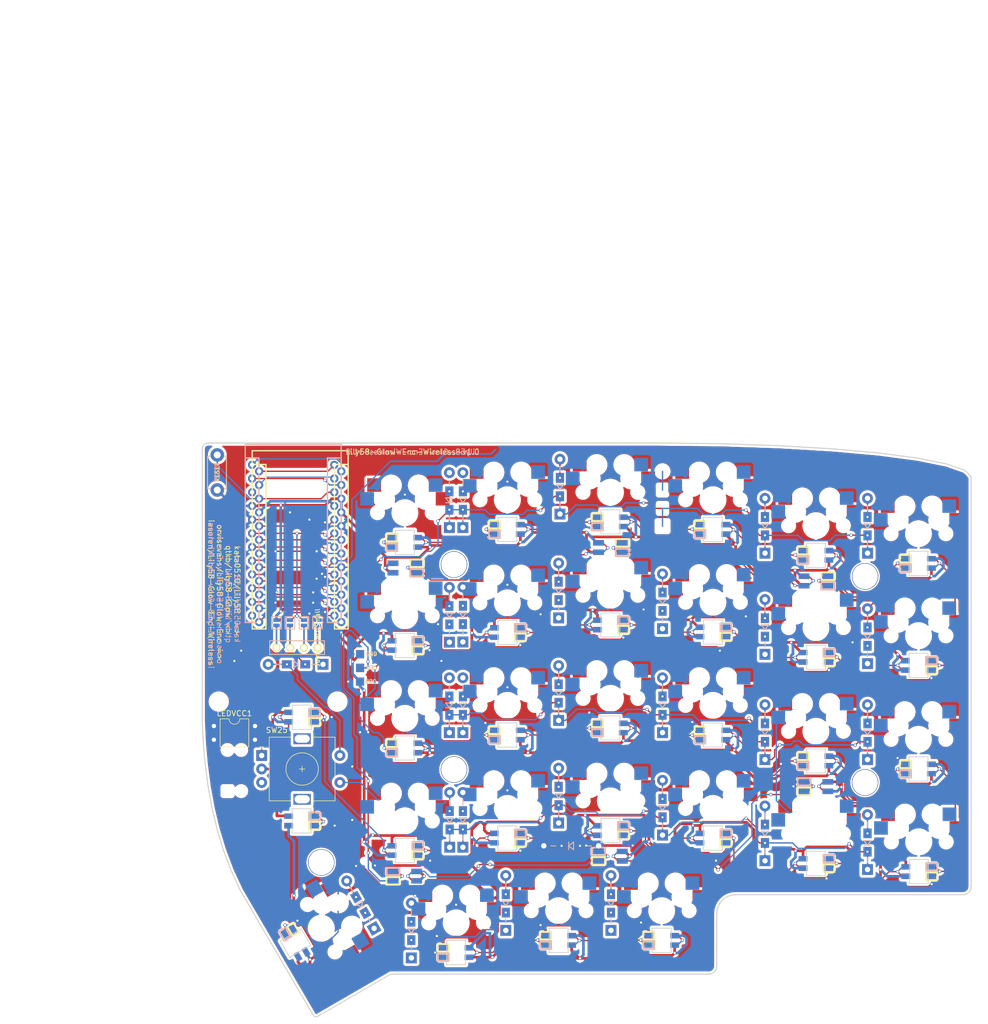
<source format=kicad_pcb>
(kicad_pcb (version 20211014) (generator pcbnew)
  (layers (0 "F.Cu" signal) (31 "B.Cu" signal) (34 "B.Paste" user) (35 "F.Paste" user) (36 "B.SilkS" user "B.Silkscreen") (37 "F.SilkS" user "F.Silkscreen") (38 "B.Mask" user) (39 "F.Mask" user) (44 "Edge.Cuts" user))
  (net 0 "")
  (net 1 "Net-(D1-Pad2)")
  (net 2 "row4")
  (net 3 "Net-(D2-Pad2)")
  (net 4 "Net-(D3-Pad2)")
  (net 5 "row0")
  (net 6 "Net-(D4-Pad2)")
  (net 7 "row1")
  (net 8 "Net-(D5-Pad2)")
  (net 9 "row2")
  (net 10 "Net-(D6-Pad2)")
  (net 11 "row3")
  (net 12 "Net-(D7-Pad2)")
  (net 13 "Net-(D8-Pad2)")
  (net 14 "Net-(D9-Pad2)")
  (net 15 "Net-(D10-Pad2)")
  (net 16 "Net-(D11-Pad2)")
  (net 17 "Net-(D12-Pad2)")
  (net 18 "Net-(D13-Pad2)")
  (net 19 "Net-(D14-Pad2)")
  (net 20 "Net-(D15-Pad2)")
  (net 21 "Net-(D16-Pad2)")
  (net 22 "Net-(D17-Pad2)")
  (net 23 "Net-(D18-Pad2)")
  (net 24 "Net-(D19-Pad2)")
  (net 25 "Net-(D20-Pad2)")
  (net 26 "Net-(D21-Pad2)")
  (net 27 "Net-(D22-Pad2)")
  (net 28 "Net-(D23-Pad2)")
  (net 29 "Net-(D24-Pad2)")
  (net 30 "Net-(D25-Pad2)")
  (net 31 "Net-(D26-Pad2)")
  (net 32 "Net-(D27-Pad2)")
  (net 33 "Net-(D28-Pad2)")
  (net 34 "VCC")
  (net 35 "GND")
  (net 36 "col0")
  (net 37 "col1")
  (net 38 "col2")
  (net 39 "col3")
  (net 40 "col4")
  (net 41 "col5")
  (net 42 "SDA")
  (net 43 "LED")
  (net 44 "SCL")
  (net 45 "RESET")
  (net 46 "Net-(D29-Pad2)")
  (net 47 "Net-(L1-Pad4)")
  (net 48 "LEDunder")
  (net 49 "Net-(L1-Pad1)")
  (net 50 "Net-(L2-Pad1)")
  (net 51 "Net-(L3-Pad1)")
  (net 52 "Net-(L4-Pad1)")
  (net 53 "Net-(L5-Pad1)")
  (net 54 "Net-(L12-Pad3)")
  (net 55 "Net-(L13-Pad3)")
  (net 56 "Net-(L7-Pad3)")
  (net 57 "Net-(L8-Pad3)")
  (net 58 "Net-(L10-Pad1)")
  (net 59 "Net-(L10-Pad3)")
  (net 60 "Net-(L11-Pad3)")
  (net 61 "Net-(L13-Pad1)")
  (net 62 "Net-(L14-Pad1)")
  (net 63 "Net-(L15-Pad1)")
  (net 64 "Net-(L16-Pad1)")
  (net 65 "Net-(L17-Pad1)")
  (net 66 "Net-(L18-Pad1)")
  (net 67 "Net-(L19-Pad3)")
  (net 68 "Net-(L19-Pad1)")
  (net 69 "Net-(L20-Pad3)")
  (net 70 "Net-(L21-Pad3)")
  (net 71 "Net-(L22-Pad3)")
  (net 72 "Net-(L23-Pad3)")
  (net 73 "Net-(L25-Pad1)")
  (net 74 "Net-(L26-Pad1)")
  (net 75 "Net-(L27-Pad1)")
  (net 76 "Net-(L28-Pad1)")
  (net 77 "Net-(L29-Pad1)")
  (net 78 "unconnected-(L30-Pad1)")
  (net 79 "Net-(L31-Pad3)")
  (net 80 "Net-(L32-Pad3)")
  (net 81 "Net-(L34-Pad1)")
  (net 82 "enc1")
  (net 83 "enc2")
  (net 84 "LEDback")
  (net 85 "Net-(L33-Pad3)")
  (net 86 "Net-(L35-Pad1)")
  (net 87 "Net-(L31-Pad4)")
  (net 88 "unconnected-(U1-Pad20)")
  (net 89 "Batt-")
  (net 90 "Batt+")
  (net 91 "Net-(P4-Pad4)")
  (net 92 "Net-(P4-Pad3)")
  (net 93 "Net-(P4-Pad2)")
  (net 94 "Net-(P4-Pad1)")
  (footprint "Lily58-footprint:Diode_TH_SOD123" (layer "F.Cu") (at 112.3 122.7 120)
    (fp_text reference "D26" hide)
    (fp_text value "D" hide)
  )
  (footprint "Lily58-footprint:StripLED" (layer "F.Cu") (at 112.2 81.3 180)
    (fp_text reference "J1" hide)
    (fp_text value "LED" hide)
  )
  (footprint "Lily58-footprint:HOLE_M2_TH" (layer "F.Cu") (at 129.6 59.6)
    (fp_text reference "TH3" hide)
    (fp_text value "HOLE" hide)
  )
  (footprint "Lily58-footprint:HOLE_M2_TH" (layer "F.Cu") (at 205.8 61.8)
    (fp_text reference "TH4" hide)
    (fp_text value "HOLE" hide)
  )
  (footprint "Lily58-footprint:HOLE_M2_TH" (layer "F.Cu") (at 129.6 97.6)
    (fp_text reference "TH5" hide)
    (fp_text value "HOLE" hide)
  )
  (footprint "Lily58-footprint:HOLE_M2_TH" (layer "F.Cu") (at 205.8 100)
    (fp_text reference "TH6" hide)
    (fp_text value "HOLE" hide)
  )
  (footprint "Lily58-footprint:HOLE_M2_TH" (layer "F.Cu") (at 105 114.8 90)
    (fp_text reference "TH7" hide)
    (fp_text value "HOLE" hide)
  )
  (footprint "Lily58-footprint:TACT_SWITCH_TVBP06" (layer "F.Cu") (at 85.725 42.545 90)
    (fp_text reference "RSW1" hide)
    (fp_text value "SW_RST" hide)
  )
  (footprint "Lily58-footprint:ProMicro_rev2" (layer "F.Cu") (at 101 55.9)
    (fp_text reference "U1" hide)
    (fp_text value "NiceNano" hide)
  )
  (footprint "Lily58-footprint:Jumper" (layer "F.Cu") (at 99.2 70.4 90)
    (fp_text reference "JP3" hide)
    (fp_text value "Jumper_NO_Small" hide)
  )
  (footprint "Lily58-footprint:Jumper" (layer "F.Cu") (at 96.7 70.4 90)
    (fp_text reference "JP4" hide)
    (fp_text value "Jumper_NO_Small" hide)
  )
  (footprint "Lily58-footprint:MY_SIL-4" (layer "F.Cu") (at 96.7 75)
    (fp_text reference "P4" hide)
    (fp_text value "OLED" hide)
  )
  (footprint "Lily58-footprint:Jumper" (layer "F.Cu") (at 101.8 70.4 90)
    (fp_text reference "JP2" hide)
    (fp_text value "Jumper_NO_Small" hide)
  )
  (footprint "Lily58-footprint:Jumper" (layer "F.Cu") (at 104.3 70.4 90)
    (fp_text reference "JP1" hide)
    (fp_text value "Jumper_NO_Small")
  )
  (footprint "Lily58-footprint:MX_Socket_18mm" (layer "F.Cu") (at 139.5 47.6)
    (fp_text reference "SW2" hide)
    (fp_text value "SW_PUSH" hide)
  )
  (footprint "Lily58-footprint:MX_Socket_18mm" (layer "F.Cu") (at 158.6 46.21)
    (fp_text reference "SW3" hide)
    (fp_text value "SW_PUSH" hide)
  )
  (footprint "Lily58-footprint:MX_Socket_18mm" (layer "F.Cu") (at 177.6 47.6)
    (fp_text reference "SW4" hide)
    (fp_text value "SW_PUSH" hide)
  )
  (footprint "Lily58-footprint:MX_Socket_18mm" (layer "F.Cu") (at 196.7 52.4)
    (fp_text reference "SW5" hide)
    (fp_text value "SW_PUSH" hide)
  )
  (footprint "Lily58-footprint:MX_Socket_18mm" (layer "F.Cu") (at 215.7 53.9)
    (fp_text reference "SW6" hide)
    (fp_text value "SW_PUSH" hide)
  )
  (footprint "Lily58-footprint:MX_Socket_18mm" (layer "F.Cu") (at 120.5 69.1)
    (fp_text reference "SW7" hide)
    (fp_text value "SW_PUSH" hide)
  )
  (footprint "Lily58-footprint:MX_Socket_18mm" (layer "F.Cu") (at 139.5 66.7)
    (fp_text reference "SW8" hide)
    (fp_text value "SW_PUSH" hide)
  )
  (footprint "Lily58-footprint:MX_Socket_18mm" (layer "F.Cu") (at 158.6 65.3)
    (fp_text reference "SW9" hide)
    (fp_text value "SW_PUSH" hide)
  )
  (footprint "Lily58-footprint:MX_Socket_18mm" (layer "F.Cu") (at 177.6 66.6)
    (fp_text reference "SW10" hide)
    (fp_text value "SW_PUSH" hide)
  )
  (footprint "Lily58-footprint:MX_Socket_18mm" (layer "F.Cu") (at 196.7 71.3)
    (fp_text reference "SW11" hide)
    (fp_text value "SW_PUSH" hide)
  )
  (footprint "Lily58-footprint:MX_Socket_18mm" (layer "F.Cu") (at 215.7 72.8)
    (fp_text reference "SW12" hide)
    (fp_text value "SW_PUSH" hide)
  )
  (footprint "Lily58-footprint:MX_Socket_18mm" (layer "F.Cu") (at 120.5 88.1)
    (fp_text reference "SW13" hide)
    (fp_text value "SW_PUSH" hide)
  )
  (footprint "Lily58-footprint:MX_Socket_18mm" (layer "F.Cu") (at 139.5 85.7)
    (fp_text reference "SW14" hide)
    (fp_text value "SW_PUSH" hide)
  )
  (footprint "Lily58-footprint:MX_Socket_18mm" (layer "F.Cu") (at 158.6 84.4)
    (fp_text reference "SW15" hide)
    (fp_text value "SW_PUSH" hide)
  )
  (footprint "Lily58-footprint:MX_Socket_18mm" (layer "F.Cu") (at 177.6 85.7)
    (fp_text reference "SW16" hide)
    (fp_text value "SW_PUSH" hide)
  )
  (footprint "Lily58-footprint:MX_Socket_18mm" (layer "F.Cu") (at 196.7 90.5)
    (fp_text reference "SW17" hide)
    (fp_text value "SW_PUSH" hide)
  )
  (footprint "Lily58-footprint:MX_Socket_18mm" (layer "F.Cu") (at 215.7 92)
    (fp_text reference "SW18" hide)
    (fp_text value "SW_PUSH" hide)
  )
  (footprint "Lily58-footprint:MX_Socket_18mm" (layer "F.Cu") (at 120.5 107.1)
    (fp_text reference "SW19" hide)
    (fp_text value "SW_PUSH" hide)
  )
  (footprint "Lily58-footprint:MX_Socket_18mm" (layer "F.Cu") (at 139.5 104.8)
    (fp_text reference "SW20" hide)
    (fp_text value "SW_PUSH" hide)
  )
  (footprint "Lily58-footprint:MX_Socket_18mm" (layer "F.Cu") (at 158.6 103.4)
    (fp_text reference "SW21" hide)
    (fp_text value "SW_PUSH" hide)
  )
  (footprint "Lily58-footprint:MX_Socket_18mm" (layer "F.Cu") (at 177.6 104.8)
    (fp_text reference "SW22" hide)
    (fp_text value "SW_PUSH" hide)
  )
  (footprint "Lily58-footprint:MX_Socket_18mm" (layer "F.Cu") (at 196.7 109.5)
    (fp_text reference "SW23" hide)
    (fp_text value "SW_PUSH" hide)
  )
  (footprint "Lily58-footprint:MX_Socket_18mm" (layer "F.Cu") (at 215.75 111)
    (fp_text reference "SW24" hide)
    (fp_text value "SW_PUSH" hide)
  )
  (footprint "Lily58-footprint:MX_Socket_18mm" (layer "F.Cu") (at 105 127 -60)
    (fp_text reference "SW26" hide)
    (fp_text value "SW_PUSH" hide)
  )
  (footprint "Lily58-footprint:MX_Socket_18mm" (layer "F.Cu") (at 130 126)
    (fp_text reference "SW27" hide)
    (fp_text value "SW_PUSH" hide)
  )
  (footprint "Lily58-footprint:MX_Socket_18mm" (layer "F.Cu") (at 149 123.75)
    (fp_text reference "SW28" hide)
    (fp_text value "SW_PUSH" hide)
  )
  (footprint "Lily58-footprint:MX_Socket_18mm" (layer "F.Cu") (at 168.1 123.75)
    (fp_text reference "SW29" hide)
    (fp_text value "SW_PUSH" hide)
  )
  (footprint "Lily58-footprint:HOLE_M2" (layer "F.Cu") (at 86 85)
    (fp_text reference "TH1" hide)
    (fp_text value "HOLE" hide)
  )
  (footprint "Lily58-footprint:HOLE_M2" (layer "F.Cu") (at 108 85)
    (fp_text reference "TH2" hide)
    (fp_text value "HOLE" hide)
  )
  (footprint "Lily58-footprint:MX_Socket_18mm" (layer "F.Cu") (at 120.5 50)
    (fp_text reference "SW1" hide)
    (fp_text value "SW_PUSH" hide)
  )
  (footprint "Lily58-footprint:SK6812MINI_rev" (layer "F.Cu") (at 120.5 55.5 180)
    (fp_text reference "L1" hide)
    (fp_text value "SK6812mini" hide)
  )
  (footprint "Lily58-footprint:SK6812MINI_rev" (layer "F.Cu") (at 139.5 110.3)
    (fp_text reference "L20" hide)
    (fp_text value "SK6812mini" hide)
  )
  (footprint "Lily58-footprint:SK6812MINI_rev" (layer "F.Cu") (at 149 129.25 180)
    (fp_text reference "L29" hide)
    (fp_text value "SK6812mini" hide)
  )
  (footprint "Lily58-footprint:SK6812MINI_rev" (layer "F.Cu") (at 158.6 108.9)
    (fp_text reference "L21" hide)
    (fp_text value "SK6812mini" hide)
  )
  (footprint "Lily58-footprint:SK6812MINI_rev" (layer "F.Cu") (at 196.7 115)
    (fp_text reference "L23" hide)
    (fp_text value "SK6812mini" hide)
  )
  (footprint "Lily58-footprint:SK6812MINI_rev" (layer "F.Cu") (at 215.75 116.5)
    (fp_text reference "L24" hide)
    (fp_text value "SK6812mini" hide)
  )
  (footprint "Lily58-footprint:SK6812MINI_rev" (layer "F.Cu") (at 130 131.5 180)
    (fp_text reference "L28" hide)
    (fp_text value "SK6812mini" hide)
  )
  (footprint "Lily58-footprint:SK6812MINI_rev" (layer "F.Cu") (at 177.6 91.2 180)
    (fp_text reference "L16" hide)
    (fp_text value "SK6812mini" hide)
  )
  (footprint "Lily58-footprint:SK6812MINI_rev" (layer "F.Cu") (at 120.5 112.6)
    (fp_text reference "L19" hide)
    (fp_text value "SK6812mini" hide)
  )
  (footprint "Lily58-footprint:SK6812MINI_rev" (layer "F.Cu") (at 215.7 97.5 180)
    (fp_text reference "L18" hide)
    (fp_text value "SK6812mini" hide)
  )
  (footprint "Lily58-footprint:SK6812MINI_rev" (layer "F.Cu") (at 158.6 89.9 180)
    (fp_text reference "L15" hide)
    (fp_text value "SK6812mini" hide)
  )
  (footprint "Lily58-footprint:SK6812MINI_rev" (layer "F.Cu") (at 139.5 91.2 180)
    (fp_text reference "L14" hide)
    (fp_text value "SK6812mini" hide)
  )
  (footprint "Lily58-footprint:SK6812MINI_rev" (layer "F.Cu") (at 120.5 93.6 180)
    (fp_text reference "L13" hide)
    (fp_text value "SK6812mini" hide)
  )
  (footprint "Lily58-footprint:SK6812MINI_rev" (layer "F.Cu") (at 215.7 78.3)
    (fp_text reference "L12" hide)
    (fp_text value "SK6812mini" hide)
  )
  (footprint "Lily58-footprint:SK6812MINI_rev" (layer "F.Cu") (at 196.7 96 180)
    (fp_text reference "L17" hide)
    (fp_text value "SK6812mini" hide)
  )
  (footprint "Lily58-footprint:SK6812MINI_rev" (layer "F.Cu") (at 177.6 110.3)
    (fp_text reference "L22" hide)
    (fp_text value "SK6812mini" hide)
  )
  (footprint "Lily58-footprint:SK6812MINI_rev" (layer "F.Cu") (at 177.6 53.1 180)
    (fp_text reference "L4" hide)
    (fp_text value "SK6812mini" hide)
  )
  (footprint "Lily58-footprint:SK6812MINI_rev" (layer "F.Cu") (at 196.7 57.9 180)
    (fp_text reference "L5" hide)
    (fp_text value "SK6812mini" hide)
  )
  (footprint "Lily58-footprint:SK6812MINI_rev" (layer "F.Cu") (at 158.6 51.71 180)
    (fp_text reference "L3" hide)
    (fp_text value "SK6812mini" hide)
  )
  (footprint "Lily58-footprint:SK6812MINI_rev" (layer "F.Cu") (at 139.5 53.1 180)
    (fp_text reference "L2" hide)
    (fp_text value "SK6812mini" hide)
  )
  (footprint "Lily58-footprint:SK6812MINI_rev" (layer "F.Cu") (at 196.7 76.8)
    (fp_text reference "L11" hide)
    (fp_text value "SK6812mini" hide)
  )
  (footprint "Lily58-footprint:SK6812MINI_rev" (layer "F.Cu") (at 177.6 72.1)
    (fp_text reference "L10" hide)
    (fp_text value "SK6812mini" hide)
  )
  (footprint "Lily58-footprint:SK6812MINI_rev" (layer "F.Cu") (at 158.6 70.8)
    (fp_text reference "L9" hide)
    (fp_text value "SK6812mini" hide)
  )
  (footprint "Lily58-footprint:SK6812MINI_rev" (layer "F.Cu") (at 215.7 59.4 180)
    (fp_text reference "L6" hide)
    (fp_text value "SK6812mini" hide)
  )
  (footprint "Lily58-footprint:SK6812MINI_rev" (layer "F.Cu") (at 139.5 72.2)
    (fp_text reference "L8" hide)
    (fp_text value "SK6812mini" hide)
  )
  (footprint "Lily58-footprint:SK6812MINI_rev" (layer "F.Cu") (at 120.5 74.6)
    (fp_text reference "L7" hide)
    (fp_text value "SK6812mini" hide)
  )
  (footprint "Lily58-footprint:SK6812MINI_rev" (layer "F.Cu") (at 168.1 129.25 180)
    (fp_text reference "L30" hide)
    (fp_text value "SK6812mini" hide)
  )
  (footprint "Lily58-footprint:SK6812MINI_rev" (layer "F.Cu") (at 100.236859 129.75 120)
    (fp_text reference "L27" hide)
    (fp_text value "SK6812mini" hide)
  )
  (footprint "Lily58-footprint:SK6812MINI_underglow_rev" (layer "F.Cu") (at 158.6 56.46)
    (fp_text reference "L32" hide)
    (fp_text value "SK6812mini" hide)
  )
  (footprint "Lily58-footprint:SK6812MINI_underglow_rev" (layer "F.Cu") (at 120.5 117.35 180)
    (fp_text reference "L34" hide)
    (fp_text value "SK6812mini" hide)
  )
  (footprint "Lily58-footprint:SK6812MINI_underglow_rev" (layer "F.Cu") (at 158.6 113.65 180)
    (fp_text reference "L35" hide)
    (fp_text value "SK6812mini" hide)
  )
  (footprint "Lily58-footprint:SK6812MINI_underglow_rev" (layer "F.Cu") (at 196.7 100.75 180)
    (fp_text reference "L36" hide)
    (fp_text value "SK6812mini" hide)
  )
  (footprint "Lily58-footprint:SK6812MINI_underglow_rev" (layer "F.Cu") (at 196.7 62.65)
    (fp_text reference "L33" hide)
    (fp_text value "SK6812mini" hide)
  )
  (footprint "Lily58-footprint:SK6812MINI_underglow_rev" (layer "F.Cu") (at 120.5 60.25)
    (fp_text reference "L31" hide)
    (fp_text value "SK6812mini" hide)
  )
  (footprint "Lily58-footprint:RotaryEncoder_Alps_EC11E-Switch_Vertical_H20mm" (layer "F.Cu") (at 93.9546 94.996)
    (fp_text reference "SW25")
    (fp_text value "Rotary_Encoder_Switch")
  )
  (footprint "Lily58-footprint:SK6812MINI_rev" (layer "F.Cu") (at 101.3492 107.1148)
    (fp_text reference "L26" hide)
    (fp_text value "SK6812mini" hide)
  )
  (footprint "Lily58-footprint:SK6812MINI_rev" (layer "F.Cu") (at 101.346 87.884)
    (fp_text reference "L25" hide)
    (fp_text value "SK6812mini" hide)
  )
  (footprint "Package_DIP:DIP-4_W7.62mm" (layer "F.Cu") (at 85.1 89.53)
    (fp_text reference "LEDVCC1")
    (fp_text value "SW_DIP_x02")
  )
  (footprint "Lily58-footprint:Diode_TH_SOD123" (layer "B.Cu") (at 128.75 47.75 90)
    (fp_text reference "D1" hide)
    (fp_text value "D" hide)
  )
  (footprint "Lily58-footprint:Diode_TH_SOD123" (layer "B.Cu") (at 131.25 47.75 90)
    (fp_text reference "D2" hide)
    (fp_text value "D" hide)
  )
  (footprint "Lily58-footprint:Diode_TH_SOD123" (layer "B.Cu") (at 149.25 45.25 90)
    (fp_text reference "D3" hide)
    (fp_text value "D" hide)
  )
  (footprint "Lily58-footprint:Diode_TH_SOD123" (layer "B.Cu") (at 151.255 111.735)
    (fp_text reference "D4" hide)
    (fp_text value "D" hide)
  )
  (footprint "Lily58-footprint:Diode_TH_SOD123" (layer "B.Cu") (at 187.25 52.5 90)
    (fp_text reference "D5" hide)
    (fp_text value "D" hide)
  )
  (footprint "Lily58-footprint:Diode_TH_SOD123" (layer "B.Cu") (at 206.25 52.5 90)
    (fp_text reference "D6" hide)
    (fp_text value "D" hide)
  )
  (footprint "Lily58-footprint:Diode_TH_SOD123" (layer "B.Cu") (at 128.75 69 90)
    (fp_text reference "D7" hide)
    (fp_text value "D" hide)
  )
  (footprint "Lily58-footprint:Diode_TH_SOD123" (layer "B.Cu") (at 131.25254 68.95254 90)
    (fp_text reference "D8" hide)
    (fp_text value "D" hide)
  )
  (footprint "Lily58-footprint:Diode_TH_SOD123" (layer "B.Cu") (at 149 64.5 90)
    (fp_text reference "D9" hide)
    (fp_text value "D" hide)
  )
  (footprint "Lily58-footprint:Diode_TH_SOD123" (layer "B.Cu") (at 168.25 66.5 90)
    (fp_text reference "D10" hide)
    (fp_text value "D" hide)
  )
  (footprint "Lily58-footprint:Diode_TH_SOD123" (layer "B.Cu") (at 187.25 71.25 90)
    (fp_text reference "D11" hide)
    (fp_text value "D" hide)
  )
  (footprint "Lily58-footprint:Diode_TH_SOD123" (layer "B.Cu") (at 206.248 72.9615 90)
    (fp_text reference "D12" hide)
    (fp_text value "D" hide)
  )
  (footprint "Lily58-footprint:Diode_TH_SOD123" (layer "B.Cu") (at 128.75 85.75 90)
    (fp_text reference "D13" hide)
    (fp_text value "D" hide)
  )
  (footprint "Lily58-footprint:Diode_TH_SOD123" (layer "B.Cu") (at 131.25 85.75 90)
    (fp_text reference "D14" hide)
    (fp_text value "D" hide)
  )
  (footprint "Lily58-footprint:Diode_TH_SOD123" (layer "B.Cu") (at 149 83.5 90)
    (fp_text reference "D15" hide)
    (fp_text value "D" hide)
  )
  (footprint "Lily58-footprint:Diode_TH_SOD123" (layer "B.Cu") (at 168.25 85.75 90)
    (fp_text reference "D16" hide)
    (fp_text value "D" hide)
  )
  (footprint "Lily58-footprint:Diode_TH_SOD123" (layer "B.Cu") (at 187.25 90.75 90)
    (fp_text reference "D17" hide)
    (fp_text value "D" hide)
  )
  (footprint "Lily58-footprint:Diode_TH_SOD123" (layer "B.Cu") (at 206.25 90.75 90)
    (fp_text reference "D18" hide)
    (fp_text value "D" hide)
  )
  (footprint "Lily58-footprint:Diode_TH_SOD123" (layer "B.Cu") (at 128.8 107 90)
    (fp_text reference "D19" hide)
    (fp_text value "D" hide)
  )
  (footprint "Lily58-footprint:Diode_TH_SOD123" (layer "B.Cu") (at 131.25 107 90)
    (fp_text reference "D20" hide)
    (fp_text value "D" hide)
  )
  (footprint "Lily58-footprint:Diode_TH_SOD123" (layer "B.Cu") (at 149 102.5 90)
    (fp_text reference "D21" hide)
    (fp_text value "D" hide)
  )
  (footprint "Lily58-footprint:Diode_TH_SOD123" (layer "B.Cu") (at 168.25 104.75 90)
    (fp_text reference "D22" hide)
    (fp_text value "D" hide)
  )
  (footprint "Lily58-footprint:Diode_TH_SOD123" (layer "B.Cu") (at 187.25 109.5 90)
    (fp_text reference "D23" hide)
    (fp_text value "D" hide)
  )
  (footprint "Lily58-footprint:Diode_TH_SOD123" (layer "B.Cu") (at 100.33 78.105 180)
    (fp_text reference "D25" hide)
    (fp_text value "D" hide)
  )
  (footprint "Lily58-footprint:Diode_TH_SOD123" (layer "B.Cu") (at 121.7 127.5 90)
    (fp_text reference "D27" hide)
    (fp_text value "D" hide)
  )
  (footprint "Lily58-footprint:Diode_TH_SOD123" (layer "B.Cu") (at 139.2 122.4 90)
    (fp_text reference "D28" hide)
    (fp_text value "D" hide)
  )
  (footprint "Lily58-footprint:Diode_TH_SOD123" (layer "B.Cu") (at 158.7 122.4 90)
    (fp_text reference "D29" hide)
    (fp_text value "D" hide)
  )
  (footprint "Lily58-footprint:Jumper" (layer "B.Cu") (at 104.3 70.4 90)
    (fp_text reference "JP5" hide)
    (fp_text value "Jumper_NO_Small" hide)
  )
  (footprint "Lily58-footprint:Jumper" (layer "B.Cu") (at 101.8 70.4 90)
    (fp_text reference "JP6" hide)
    (fp_text value "Jumper_NO_Small" hide)
  )
  (footprint "Lily58-footprint:Jumper" (layer "B.Cu") (at 99.2 70.4 90)
    (fp_text reference "JP7" hide)
    (fp_text value "Jumper_NO_Small" hide)
  )
  (footprint "Lily58-footprint:Jumper" (layer "B.Cu") (at 96.7 70.4 90)
    (fp_text reference "JP8" hide)
    (fp_text value "Jumper_NO_Small" hide)
  )
  (footprint "Lily58-footprint:Diode_TH_SOD123" (layer "B.Cu") (at 206.248 111.125 90)
    (fp_text reference "D24" hide)
    (fp_text value "D" hide)
  )
  (gr_line (start 104.807833 37.086762) (end 94.4 37.086762) (layer "Edge.Cuts") (width 0.2))
  (gr_line (start 82.937528 82.285296) (end 82.937528 75.978362) (layer "Edge.Cuts") (width 0.2))
  (gr_line (start 82.937528 75.978362) (end 82.937528 69.671429) (layer "Edge.Cuts") (width 0.2))
  (gr_line (start 82.937528 88.592229) (end 82.937528 82.285296) (layer "Edge.Cuts") (width 0.2))
  (gr_line (start 118.75 57.75) (end 118.75 53.25) (layer "Edge.Cuts") (width 0.15))
  (gr_line (start 101.310889 127.109431) (end 103.060889 130.14052) (layer "Edge.Cuts") (width 0.15))
  (gr_line (start 103.060889 130.14052) (end 99.163775 132.39052) (layer "Edge.Cuts") (width 0.15))
  (gr_line (start 97.413775 129.359431) (end 101.310889 127.109431) (layer "Edge.Cuts") (width 0.15))
  (gr_line (start 99.163775 132.39052) (end 97.413775 129.359431) (layer "Edge.Cuts") (width 0.15))
  (gr_line (start 118.75 72.35) (end 122.25 72.35) (layer "Edge.Cuts") (width 0.15))
  (gr_line (start 131.75 129.25) (end 131.75 133.75) (layer "Edge.Cuts") (width 0.15))
  (gr_line (start 166.35 127) (end 169.85 127) (layer "Edge.Cuts") (width 0.15))
  (gr_line (start 160.35 111.15) (end 156.85 111.15) (layer "Edge.Cuts") (width 0.15))
  (gr_line (start 141.25 108.05) (end 141.25 112.55) (layer "Edge.Cuts") (width 0.15))
  (gr_line (start 103.0992 104.8648) (end 103.0992 109.3648) (layer "Edge.Cuts") (width 0.15))
  (gr_line (start 137.75 108.05) (end 141.25 108.05) (layer "Edge.Cuts") (width 0.15))
  (gr_line (start 198.45 117.25) (end 194.95 117.25) (layer "Edge.Cuts") (width 0.15))
  (gr_line (start 122.25 114.85) (end 118.75 114.85) (layer "Edge.Cuts") (width 0.15))
  (gr_line (start 156.85 111.15) (end 156.85 106.65) (layer "Edge.Cuts") (width 0.15))
  (gr_line (start 166.35 131.5) (end 166.35 127) (layer "Edge.Cuts") (width 0.15))
  (gr_line (start 194.95 117.25) (end 194.95 112.75) (layer "Edge.Cuts") (width 0.15))
  (gr_line (start 141.25 112.55) (end 137.75 112.55) (layer "Edge.Cuts") (width 0.15))
  (gr_line (start 122.25 110.35) (end 122.25 114.85) (layer "Edge.Cuts") (width 0.15))
  (gr_line (start 179.35 108.05) (end 179.35 112.55) (layer "Edge.Cuts") (width 0.15))
  (gr_line (start 175.85 108.05) (end 179.35 108.05) (layer "Edge.Cuts") (width 0.15))
  (gr_line (start 214 118.75) (end 214 114.25) (layer "Edge.Cuts") (width 0.15))
  (gr_line (start 147.25 127) (end 150.75 127) (layer "Edge.Cuts") (width 0.15))
  (gr_line (start 150.75 131.5) (end 147.25 131.5) (layer "Edge.Cuts") (width 0.15))
  (gr_line (start 160.35 106.65) (end 160.35 111.15) (layer "Edge.Cuts") (width 0.15))
  (gr_line (start 137.75 112.55) (end 137.75 108.05) (layer "Edge.Cuts") (width 0.15))
  (gr_line (start 150.75 127) (end 150.75 131.5) (layer "Edge.Cuts") (width 0.15))
  (gr_line (start 156.85 106.65) (end 160.35 106.65) (layer "Edge.Cuts") (width 0.15))
  (gr_line (start 217.5 114.25) (end 217.5 118.75) (layer "Edge.Cuts") (width 0.15))
  (gr_line (start 99.5992 104.8648) (end 103.0992 104.8648) (layer "Edge.Cuts") (width 0.15))
  (gr_line (start 194.95 112.75) (end 198.45 112.75) (layer "Edge.Cuts") (width 0.15))
  (gr_line (start 128.25 129.25) (end 131.75 129.25) (layer "Edge.Cuts") (width 0.15))
  (gr_line (start 103.0992 109.3648) (end 99.5992 109.3648) (layer "Edge.Cuts") (width 0.15))
  (gr_line (start 175.85 112.55) (end 175.85 108.05) (layer "Edge.Cuts") (width 0.15))
  (gr_line (start 217.5 118.75) (end 214 118.75) (layer "Edge.Cuts") (width 0.15))
  (gr_line (start 214 114.25) (end 217.5 114.25) (layer "Edge.Cuts") (width 0.15))
  (gr_line (start 147.25 131.5) (end 147.25 127) (layer "Edge.Cuts") (width 0.15))
  (gr_line (start 99.5992 109.3648) (end 99.5992 104.8648) (layer "Edge.Cuts") (width 0.15))
  (gr_line (start 118.75 114.85) (end 118.75 110.35) (layer "Edge.Cuts") (width 0.15))
  (gr_line (start 118.75 110.35) (end 122.25 110.35) (layer "Edge.Cuts") (width 0.15))
  (gr_line (start 128.25 133.75) (end 128.25 129.25) (layer "Edge.Cuts") (width 0.15))
  (gr_line (start 169.85 127) (end 169.85 131.5) (layer "Edge.Cuts") (width 0.15))
  (gr_line (start 169.85 131.5) (end 166.35 131.5) (layer "Edge.Cuts") (width 0.15))
  (gr_line (start 179.35 112.55) (end 175.85 112.55) (layer "Edge.Cuts") (width 0.15))
  (gr_line (start 198.45 112.75) (end 198.45 117.25) (layer "Edge.Cuts") (width 0.15))
  (gr_line (start 131.75 133.75) (end 128.25 133.75) (layer "Edge.Cuts") (width 0.15))
  (gr_line (start 99.624 90.17) (end 99.624 85.67) (layer "Edge.Cuts") (width 0.15))
  (gr_line (start 103.124 85.67) (end 103.124 90.17) (layer "Edge.Cuts") (width 0.15))
  (gr_line (start 103.124 90.17) (end 99.624 90.17) (layer "Edge.Cuts") (width 0.15))
  (gr_line (start 99.624 85.67) (end 103.124 85.67) (layer "Edge.Cuts") (width 0.15))
  (gr_line (start 178.319348 134.034052) (end 178.288901 134.314154) (layer "Edge.Cuts") (width 0.2))
  (gr_line (start 225.46 100.32649) (end 225.46 109.808112) (layer "Edge.Cuts") (width 0.2))
  (gr_line (start 160.35 92.15) (end 156.85 92.15) (layer "Edge.Cuts") (width 0.15))
  (gr_line (start 96.695647 131.453701) (end 98.371341 134.32002) (layer "Edge.Cuts") (width 0.2))
  (gr_line (start 83.24557 37.394123) (end 83.400937 37.265961) (layer "Edge.Cuts") (width 0.2))
  (gr_line (start 225.204001 120.128696) (end 225.020912 120.350648) (layer "Edge.Cuts") (width 0.2))
  (gr_line (start 169.449826 135.511658) (end 176.819348 135.511658) (layer "Edge.Cuts") (width 0.2))
  (gr_line (start 141.25 88.95) (end 141.25 93.45) (layer "Edge.Cuts") (width 0.15))
  (gr_line (start 89.992869 119.988423) (end 91.668563 122.854742) (layer "Edge.Cuts") (width 0.2))
  (gr_line (start 177.658308 135.25566) (end 177.4035 135.393876) (layer "Edge.Cuts") (width 0.2))
  (gr_line (start 83.117409 37.549489) (end 83.24557 37.394123) (layer "Edge.Cuts") (width 0.2))
  (gr_line (start 156.843047 37.086762) (end 146.435213 37.086762) (layer "Edge.Cuts") (width 0.2))
  (gr_line (start 141.25 55.35) (end 137.75 55.35) (layer "Edge.Cuts") (width 0.15))
  (gr_line (start 82.937528 69.671429) (end 82.937528 63.364495) (layer "Edge.Cuts") (width 0.2))
  (gr_line (start 178.201565 134.59581) (end 178.063349 134.850619) (layer "Edge.Cuts") (width 0.2))
  (gr_line (start 104.288864 143.357278) (end 104.456758 143.271756) (layer "Edge.Cuts") (width 0.2))
  (gr_line (start 122.25 72.35) (end 122.25 76.85) (layer "Edge.Cuts") (width 0.15))
  (gr_line (start 198.45 60.15) (end 194.95 60.15) (layer "Edge.Cuts") (width 0.15))
  (gr_line (start 104.130206 143.404468) (end 104.288864 143.357278) (layer "Edge.Cuts") (width 0.2))
  (gr_line (start 103.84247 143.386445) (end 103.981252 143.413974) (layer "Edge.Cuts") (width 0.2))
  (gr_line (start 179.35 50.85) (end 179.35 55.35) (layer "Edge.Cuts") (width 0.15))
  (gr_line (start 82.937528 50.750629) (end 82.937528 44.443695) (layer "Edge.Cuts") (width 0.2))
  (gr_line (start 103.597295 143.222884) (end 103.714328 143.322532) (layer "Edge.Cuts") (width 0.2))
  (gr_line (start 116.186619 136.480784) (end 117.862313 135.510645) (layer "Edge.Cuts") (width 0.2))
  (gr_line (start 224.278471 42.15619) (end 220.889319 40.963847) (layer "Edge.Cuts") (width 0.2))
  (gr_line (start 217.45 80.55) (end 213.95 80.55) (layer "Edge.Cuts") (width 0.15))
  (gr_line (start 103.981252 143.413974) (end 104.130206 143.404468) (layer "Edge.Cuts") (width 0.2))
  (gr_line (start 194.95 93.75) (end 198.45 93.75) (layer "Edge.Cuts") (width 0.15))
  (gr_line (start 156.85 87.65) (end 160.35 87.65) (layer "Edge.Cuts") (width 0.15))
  (gr_line (start 224.9 42.7) (end 224.278471 42.15619) (layer "Edge.Cuts") (width 0.2))
  (gr_line (start 178.319348 131.597973) (end 178.319348 132.816013) (layer "Edge.Cuts") (width 0.2))
  (gr_line (start 83.020657 37.727855) (end 83.117409 37.549489) (layer "Edge.Cuts") (width 0.2))
  (gr_line (start 137.75 74.45) (end 137.75 69.95) (layer "Edge.Cuts") (width 0.15))
  (gr_line (start 178.319348 129.161894) (end 178.319348 130.379933) (layer "Edge.Cuts") (width 0.2))
  (gr_line (start 118.75 76.85) (end 118.75 72.35) (layer "Edge.Cuts") (width 0.15))
  (gr_line (start 122.25 91.35) (end 122.25 95.85) (layer "Edge.Cuts") (width 0.15))
  (gr_line (start 178.594174 122.926713) (end 178.916678 122.33216) (layer "Edge.Cuts") (width 0.2))
  (gr_line (start 178.390391 123.583911) (end 178.594174 122.926713) (layer "Edge.Cuts") (width 0.2))
  (gr_line (start 104.456758 143.271756) (end 106.132452 142.301617) (layer "Edge.Cuts") (width 0.2))
  (gr_line (start 197.622092 120.789735) (end 202.889673 120.789735) (layer "Edge.Cuts") (width 0.2))
  (gr_line (start 213.424836 120.789735) (end 218.692418 120.789735) (layer "Edge.Cuts") (width 0.2))
  (gr_line (start 225.46 90.844867) (end 225.46 100.32649) (layer "Edge.Cuts") (width 0.2))
  (gr_line (start 160.35 49.46) (end 160.35 53.96) (layer "Edge.Cuts") (width 0.15))
  (gr_line (start 91.668563 122.854742) (end 93.344258 125.721062) (layer "Edge.Cuts") (width 0.2))
  (gr_line (start 139.971738 135.511658) (end 147.34126 135.511658) (layer "Edge.Cuts") (width 0.2))
  (gr_line (start 224.9 42.7) (end 225.46 43.436755) (layer "Edge.Cuts") (width 0.2))
  (gr_line (start 82.937528 63.364495) (end 82.937528 57.057562) (layer "Edge.Cuts") (width 0.2))
  (gr_line (start 83.579303 37.16921) (end 83.776462 37.108075) (layer "Edge.Cuts") (width 0.2))
  (gr_line (start 179.35 55.35) (end 175.85 55.35) (layer "Edge.Cuts") (width 0.15))
  (gr_line (start 118.75 91.35) (end 122.25 91.35) (layer "Edge.Cuts") (width 0.15))
  (gr_line (start 95.019952 128.587381) (end 96.695647 131.453701) (layer "Edge.Cuts") (width 0.2))
  (gr_line (start 137.75 69.95) (end 141.25 69.95) (layer "Edge.Cuts") (width 0.15))
  (gr_line (start 192.354511 120.789735) (end 197.622092 120.789735) (layer "Edge.Cuts") (width 0.2))
  (gr_line (start 156.85 68.55) (end 160.35 68.55) (layer "Edge.Cuts") (width 0.15))
  (gr_line (start 181.819348 120.789735) (end 187.086929 120.789735) (layer "Edge.Cuts") (width 0.2))
  (gr_line (start 177.880261 135.072571) (end 177.658308 135.25566) (layer "Edge.Cuts") (width 0.2))
  (gr_line (start 103.398425 142.918979) (end 103.491837 143.08815) (layer "Edge.Cuts") (width 0.2))
  (gr_line (start 175.85 74.35) (end 175.85 69.85) (layer "Edge.Cuts") (width 0.15))
  (gr_line (start 225.020912 120.350648) (end 224.79896 120.533736) (layer "Edge.Cuts") (width 0.2))
  (gr_line (start 141.25 93.45) (end 137.75 93.45) (layer "Edge.Cuts") (width 0.15))
  (gr_line (start 217.45 95.25) (end 217.45 99.75) (layer "Edge.Cuts") (width 0.15))
  (gr_line (start 106.132452 142.301617) (end 107.808147 141.331479) (layer "Edge.Cuts") (width 0.2))
  (gr_line (start 179.35 69.85) (end 179.35 74.35) (layer "Edge.Cuts") (width 0.15))
  (gr_line (start 141.25 74.45) (end 137.75 74.45) (layer "Edge.Cuts") (width 0.15))
  (gr_line (start 215.525697 39.885159) (end 208.420758 38.945561) (layer "Edge.Cuts") (width 0.2))
  (gr_line (start 213.95 76.05) (end 217.45 76.05) (layer "Edge.Cuts") (width 0.15))
  (gr_line (start 136.027379 37.086762) (end 125.619545 37.086762) (layer "Edge.Cuts") (width 0.2))
  (gr_line (start 177.4035 135.393876) (end 177.121844 135.481211) (layer "Edge.Cuts") (width 0.2))
  (gr_line (start 122.25 57.75) (end 118.75 57.75) (layer "Edge.Cuts") (width 0.15))
  (gr_line (start 194.95 79.05) (end 194.95 74.55) (layer "Edge.Cuts") (width 0.15))
  (gr_line (start 160.35 68.55) (end 160.35 73.05) (layer "Edge.Cuts") (width 0.15))
  (gr_line (start 175.85 88.95) (end 179.35 88.95) (layer "Edge.Cuts") (width 0.15))
  (gr_line (start 213.95 95.25) (end 217.45 95.25) (layer "Edge.Cuts") (width 0.15))
  (gr_line (start 160.35 73.05) (end 156.85 73.05) (layer "Edge.Cuts") (width 0.15))
  (gr_line (start 122.25 53.25) (end 122.25 57.75) (layer "Edge.Cuts") (width 0.15))
  (gr_line (start 198.45 98.25) (end 194.95 98.25) (layer "Edge.Cuts") (width 0.15))
  (gr_line (start 178.319348 126.725814) (end 178.319348 127.943854) (layer "Edge.Cuts") (width 0.2))
  (gr_line (start 178.063349 134.850619) (end 177.880261 135.072571) (layer "Edge.Cuts") (width 0.2))
  (gr_line (start 224.262495 120.759288) (end 223.959999 120.789735) (layer "Edge.Cuts") (width 0.2))
  (gr_line (start 83.13569 92.617561) (end 83.490297 96.657663) (layer "Edge.Cuts") (width 0.2))
  (gr_line (start 82.959523 37.925015) (end 83.020657 37.727855) (layer "Edge.Cuts") (width 0.2))
  (gr_line (start 137.75 55.35) (end 137.75 50.85) (layer "Edge.Cuts") (width 0.15))
  (gr_line (start 178.319348 132.816013) (end 178.319348 134.034052) (layer "Edge.Cuts") (width 0.2))
  (gr_line (start 137.75 50.85) (end 141.25 50.85) (layer "Edge.Cuts") (width 0.15))
  (gr_line (start 179.343884 121.814271) (end 179.861773 121.387065) (layer "Edge.Cuts") (width 0.2))
  (gr_line (start 225.46 109.808112) (end 225.46 119.289735) (layer "Edge.Cuts") (width 0.2))
  (gr_line (start 217.45 99.75) (end 213.95 99.75) (layer "Edge.Cuts") (width 0.15))
  (gr_line (start 122.25 95.85) (end 118.75 95.85) (layer "Edge.Cuts") (width 0.15))
  (gr_line (start 178.916678 122.33216) (end 179.343884 121.814271) (layer "Edge.Cuts") (width 0.2))
  (gr_line (start 83.490297 96.657663) (end 84.020972 100.690825) (layer "Edge.Cuts") (width 0.2))
  (gr_line (start 103.714328 143.322532) (end 103.84247 143.386445) (layer "Edge.Cuts") (width 0.2))
  (gr_line (start 82.93821 38.136762) (end 82.959523 37.925015) (layer "Edge.Cuts") (width 0.2))
  (gr_line (start 208.157255 120.789735) (end 213.424836 120.789735) (layer "Edge.Cuts") (width 0.2))
  (gr_line (start 125.232695 135.511658) (end 132.602217 135.511658) (layer "Edge.Cuts") (width 0.2))
  (gr_line (start 225.46 52.918378) (end 225.46 62.4) (layer "Edge.Cuts") (width 0.2))
  (gr_line (start 118.75 53.25) (end 122.25 53.25) (layer "Edge.Cuts") (width 0.15))
  (gr_line (start 112.83523 138.421062) (end 114.510925 137.450923) (layer "Edge.Cuts") (width 0.2))
  (gr_line (start 154.710782 135.511658) (end 162.080304 135.511658) (layer "Edge.Cuts") (width 0.2))
  (gr_line (start 109.483841 140.36134) (end 111.159536 139.391201) (layer "Edge.Cuts") (width 0.2))
  (gr_line (start 179.861773 121.387065) (end 180.456326 121.064561) (layer "Edge.Cuts") (width 0.2))
  (gr_line (start 122.25 76.85) (end 118.75 76.85) (layer "Edge.Cuts") (width 0.15))
  (gr_line (start 83.400937 37.265961) (end 83.579303 37.16921) (layer "Edge.Cuts") (width 0.2))
  (gr_line (start 178.319348 127.943854) (end 178.319348 129.161894) (layer "Edge.Cuts") (width 0.2))
  (gr_line (start 156.85 49.46) (end 160.35 49.46) (layer "Edge.Cuts") (width 0.15))
  (gr_line (start 213.95 99.75) (end 213.95 95.25) (layer "Edge.Cuts") (width 0.15))
  (gr_line (start 218.692418 120.789735) (end 223.959999 120.789735) (layer "Edge.Cuts") (width 0.2))
  (gr_line (start 85.688004 108.649127) (end 86.863105 112.53067) (layer "Edge.Cuts") (width 0.2))
  (gr_line (start 86.863105 112.53067) (end 88.291758 116.318073) (layer "Edge.Cuts") (width 0.2))
  (gr_line (start 194.95 55.65) (end 198.45 55.65) (layer "Edge.Cuts") (width 0.15))
  (gr_line (start 178.288901 134.314154) (end 178.201565 134.59581) (layer "Edge.Cuts") (width 0.2))
  (gr_line (start 162.080304 135.511658) (end 169.449826 135.511658) (layer "Edge.Cuts") (width 0.2))
  (gr_line (start 179.35 74.35) (end 175.85 74.35) (layer "Edge.Cuts") (width 0.15))
  (gr_line (start 178.319348 130.379933) (end 178.319348 131.597973) (layer "Edge.Cuts") (width 0.2))
  (gr_line (start 82.937528 44.443695) (end 82.937528 38.136762) (layer "Edge.Cuts") (width 0.2))
  (gr_line (start 137.75 88.95) (end 141.25 88.95) (layer "Edge.Cuts") (width 0.15))
  (gr_line (start 117.863173 135.511658) (end 125.232695 135.511658) (layer "Edge.Cuts") (width 0.2))
  (gr_line (start 180.456326 121.064561) (end 181.113524 120.860778) (layer "Edge.Cuts") (width 0.2))
  (gr_line (start 198.45 74.55) (end 198.45 79.05) (layer "Edge.Cuts") (width 0.15))
  (gr_line (start 175.85 55.35) (end 175.85 50.85) (layer "Edge.Cuts") (width 0.15))
  (gr_line (start 189.919538 37.585374) (end 178.989563 37.215654) (layer "Edge.Cuts") (width 0.2))
  (gr_line (start 107.808147 141.331479) (end 109.483841 140.36134) (layer "Edge.Cuts") (width 0.2))
  (gr_line (start 115.211711 37.086762) (end 104.803877 37.086762) (layer "Edge.Cuts") (width 0.2))
  (gr_line (start 194.95 98.25) (end 194.95 93.75) (layer "Edge.Cuts") (width 0.15))
  (gr_line (start 213.95 57.15) (end 217.45 57.15) (layer "Edge.Cuts") (width 0.15))
  (gr_line (start 125.619545 37.086762) (end 115.211711 37.086762) (layer "Edge.Cuts") (width 0.2))
  (gr_line (start 217.45 76.05) (end 217.45 80.55) (layer "Edge.Cuts") (width 0.15))
  (gr_line (start 225.429552 119.592231) (end 225.342217 119.873887) (layer "Edge.Cuts") (width 0.2))
  (gr_line (start 137.75 93.45) (end 137.75 88.95) (layer "Edge.Cuts") (width 0.15))
  (gr_line (start 82.937528 57.057562) (end 82.937528 50.750629) (layer "Edge.Cuts") (width 0.2))
  (gr_line (start 146.435213 37.086762) (end 136.027379 37.086762) (layer "Edge.Cuts") (width 0.2))
  (gr_line (start 225.46 71.881623) (end 225.46 81.363245) (layer "Edge.Cuts") (width 0.2))
  (gr_line (start 101.72273 140.052659) (end 103.398425 142.918979) (layer "Edge.Cuts") (width 0.2))
  (gr_line (start 175.85 69.85) (end 179.35 69.85) (layer "Edge.Cuts") (width 0.15))
  (gr_line (start 179.35 88.95) (end 179.35 93.45) (layer "Edge.Cuts") (width 0.15))
  (gr_line (start 181.113524 120.860778) (end 181.819348 120.789735) (layer "Edge.Cuts") (width 0.2))
  (gr_line (start 225.46 62.4) (end 225.46 71.881623) (layer "Edge.Cuts") (width 0.2))
  (gr_line (start 103.491837 143.08815) (end 103.597295 143.222884) (layer "Edge.Cuts") (width 0.2))
  (gr_line (start 84.020972 100.690825) (end 84.747083 104.695246) (layer "Edge.Cuts") (width 0.2))
  (gr_line (start 178.319348 124.289735) (end 178.319348 125.507775) (layer "Edge.Cuts") (width 0.2))
  (gr_line (start 175.85 93.45) (end 175.85 88.95) (layer "Edge.Cuts") (width 0.15))
  (gr_line (start 160.35 87.65) (end 160.35 92.15) (layer "Edge.Cuts") (width 0.15))
  (gr_line (start 208.420758 38.945561) (end 199.807654 38.170488) (layer "Edge.Cuts") (width 0.2))
  (gr_line (start 132.602217 135.511658) (end 139.971738 135.511658) (layer "Edge.Cuts") (width 0.2))
  (gr_line (start 82.937777 88.592317) (end 83.13569 92.617561) (layer "Edge.Cuts") (width 0.2))
  (gr_line (start 198.45 55.65) (end 198.45 60.15) (layer "Edge.Cuts") (width 0.15))
  (gr_line (start 94.396044 37.086762) (end 83.98821 37.086762) (layer "Edge.Cuts") (width 0.2))
  (gr_line (start 147.34126 135.511658) (end 154.710782 135.511658) (layer "Edge.Cuts") (width 0.2))
  (gr_line (start 141.25 50.85) (end 141.25 55.35) (layer "Edge.Cuts") (width 0.15))
  (gr_line (start 160.35 53.96) (end 156.85 53.96) (layer "Edge.Cuts") (width 0.15))
  (gr_line (start 178.319348 124.289735) (end 178.390391 123.583911) (layer "Edge.Cuts") (width 0.2))
  (gr_line (start 156.85 92.15) (end 156.85 87.65) (layer "Edge.Cuts") (width 0.15))
  (gr_line (start 98.371341 134.32002) (end 100.047036 137.18634) (layer "Edge.Cuts") (width 0.2))
  (gr_line (start 225.342217 119.873887) (end 225.204001 120.128696) (layer "Edge.Cuts") (width 0.2))
  (gr_line (start 202.889673 120.789735) (end 208.157255 120.789735) (layer "Edge.Cuts") (width 0.2))
  (gr_line (start 198.45 93.75) (end 198.45 98.25) (layer "Edge.Cuts") (width 0.15))
  (gr_line (start 141.25 69.95) (end 141.25 74.45) (layer "Edge.Cuts") (width 0.15))
  (gr_line (start 111.159536 139.391201) (end 112.83523 138.421062) (layer "Edge.Cuts") (width 0.2))
  (gr_line (start 88.291758 116.318073) (end 89.993333 119.98954) (layer "Edge.Cuts") (width 0.2))
  (gr_line (start 213.95 80.55) (end 213.95 76.05) (layer "Edge.Cuts") (width 0.15))
  (gr_line (start 225.46 81.363245) (end 225.46 90.844867) (layer "Edge.Cuts") (width 0.2))
  (gr_line (start 187.086929 120.789735) (end 192.354511 120.789735) (layer "Edge.Cuts") (width 0.2))
  (gr_line (start 220.889319 40.963847) (end 215.525697 39.885159) (layer "Edge.Cuts") (width 0.2))
  (gr_line (start 118.75 95.85) (end 118.75 91.35) (layer "Edge.Cuts") (width 0.15))
  (gr_line (start 177.121844 135.481211) (end 176.819348 135.511658) (layer "Edge.Cuts") (width 0.2))
  (gr_line (start 156.85 73.05) (end 156.85 68.55) (layer "Edge.Cuts") (width 0.15))
  (gr_line (start 217.45 61.65) (end 213.95 61.65) (layer "Edge.Cuts") (width 0.15))
  (gr_line (start 84.747083 104.695246) (end 85.688004 108.649127) (layer "Edge.Cuts") (width 0.2))
  (gr_line (start 198.45 79.05) (end 194.95 79.05) (layer "Edge.Cuts") (width 0.15))
  (gr_line (start 167.250881 37.086762) (end 156.843047 37.086762) (layer "Edge.Cuts") (width 0.2))
  (gr_line (start 114.510925 137.450923) (end 116.186619 136.480784) (layer "Edge.Cuts") (width 0.2))
  (gr_line (start 224.544152 120.671952) (end 224.262495 120.759288) (layer "Edge.Cuts") (width 0.2))
  (gr_line (start 100.047036 137.18634) (end 101.72273 140.052659) (layer "Edge.Cuts") (width 0.2))
  (gr_line (start 194.95 60.15) (end 194.95 55.65) (layer "Edge.Cuts") (width 0.15))
  (gr_line (start 213.95 61.65) (end 213.95 57.15) (layer "Edge.Cuts") (width 0.15))
  (gr_line (start 93.344258 125.721062) (end 95.019952 128.587381) (layer "Edge.Cuts") (width 0.2))
  (gr_line (start 178.989563 37.215654) (end 167.250881 37.086762) (layer "Edge.Cuts") (width 0.2))
  (gr_line (start 217.45 57.15) (end 217.45 61.65) (layer "Edge.Cuts") (width 0.15))
  (gr_line (start 224.79896 120.533736) (end 224.544152 120.671952) (layer "Edge.Cuts") (width 0.2))
  (gr_line (start 225.46 43.436755) (end 225.46 52.918378) (layer "Edge.Cuts") (width 0.2))
  (gr_line (start 83.776462 37.108075) (end 83.98821 37.086762) (layer "Edge.Cuts") (width 0.2))
  (gr_line (start 225.459999 119.289735) (end 225.429552 119.592231) (layer "Edge.Cuts") (width 0.2))
  (gr_line (start 194.95 74.55) (end 198.45 74.55) (layer "Edge.Cuts") (width 0.15))
  (gr_line (start 199.807654 38.170488) (end 189.919538 37.585374) (layer "Edge.Cuts") (width 0.2))
  (gr_line (start 179.35 93.45) (end 175.85 93.45) (layer "Edge.Cuts") (width 0.15))
  (gr_line (start 175.85 50.85) (end 179.35 50.85) (layer "Edge.Cuts") (width 0.15))
  (gr_line (start 156.85 53.96) (end 156.85 49.46) (layer "Edge.Cuts") (width 0.15))
  (gr_line (start 178.319348 125.507775) (end 178.319348 126.725814) (layer "Edge.Cuts") (width 0.2))
  (gr_text "LED" (at 114.3 78.7) (layer "B.SilkS") (effects (font (size 0.7 0.7) (thickness 0.125)) (justify mirror)))
  (gr_text "VCC" (at 114.3 76.2) (layer "B.SilkS") (effects (font (size 0.7 0.7) (thickness 0.125)) (justify mirror)))
  (gr_text "Lily58-Glow-Enc-Wireless-v1.0" (at 121.92 38.735) (layer "B.SilkS") (effects (font (size 1 1)) (justify mirror)))
  (gr_text "kata0510/Lily58  => \nqtkb/Lily58-Glow => \norvisevans/Lily58-Glow-Enc =>\niasoren/Lily58-Glow-Enc-Wireless" (at 86.995 65.405 -90) (layer "B.SilkS") (effects (font (size 1 1)) (justify mirror)))
  (gr_text "GND" (at 114.2 81.3) (layer "B.SilkS") (effects (font (size 0.7 0.7) (thickness 0.125)) (justify mirror)))
  (gr_text "LED" (at 114.3 78.7) (layer "F.SilkS") (effects (font (size 0.7 0.7) (thickness 0.125))))
  (gr_text "GND" (at 114.3 76.2) (layer "F.SilkS") (effects (font (size 0.7 0.7) (thickness 0.125))))
  (gr_text "VCC" (at 114.2 81.3) (layer "F.SilkS") (effects (font (size 0.7 0.7) (thickness 0.125))))
  (gr_text "kata0510/Lily58  => \nqtkb/Lily58-Glow => \norvisevans/Lily58-Glow-Enc =>\niasoren/Lily58-Glow-Enc-Wireless\n" (at 86.995 64.77 -90) (layer "F.SilkS") (effects (font (size 1 1))))
  (gr_text "Lily58-Glow-Enc-Wireless-v1.0" (at 121.92 38.735) (layer "F.SilkS") (effects (font (size 1 1))))
  (segment (start 96.276254 76.023011) (end 92.18 71.926757) (width 0.25) (layer "F.Cu") (net 2))
  (segment (start 99.948011 76.023011) (end 96.276254 76.023011) (width 0.25) (layer "F.Cu") (net 2))
  (segment (start 102.03 78.105) (end 99.948011 76.023011) (width 0.25) (layer "F.Cu") (net 2))
  (segment (start 92.18 71.926757) (end 92.18 69.07) (width 0.25) (layer "F.Cu") (net 2))
  (segment (start 149.25 40.09254) (end 149.25254 40.09) (width 0.25) (layer "F.Cu") (net 4))
  (segment (start 149.25 43.55) (end 149.25 40.09254) (width 0.25) (layer "F.Cu") (net 4))
  (segment (start 105.21 58.81) (end 105.7 59.3) (width 0.25) (layer "F.Cu") (net 5))
  (segment (start 126.650001 51.562) (end 128.75 49.462001) (width 0.25) (layer "F.Cu") (net 5))
  (segment (start 148.274991 46.95) (end 149.25 46.95) (width 0.25) (layer "F.Cu") (net 5))
  (segment (start 185.42351 51.24801) (end 185.42351 51.260324) (width 0.25) (layer "F.Cu") (net 5))
  (segment (start 203.21 54.1655) (end 206.2155 54.1655) (width 0.25) (layer "F.Cu") (net 5))
  (segment (start 185.42351 53.37351) (end 185.42351 51.260324) (width 0.25) (layer "F.Cu") (net 5))
  (segment (start 145.650001 49.57499) (end 148.274991 46.95) (width 0.25) (layer "F.Cu") (net 5))
  (segment (start 92.23 58.81) (end 105.21 58.81) (width 0.25) (layer "F.Cu") (net 5))
  (segment (start 108.718815 60.105745) (end 114.519255 60.105745) (width 0.25) (layer "F.Cu") (net 5))
  (segment (start 128.75 49.462001) (end 128.75 49.45) (width 0.25) (layer "F.Cu") (net 5))
  (segment (start 114.519255 60.105745) (end 116.078 58.547) (width 0.25) (layer "F.Cu") (net 5))
  (segment (start 164.750001 48.18499) (end 165.53299 48.18499) (width 0.25) (layer "F.Cu") (net 5))
  (segment (start 187.25 54.2) (end 186.25 54.2) (width 0.25) (layer "F.Cu") (net 5))
  (segment (start 165.53299 48.18499) (end 166.548 49.2) (width 0.25) (layer "F.Cu") (net 5))
  (segment (start 166.548 49.2) (end 168.25 49.2) (width 0.25) (layer "F.Cu") (net 5))
  (segment (start 183.7055 49.53) (end 185.42351 51.24801) (width 0.25) (layer "F.Cu") (net 5))
  (segment (start 186.25 54.2) (end 185.42351 53.37351) (width 0.25) (layer "F.Cu") (net 5))
  (segment (start 206.2155 54.1655) (end 206.25 54.2) (width 0.25) (layer "F.Cu") (net 5))
  (via (at 105.7 59.3) (size 0.6) (drill 0.4) (layers "F.Cu" "B.Cu") (net 5))
  (via (at 203.21 54.1655) (size 0.6) (drill 0.4) (layers "F.Cu" "B.Cu") (net 5))
  (via (at 126.650001 51.562) (size 0.6) (drill 0.4) (layers "F.Cu" "B.Cu") (net 5))
  (via (at 183.7055 49.53) (size 0.6) (drill 0.4) (layers "F.Cu" "B.Cu") (net 5))
  (via (at 145.650001 49.57499) (size 0.6) (drill 0.4) (layers "F.Cu" "B.Cu") (net 5))
  (via (at 116.078 58.674) (size 0.6) (drill 0.4) (layers "F.Cu" "B.Cu") (net 5))
  (via (at 164.750001 48.18499) (size 0.6) (drill 0.4) (layers "F.Cu" "B.Cu") (net 5))
  (segment (start 156.029499 48.587499) (end 156.337 48.895) (width 0.25) (layer "B.Cu") (net 5))
  (segment (start 123.550988 58.15001) (end 124.550998 57.15) (width 0.25) (layer "B.Cu") (net 5))
  (segment (start 193.392 54.2) (end 194.3735 55.1815) (width 0.25) (layer "B.Cu") (net 5))
  (segment (start 149.25254 46.95254) (end 149.25 46.95) (width 0.25) (layer "B.Cu") (net 5))
  (segment (start 164.750001 48.18499) (end 161.36501 48.18499) (width 0.25) (layer "B.Cu") (net 5))
  (segment (start 128.75 49.45) (end 135.338002 49.45) (width 0.25) (layer "B.Cu") (net 5))
  (segment (start 108.77 60.11) (end 106.51 60.11) (width 0.25) (layer "B.Cu") (net 5))
  (segment (start 206.25254 57.5) (end 206.25254 54.20254) (width 0.25) (layer "B.Cu") (net 5))
  (segment (start 168.25 52.49746) (end 168.25254 52.5) (width 0.25) (layer "B.Cu") (net 5))
  (segment (start 187.25 54.2) (end 193.392 54.2) (width 0.25) (layer "B.Cu") (net 5))
  (segment (start 126.650001 55.795501) (end 126.650001 51.562) (width 0.25) (layer "B.Cu") (net 5))
  (segment (start 206.25254 54.20254) (end 206.25 54.2) (width 0.25) (layer "B.Cu") (net 5))
  (segment (start 183.7055 49.53) (end 179.959 49.53) (width 0.25) (layer "B.Cu") (net 5))
  (segment (start 143.14751 49.57499) (end 142.4305 50.292) (width 0.25) (layer "B.Cu") (net 5))
  (segment (start 149.25254 50.25) (end 149.25254 46.95254) (width 0.25) (layer "B.Cu") (net 5))
  (segment (start 131.25254 52.75) (end 131.25254 49.45254) (width 0.25) (layer "B.Cu") (net 5))
  (segment (start 179.959 49.53) (end 179.1335 50.3555) (width 0.25) (layer "B.Cu") (net 5))
  (segment (start 124.550998 57.15) (end 125.295502 57.15) (width 0.25) (layer "B.Cu") (net 5))
  (segment (start 128.75254 52.75) (end 128.75254 49.45254) (width 0.25) (layer "B.Cu") (net 5))
  (segment (start 168.25 49.2) (end 168.25 52.49746) (width 0.25) (layer "B.Cu") (net 5))
  (segment (start 168.25 49.2) (end 174.7395 49.2) (width 0.25) (layer "B.Cu") (net 5))
  (segment (start 128.75254 49.45254) (end 128.75 49.45) (width 0.25) (layer "B.Cu") (net 5))
  (segment (start 174.7395 49.2) (end 175.895 50.3555) (width 0.25) (layer "B.Cu") (net 5))
  (segment (start 136.180002 50.292) (end 142.4305 50.292) (width 0.25) (layer "B.Cu") (net 5))
  (segment (start 116.47499 58.15001) (end 123.550988 58.15001) (width 0.25) (layer "B.Cu") (net 5))
  (segment (start 199.263 55.1815) (end 200.279 54.1655) (width 0.25) (layer "B.Cu") (net 5))
  (segment (start 175.895 50.3555) (end 179.1335 50.3555) (width 0.25) (layer "B.Cu") (net 5))
  (segment (start 156.337 48.895) (end 160.655 48.895) (width 0.25) (layer "B.Cu") (net 5))
  (segment (start 131.25254 49.45254) (end 131.25 49.45) (width 0.25) (layer "B.Cu") (net 5))
  (segment (start 187.25 54.2) (end 187.25 57.49746) (width 0.25) (layer "B.Cu") (net 5))
  (segment (start 152.164531 48.587499) (end 156.029499 48.587499) (width 0.25) (layer "B.Cu") (net 5))
  (segment (start 194.3735 55.1815) (end 199.263 55.1815) (width 0.25) (layer "B.Cu") (net 5))
  (segment (start 125.295502 57.15) (end 126.650001 55.795501) (width 0.25) (layer "B.Cu") (net 5))
  (segment (start 150.50203 50.25) (end 152.164531 48.587499) (width 0.25) (layer "B.Cu") (net 5))
  (segment (start 145.650001 49.57499) (end 143.14751 49.57499) (width 0.25) (layer "B.Cu") (net 5))
  (segment (start 149.25254 50.25) (end 150.50203 50.25) (width 0.25) (layer "B.Cu") (net 5))
  (segment (start 161.36501 48.18499) (end 160.655 48.895) (width 0.25) (layer "B.Cu") (net 5))
  (segment (start 135.338002 49.45) (end 136.180002 50.292) (width 0.25) (layer "B.Cu") (net 5))
  (segment (start 116.078 58.547) (end 116.47499 58.15001) (width 0.25) (layer "B.Cu") (net 5))
  (segment (start 200.279 54.1655) (end 203.21 54.1655) (width 0.25) (layer "B.Cu") (net 5))
  (segment (start 105.7 59.3) (end 106.51 60.11) (width 0.25) (layer "B.Cu") (net 5))
  (segment (start 187.25 57.49746) (end 187.25254 57.5) (width 0.25) (layer "B.Cu") (net 5))
  (segment (start 168.25254 42.34) (end 168.25254 45.79746) (width 0.25) (layer "B.Cu") (net 6))
  (segment (start 168.25254 45.79746) (end 168.25 45.8) (width 0.25) (layer "B.Cu") (net 6))
  (segment (start 104.366811 61.45) (end 105.562556 62.645745) (width 0.25) (layer "F.Cu") (net 7))
  (segment (start 92.18 61.45) (end 104.366811 61.45) (width 0.25) (layer "F.Cu") (net 7))
  (segment (start 105.562556 62.645745) (end 108.718815 62.645745) (width 0.25) (layer "F.Cu") (net 7))
  (segment (start 187.25254 47.34) (end 187.25254 50.79746) (width 0.25) (layer "B.Cu") (net 8))
  (segment (start 187.25254 50.79746) (end 187.25 50.8) (width 0.25) (layer "B.Cu") (net 8))
  (segment (start 145.650001 87.400001) (end 147.850002 85.2) (width 0.25) (layer "F.Cu") (net 9))
  (segment (start 188.50203 95.75) (end 189.0395 95.21253) (width 0.25) (layer "F.Cu") (net 9))
  (segment (start 187.25254 95.75) (end 188.50203 95.75) (width 0.25) (layer "F.Cu") (net 9))
  (segment (start 92.23 63.89) (end 105.09 63.89) (width 0.25) (layer "F.Cu") (net 9))
  (segment (start 203.962 93.091) (end 204.603 92.45) (width 0.25) (layer "F.Cu") (net 9))
  (segment (start 185.29651 89.104732) (end 185.29651 92.07851) (width 0.25) (layer "F.Cu") (net 9))
  (segment (start 166.389677 87.45) (end 168.25 87.45) (width 0.25) (layer "F.Cu") (net 9))
  (segment (start 185.29651 92.07851) (end 185.668 92.45) (width 0.25) (layer "F.Cu") (net 9))
  (segment (start 189.0395 93.97084) (end 189.98742 93.02292) (width 0.25) (layer "F.Cu") (net 9))
  (segment (start 147.850002 85.2) (end 149 85.2) (width 0.25) (layer "F.Cu") (net 9))
  (segment (start 165.384751 86.445074) (end 166.389677 87.45) (width 0.25) (layer "F.Cu") (net 9))
  (segment (start 204.603 92.45) (end 206.25 92.45) (width 0.25) (layer "F.Cu") (net 9))
  (segment (start 189.0395 95.21253) (end 189.0395 93.97084) (width 0.25) (layer "F.Cu") (net 9))
  (segment (start 184.287 88.095222) (end 185.29651 89.104732) (width 0.25) (layer "F.Cu") (net 9))
  (segment (start 185.668 92.45) (end 187.25 92.45) (width 0.25) (layer "F.Cu") (net 9))
  (segment (start 105.09 63.89) (end 105.7 64.5) (width 0.25) (layer "F.Cu") (net 9))
  (via (at 165.384751 86.445074) (size 0.6) (drill 0.4) (layers "F.Cu" "B.Cu") (net 9))
  (via (at 189.98742 93.02292) (size 0.6) (drill 0.4) (layers "F.Cu" "B.Cu") (net 9))
  (via (at 145.650001 87.400001) (size 0.6) (drill 0.4) (layers "F.Cu" "B.Cu") (net 9))
  (via (at 105.7 64.5) (size 0.6) (drill 0.4) (layers "F.Cu" "B.Cu") (net 9))
  (via (at 184.287 88.095222) (size 0.6) (drill 0.4) (layers "F.Cu" "B.Cu") (net 9))
  (via (at 203.962 93.091) (size 0.6) (drill 0.4) (layers "F.Cu" "B.Cu") (net 9))
  (segment (start 193.671 92.325) (end 192.663 92.325) (width 0.25) (layer "B.Cu") (net 9))
  (segment (start 131.25 87.45) (end 132.26 87.45) (width 0.25) (layer "B.Cu") (net 9))
  (segment (start 194.3735 93.0275) (end 203.8985 93.0275) (width 0.25) (layer "B.Cu") (net 9))
  (segment (start 187.25 95.74746) (end 187.25254 95.75) (width 0.25) (layer "B.Cu") (net 9))
  (segment (start 131.25254 87.45254) (end 131.25 87.45) (width 0.25) (layer "B.Cu") (net 9))
  (segment (start 174.9425 88.4555) (end 183.926722 88.4555) (width 0.25) (layer "B.Cu") (net 9))
  (segment (start 128.75 87.45) (end 128.75 90.74746) (width 0.25) (layer "B.Cu") (net 9))
  (segment (start 187.25 92.45) (end 187.25 95.74746) (width 0.25) (layer "B.Cu") (net 9))
  (segment (start 150.25203 88.5) (end 152.326522 86.425508) (width 0.25) (layer "B.Cu") (net 9))
  (segment (start 149.00254 88.5) (end 149.00254 85.20254) (width 0.25) (layer "B.Cu") (net 9))
  (segment (start 149.00254 88.5) (end 150.25203 88.5) (width 0.25) (layer "B.Cu") (net 9))
  (segment (start 128.75 87.45) (end 131.25 87.45) (width 0.25) (layer "B.Cu") (net 9))
  (segment (start 144.721502 88.3285) (end 145.650001 87.400001) (width 0.25) (layer "B.Cu") (net 9))
  (segment (start 149.00254 85.20254) (end 149 85.2) (width 0.25) (layer "B.Cu") (net 9))
  (segment (start 152.326522 86.425508) (end 155.640508 86.425508) (width 0.25) (layer "B.Cu") (net 9))
  (segment (start 173.937 87.45) (end 174.9425 88.4555) (width 0.25) (layer "B.Cu") (net 9))
  (segment (start 183.926722 88.4555) (end 184.287 88.095222) (width 0.25) (layer "B.Cu") (net 9))
  (segment (start 135.728502 88.3285) (end 144.721502 88.3285) (width 0.25) (layer "B.Cu") (net 9))
  (segment (start 168.25 87.45) (end 173.937 87.45) (width 0.25) (layer "B.Cu") (net 9))
  (segment (start 134.532971 87.132969) (end 135.728502 88.3285) (width 0.25) (layer "B.Cu") (net 9))
  (segment (start 168.25 90.74746) (end 168.25254 90.75) (width 0.25) (layer "B.Cu") (net 9))
  (segment (start 161.458926 86.445074) (end 165.384751 86.445074) (width 0.25) (layer "B.Cu") (net 9))
  (segment (start 108.77 65.19) (end 106.39 65.19) (width 0.25) (layer "B.Cu") (net 9))
  (segment (start 132.577031 87.132969) (end 132.26 87.45) (width 0.25) (layer "B.Cu") (net 9))
  (segment (start 160.8455 87.0585) (end 161.458926 86.445074) (width 0.25) (layer "B.Cu") (net 9))
  (segment (start 206.25254 92.45254) (end 206.25 92.45) (width 0.25) (layer "B.Cu") (net 9))
  (segment (start 192.663 92.325) (end 191.96508 93.02292) (width 0.25) (layer "B.Cu") (net 9))
  (segment (start 131.25254 90.75) (end 131.25254 87.45254) (width 0.25) (layer "B.Cu") (net 9))
  (segment (start 168.25 87.45) (end 168.25 90.74746) (width 0.25) (layer "B.Cu") (net 9))
  (segment (start 128.75 90.74746) (end 128.75254 90.75) (width 0.25) (layer "B.Cu") (net 9))
  (segment (start 203.8985 93.0275) (end 203.962 93.091) (width 0.25) (layer "B.Cu") (net 9))
  (segment (start 191.96508 93.02292) (end 189.98742 93.02292) (width 0.25) (layer "B.Cu") (net 9))
  (segment (start 155.640508 86.425508) (end 156.2735 87.0585) (width 0.25) (layer "B.Cu") (net 9))
  (segment (start 156.2735 87.0585) (end 160.8455 87.0585) (width 0.25) (layer "B.Cu") (net 9))
  (segment (start 105.7 64.5) (end 106.39 65.19) (width 0.25) (layer "B.Cu") (net 9))
  (segment (start 132.577031 87.132969) (end 134.532971 87.132969) (width 0.25) (layer "B.Cu") (net 9))
  (segment (start 193.671 92.325) (end 194.3735 93.0275) (width 0.25) (layer "B.Cu") (net 9))
  (segment (start 206.25254 95.75) (end 206.25254 92.45254) (width 0.25) (layer "B.Cu") (net 9))
  (segment (start 206.25 50.8) (end 206.25 47.34254) (width 0.25) (layer "B.Cu") (net 10))
  (segment (start 206.25 47.34254) (end 206.25254 47.34) (width 0.25) (layer "B.Cu") (net 10))
  (segment (start 187.25 111.2) (end 186.25 111.2) (width 0.25) (layer "F.Cu") (net 11))
  (segment (start 186.25 111.2) (end 185.74101 110.69101) (width 0.25) (layer "F.Cu") (net 11))
  (segment (start 95.027835 65.635754) (end 94.133589 66.53) (width 0.25) (layer "F.Cu") (net 11))
  (segment (start 145.650001 106.599999) (end 148.05 104.2) (width 0.25) (layer "F.Cu") (net 11))
  (segment (start 164.750001 105.300509) (end 166.100509 105.300509) (width 0.25) (layer "F.Cu") (net 11))
  (segment (start 185.74101 110.69101) (end 185.74101 108.473824) (width 0.25) (layer "F.Cu") (net 11))
  (segment (start 183.895686 106.6285) (end 185.74101 108.473824) (width 0.25) (layer "F.Cu") (net 11))
  (segment (start 105.7 66.8) (end 104.535755 65.635755) (width 0.25) (layer "F.Cu") (net 11))
  (segment (start 168.25 106.45) (end 167.25 106.45) (width 0.25) (layer "F.Cu") (net 11))
  (segment (start 167.25 106.45) (end 166.100509 105.300509) (width 0.25) (layer "F.Cu") (net 11))
  (segment (start 104.535755 65.635755) (end 95.027835 65.635754) (width 0.25) (layer "F.Cu") (net 11))
  (segment (start 148.05 104.2) (end 149 104.2) (width 0.25) (layer "F.Cu") (net 11))
  (segment (start 204.322195 112.825) (end 206.248 112.825) (width 0.25) (layer "F.Cu") (net 11))
  (segment (start 202.850001 111.352806) (end 204.322195 112.825) (width 0.25) (layer "F.Cu") (net 11))
  (segment (start 183.749168 106.6285) (end 183.895686 106.6285) (width 0.25) (layer "F.Cu") (net 11))
  (segment (start 92.18 66.53) (end 94.133589 66.53) (width 0.25) (layer "F.Cu") (net 11))
  (via (at 145.650001 106.599999) (size 0.6) (drill 0.4) (layers "F.Cu" "B.Cu") (net 11))
  (via (at 164.750001 105.300509) (size 0.6) (drill 0.4) (layers "F.Cu" "B.Cu") (net 11))
  (via (at 183.749168 106.6285) (size 0.6) (drill 0.4) (layers "F.Cu" "B.Cu") (net 11))
  (via (at 202.850001 111.352806) (size 0.6) (drill 0.4) (layers "F.Cu" "B.Cu") (net 11))
  (via (at 105.7 66.8) (size 0.6) (drill 0.4) (layers "F.Cu" "B.Cu") (net 11))
  (segment (start 164.00551 106.045) (end 164.750001 105.300509) (width 0.25) (layer "B.Cu") (net 11))
  (segment (start 192.371954 111.2) (end 193.376454 112.2045) (width 0.25) (layer "B.Cu") (net 11))
  (segment (start 128.8 108.7) (end 128.8 111.99746) (width 0.25) (layer "B.Cu") (net 11))
  (segment (start 168.25 106.45) (end 168.25 109.74746) (width 0.25) (layer "B.Cu") (net 11))
  (segment (start 193.376454 112.2045) (end 201.998307 112.2045) (width 0.25) (layer "B.Cu") (net 11))
  (segment (start 133.6675 107.442) (end 144.808 107.442) (width 0.25) (layer "B.Cu") (net 11))
  (segment (start 131.25254 112) (end 131.25254 108.70254) (width 0.25) (layer "B.Cu") (net 11))
  (segment (start 156.5275 106.045) (end 164.00551 106.045) (width 0.25) (layer "B.Cu") (net 11))
  (segment (start 150 104.2) (end 151.225508 105.425508) (width 0.25) (layer "B.Cu") (net 11))
  (segment (start 171.919507 107.332523) (end 182.770523 107.332523) (width 0.25) (layer "B.Cu") (net 11))
  (segment (start 105.7 66.8) (end 106.63 67.73) (width 0.25) (layer "B.Cu") (net 11))
  (segment (start 155.908008 105.425508) (end 156.5275 106.045) (width 0.25) (layer "B.Cu") (net 11))
  (segment (start 149.00254 107.5) (end 149.00254 104.20254) (width 0.25) (layer "B.Cu") (net 11))
  (segment (start 144.808 107.442) (end 145.650001 106.599999) (width 0.25) (layer "B.Cu") (net 11))
  (segment (start 182.770523 107.332523) (end 183.474546 106.6285) (width 0.25) (layer "B.Cu") (net 11))
  (segment (start 149 104.2) (end 150 104.2) (width 0.25) (layer "B.Cu") (net 11))
  (segment (start 169.50203 109.75) (end 171.919507 107.332523) (width 0.25) (layer "B.Cu") (net 11))
  (segment (start 183.474546 106.6285) (end 183.749168 106.6285) (width 0.25) (layer "B.Cu") (net 11))
  (segment (start 206.25054 116.125) (end 206.25054 112.82754) (width 0.25) (layer "B.Cu") (net 11))
  (segment (start 187.25 111.2) (end 192.371954 111.2) (width 0.25) (layer "B.Cu") (net 11))
  (segment (start 168.25 109.74746) (end 168.25254 109.75) (width 0.25) (layer "B.Cu") (net 11))
  (segment (start 149.00254 104.20254) (end 149 104.2) (width 0.25) (layer "B.Cu") (net 11))
  (segment (start 187.25 114.49746) (end 187.25254 114.5) (width 0.25) (layer "B.Cu") (net 11))
  (segment (start 206.25054 112.82754) (end 206.248 112.825) (width 0.25) (layer "B.Cu") (net 11))
  (segment (start 128.8 111.99746) (end 128.80254 112) (width 0.25) (layer "B.Cu") (net 11))
  (segment (start 131.25254 108.70254) (end 131.25 108.7) (width 0.25) (layer "B.Cu") (net 11))
  (segment (start 168.25254 109.75) (end 169.50203 109.75) (width 0.25) (layer "B.Cu") (net 11))
  (segment (start 187.25 111.2) (end 187.25 114.49746) (width 0.25) (layer "B.Cu") (net 11))
  (segment (start 201.998307 112.2045) (end 202.850001 111.352806) (width 0.25) (layer "B.Cu") (net 11))
  (segment (start 132.4095 108.7) (end 131.25 108.7) (width 0.25) (layer "B.Cu") (net 11))
  (segment (start 151.225508 105.425508) (end 155.908008 105.425508) (width 0.25) (layer "B.Cu") (net 11))
  (segment (start 128.8 108.7) (end 131.25 108.7) (width 0.25) (layer "B.Cu") (net 11))
  (segment (start 132.4095 108.7) (end 133.6675 107.442) (width 0.25) (layer "B.Cu") (net 11))
  (segment (start 108.77 67.73) (end 106.63 67.73) (width 0.25) (layer "B.Cu") (net 11))
  (segment (start 128.75 67.3) (end 128.75 63.84254) (width 0.25) (layer "B.Cu") (net 12))
  (segment (start 128.75 63.84254) (end 128.75254 63.84) (width 0.25) (layer "B.Cu") (net 12))
  (segment (start 149.00254 62.79746) (end 149 62.8) (width 0.25) (layer "B.Cu") (net 14))
  (segment (start 149.00254 59.34) (end 149.00254 62.79746) (width 0.25) (layer "B.Cu") (net 14))
  (segment (start 168.25254 61.34) (end 168.25254 64.79746) (width 0.25) (layer "B.Cu") (net 15))
  (segment (start 168.25254 64.79746) (end 168.25 64.8) (width 0.25) (layer "B.Cu") (net 15))
  (segment (start 187.25254 66.09) (end 187.25254 69.54746) (width 0.25) (layer "B.Cu") (net 16))
  (segment (start 187.25254 69.54746) (end 187.25 69.55) (width 0.25) (layer "B.Cu") (net 16))
  (segment (start 206.25054 67.8015) (end 207.250029 66.802011) (width 0.25) (layer "F.Cu") (net 17))
  (segment (start 207.250029 66.802011) (end 208.751047 66.802011) (width 0.25) (layer "F.Cu") (net 17))
  (segment (start 206.25054 67.8015) (end 206.25054 71.25896) (width 0.25) (layer "B.Cu") (net 17))
  (segment (start 206.25054 71.25896) (end 206.248 71.2615) (width 0.25) (layer "B.Cu") (net 17))
  (segment (start 163.7 80.5) (end 163.7 79.400998) (width 0.25) (layer "B.Cu") (net 20))
  (segment (start 149.00254 78.34) (end 149.00254 81.79746) (width 0.25) (layer "B.Cu") (net 20))
  (segment (start 163.7 80.5) (end 165.375001 78.824999) (width 0.25) (layer "B.Cu") (net 20))
  (segment (start 149.00254 81.79746) (end 149 81.8) (width 0.25) (layer "B.Cu") (net 20))
  (segment (start 168.25254 80.59) (end 168.25254 84.04746) (width 0.25) (layer "B.Cu") (net 21))
  (segment (start 168.25254 84.04746) (end 168.25 84.05) (width 0.25) (layer "B.Cu") (net 21))
  (segment (start 187.25254 89.04746) (end 187.25 89.05) (width 0.25) (layer "B.Cu") (net 22))
  (segment (start 187.25254 85.59) (end 187.25254 89.04746) (width 0.25) (layer "B.Cu") (net 22))
  (segment (start 206.25254 89.04746) (end 206.25 89.05) (width 0.25) (layer "B.Cu") (net 23))
  (segment (start 206.25254 85.59) (end 206.25254 89.04746) (width 0.25) (layer "B.Cu") (net 23))
  (segment (start 128.80254 105.29746) (end 128.8 105.3) (width 0.25) (layer "B.Cu") (net 24))
  (segment (start 128.80254 101.84) (end 128.80254 105.29746) (width 0.25) (layer "B.Cu") (net 24))
  (segment (start 149.00254 100.79746) (end 149 100.8) (width 0.25) (layer "B.Cu") (net 26))
  (segment (start 149.00254 97.34) (end 149.00254 100.79746) (width 0.25) (layer "B.Cu") (net 26))
  (segment (start 168.25 103.05) (end 168.25 99.59254) (width 0.25) (layer "B.Cu") (net 27))
  (segment (start 168.25 99.59254) (end 168.25254 99.59) (width 0.25) (layer "B.Cu") (net 27))
  (segment (start 187.25 104.34254) (end 187.25254 104.34) (width 0.25) (layer "B.Cu") (net 28))
  (segment (start 187.25 107.8) (end 187.25 104.34254) (width 0.25) (layer "B.Cu") (net 28))
  (segment (start 206.25054 109.42246) (end 206.248 109.425) (width 0.25) (layer "B.Cu") (net 29))
  (segment (start 206.25054 105.965) (end 206.25054 109.42246) (width 0.25) (layer "B.Cu") (net 29))
  (segment (start 108.4546 88.479598) (end 108.4546 94.996) (width 0.25) (layer "B.Cu") (net 30))
  (segment (start 98.62746 78.10246) (end 100.56448 80.03948) (width 0.25) (layer "B.Cu") (net 30))
  (segment (start 105.60628 85.999997) (end 105.974999 85.999997) (width 0.25) (layer "B.Cu") (net 30))
  (segment (start 95.17 78.10246) (end 98.62746 78.10246) (width 0.25) (layer "B.Cu") (net 30))
  (segment (start 105.974999 85.999997) (end 108.4546 88.479598) (width 0.25) (layer "B.Cu") (net 30))
  (segment (start 100.56448 80.958197) (end 105.60628 85.999997) (width 0.25) (layer "B.Cu") (net 30))
  (segment (start 100.56448 80.03948) (end 100.56448 80.958197) (width 0.25) (layer "B.Cu") (net 30))
  (segment (start 111.45 121.227757) (end 109.7178 118.232579) (width 0.25) (layer "B.Cu") (net 31))
  (segment (start 139.2 120.7) (end 139.2 117.24254) (width 0.25) (layer "B.Cu") (net 33))
  (segment (start 139.2 117.24254) (end 139.20254 117.24) (width 0.25) (layer "B.Cu") (net 33))
  (segment (start 85.1 89.53) (end 85.1 92.07) (width 0.25) (layer "B.Cu") (net 34))
  (segment (start 96.946757 76.2) (end 98.124511 75.022246) (width 0.25) (layer "B.Cu") (net 34))
  (segment (start 106.538235 47.868235) (end 107.42 48.75) (width 0.5) (layer "B.Cu") (net 34))
  (segment (start 98.124511 48.411959) (end 98.668235 47.868235) (width 0.25) (layer "B.Cu") (net 34))
  (segment (start 83.975479 81.124521) (end 88.9 76.2) (width 0.25) (layer "B.Cu") (net 34))
  (segment (start 85.1 86.963106) (end 83.975479 85.838585) (width 0.25) (layer "B.Cu") (net 34))
  (segment (start 88.9 76.2) (end 96.946757 76.2) (width 0.25) (layer "B.Cu") (net 34))
  (segment (start 98.124511 75.022246) (end 98.124511 48.411959) (width 0.25) (layer "B.Cu") (net 34))
  (segment (start 83.975479 85.838585) (end 83.975479 81.124521) (width 0.25) (layer "B.Cu") (net 34))
  (segment (start 85.1 89.53) (end 85.1 86.963106) (width 0.25) (layer "B.Cu") (net 34))
  (segment (start 95.556325 47.868235) (end 106.538235 47.868235) (width 0.5) (layer "B.Cu") (net 34))
  (segment (start 93.478815 49.945745) (end 95.556325 47.868235) (width 0.5) (layer "B.Cu") (net 34))
  (segment (start 93.25763 48.75) (end 93.389884 48.617746) (width 0.5) (layer "F.Cu") (net 35))
  (segment (start 92.18 48.75) (end 93.25763 48.75) (width 0.5) (layer "F.Cu") (net 35))
  (segment (start 97.5 48.617746) (end 93.389884 48.617746) (width 0.5) (layer "F.Cu") (net 35))
  (segment (start 118.1 111.725) (end 118.1 110.257524) (width 0.5) (layer "F.Cu") (net 35))
  (segment (start 97.9 67.9) (end 97.7 68.1) (width 0.5) (layer "F.Cu") (net 35))
  (segment (start 188.849 78.4225) (end 189.865 77.4065) (width 0.5) (layer "F.Cu") (net 35))
  (segment (start 99.89052 122.388484) (end 101.336518 123.834482) (width 0.5) (layer "F.Cu") (net 35))
  (segment (start 175.779024 107.3785) (end 183.8325 107.3785) (width 0.5) (layer "F.Cu") (net 35))
  (segment (start 147.37999 71.62449) (end 145.18049 69.42499) (width 0.5) (layer "F.Cu") (net 35))
  (segment (start 137.1 69.857524) (end 136.774976 69.5325) (width 0.5) (layer "F.Cu") (net 35))
  (segment (start 217.667466 62.17501) (end 217.800001 62.042475) (width 0.5) (layer "F.Cu") (net 35))
  (segment (start 189.198352 99.25752) (end 189.680862 98.77501) (width 0.5) (layer "F.Cu") (net 35))
  (segment (start 200.459 99.875) (end 201.422 100.838) (width 0.5) (layer "F.Cu") (net 35))
  (segment (start 133.7945 69.5325) (end 132.9055 70.4215) (width 0.5) (layer "F.Cu") (net 35))
  (segment (start 208.248352 104.33752) (end 212.310862 100.27501) (width 0.5) (layer "F.Cu") (net 35))
  (segment (start 117.724999 72.349999) (end 118.250008 71.82499) (width 0.5) (layer "F.Cu") (net 35))
  (segment (start 104.3 69.1) (end 103.1 67.9) (width 0.5) (layer "F.Cu") (net 35))
  (segment (start 183.8325 107.3785) (end 185.166 108.712) (width 0.5) (layer "F.Cu") (net 35))
  (segment (start 199.1 60.242476) (end 199.1 58.775) (width 0.5) (layer "F.Cu") (net 35))
  (segment (start 173.570525 107.657525) (end 171.551975 107.657525) (width 0.5) (layer "F.Cu") (net 35))
  (segment (start 184.912 77.5335) (end 185.801 78.4225) (width 0.5) (layer "F.Cu") (net 35))
  (segment (start 132.9055 110.1725) (end 132.9055 113.156022) (width 0.5) (layer "F.Cu") (net 35))
  (segment (start 208.661 116.1415) (end 208.661 117.2845) (width 0.5) (layer "F.Cu") (net 35))
  (segment (start 105.758492 48.617746) (end 106.954237 47.422001) (width 0.5) (layer "F.Cu") (net 35))
  (segment (start 150.749 91.76101) (end 147.37999 91.76101) (width 0.5) (layer "F.Cu") (net 35))
  (segment (start 104.3 69.89962) (end 104.3 69.1) (width 0.5) (layer "F.Cu") (net 35))
  (segment (start 208.534104 66.205768) (end 212.564862 62.17501) (width 0.5) (layer "F.Cu") (net 35))
  (segment (start 118.3 61.125) (end 117.739998 61.125) (width 0.5) (layer "F.Cu") (net 35))
  (segment (start 185.674 116.459) (end 189.1665 116.459) (width 0.5) (layer "F.Cu") (net 35))
  (segment (start 132.59502 93.54252) (end 133.5275 94.475) (width 0.5) (layer "F.Cu") (net 35))
  (segment (start 200.069476 60.242476) (end 201.29149 61.46449) (width 0.5) (layer "F.Cu") (net 35))
  (segment (start 117.04808 58.27501) (end 123.24549 58.27501) (width 0.5) (layer "F.Cu") (net 35))
  (segment (start 156.4 57.335) (end 154.9 57.335) (width 0.5) (layer "F.Cu") (net 35))
  (segment (start 163.31999 54.48501) (end 165.063138 54.48501) (width 0.5) (layer "F.Cu") (net 35))
  (segment (start 141.9 93.075) (end 143.3 94.475) (width 0.5) (layer "F.Cu") (net 35))
  (segment (start 180 92.415) (end 182.44475 94.85975) (width 0.5) (layer "F.Cu") (net 35))
  (segment (start 173.524999 69.849999) (end 174.9 71.225) (width 0.5) (layer "F.Cu") (net 35))
  (segment (start 201.29149 64.51249) (end 202.984768 66.205768) (width 0.5) (layer "F.Cu") (net 35))
  (segment (start 105.3715 69.89962) (end 110.8 75.32812) (width 0.5) (layer "F.Cu") (net 35))
  (segment (start 102.921501 133.456001) (end 102.531501 133.846001) (width 0.5) (layer "F.Cu") (net 35))
  (segment (start 152.57401 68.02499) (end 151.3205 69.2785) (width 0.5) (layer "F.Cu") (net 35))
  (segment (start 173.870524 107.957524) (end 173.570525 107.657525) (width 0.5) (layer "F.Cu") (net 35))
  (segment (start 209.677 75.565) (end 208.661 76.581) (width 0.5) (layer "F.Cu") (net 35))
  (segment (start 110.8 75.32812) (end 113.778121 72.349999) (width 0.5) (layer "F.Cu") (net 35))
  (segment (start 118.1 110.257524) (end 118.532534 109.82499) (width 0.5) (layer "F.Cu") (net 35))
  (segment (start 142.24 132.588) (end 140.72302 131.07102) (width 0.5) (layer "F.Cu") (net 35))
  (segment (start 189.1665 116.459) (end 189.6745 115.951) (width 0.5) (layer "F.Cu") (net 35))
  (segment (start 135.8 109.425) (end 135.230001 108.855001) (width 0.5) (layer "F.Cu") (net 35))
  (segment (start 204.5335 118.237) (end 203.708 117.4115) (width 0.5) (layer "F.Cu") (net 35))
  (segment (start 156.2 69.925) (end 156.2 68.925) (width 0.5) (layer "F.Cu") (net 35))
  (segment (start 175.2 109.425) (end 175.2 107.957524) (width 0.5) (layer "F.Cu") (net 35))
  (segment (start 103.1 67.9) (end 97.9 67.9) (width 0.5) (layer "F.Cu") (net 35))
  (segment (start 160.15402 130.88052) (end 156.96498 130.88052) (width 0.5) (layer "F.Cu") (net 35))
  (segment (start 185.388148 99.25752) (end 189.198352 99.25752) (width 0.5) (layer "F.Cu") (net 35))
  (segment (start 112.95 94.789) (end 112.95 111.004188) (width 0.5) (layer "F.Cu") (net 35))
  (segment (start 185.166 108.712) (end 185.166 115.951) (width 0.5) (layer "F.Cu") (net 35))
  (segment (start 122.9 56.375) (end 125.1455 56.375) (width 0.5) (layer "F.Cu") (net 35))
  (segment (start 161.29851 132.02501) (end 160.15402 130.88052) (width 0.5) (layer "F.Cu") (net 35))
  (segment (start 114.65099 109.82499) (end 114.554 109.728) (width 0.5) (layer "F.Cu") (net 35))
  (segment (start 112.18 76.22) (end 110.8 77.6) (width 0.5) (layer "F.Cu") (net 35))
  (segment (start 127.1905 75.246942) (end 127.1905 72.771) (width 0.5) (layer "F.Cu") (net 35))
  (segment (start 125.108 94.475) (end 123.1265 96.4565) (width 0.5) (layer "F.Cu") (net 35))
  (segment (start 132.451602 75.565) (end 127.508558 75.565) (width 0.5) (layer "F.Cu") (net 35))
  (segment (start 97.7 68.1) (end 97.5 68.3) (width 0.5) (layer "F.Cu") (net 35))
  (segment (start 213.3 77.425) (end 213 77.425) (width 0.5) (layer "F.Cu") (net 35))
  (segment (start 217.667466 100.27501) (end 218.1 99.842476) (width 0.5) (layer "F.Cu") (net 35))
  (segment (start 127 110.871) (end 127 113.3475) (width 0.5) (layer "F.Cu") (net 35))
  (segment (start 98.946 87.009) (end 96.887 87.009) (width 0.5) (layer "F.Cu") (net 35))
  (segment (start 164.434054 92.242476) (end 166.178598 93.98702) (width 0.5) (layer "F.Cu") (net 35))
  (segment (start 138.033176 131.07102) (end 136.729196 132.375) (width 0.5) (layer "F.Cu") (net 35))
  (segment (start 113.778121 72.349999) (end 116.545999 72.349999) (width 0.5) (layer "F.Cu") (net 35))
  (segment (start 208.661 78.9305) (end 207.772 79.8195) (width 0.5) (layer "F.Cu") (net 35))
  (segment (start 142.494044 55.442476) (end 144.27551 53.66101) (width 0.5) (layer "F.Cu") (net 35))
  (segment (start 122.7 116.475) (end 123.206 116.475) (width 0.5) (layer "F.Cu") (net 35))
  (segment (start 184.912 71.485998) (end 184.912 77.5335) (width 0.5) (layer "F.Cu") (net 35))
  (segment (start 170.561 108.6485) (end 170.561 111.0615) (width 0.5) (layer "F.Cu") (net 35))
  (segment (start 189.865 77.4065) (end 189.865 74.8665) (width 0.5) (layer "F.Cu") (net 35))
  (segment (start 175.2 107.957524) (end 175.779024 107.3785) (width 0.5) (layer "F.Cu") (net 35))
  (segment (start 211.83725 76.26225) (end 211.14 75.565) (width 0.5) (layer "F.Cu") (net 35))
  (segment (start 165.735 110.998) (end 165.735 106.934) (width 0.5) (layer "F.Cu") (net 35))
  (segment (start 134.712001 107.349999) (end 134.287737 107.349999) (width 0.5) (layer "F.Cu") (net 35))
  (segment (start 116.849999 60.235001) (end 116.849999 58.473091) (width 0.5) (layer "F.Cu") (net 35))
  (segment (start 188.880852 61.03052) (end 189.236362 60.67501) (width 0.5) (layer "F.Cu") (net 35))
  (segment (start 136.729196 132.375) (end 132.4 132.375) (width 0.5) (layer "F.Cu") (net 35))
  (segment (start 114.6175 96.4565) (end 112.95 94.789) (width 0.5) (layer "F.Cu") (net 35))
  (segment (start 96.774 98.552) (end 95.718 97.496) (width 0.5) (layer "F.Cu") (net 35))
  (segment (start 212.564862 62.17501) (end 217.667466 62.17501) (width 0.5) (layer "F.Cu") (net 35))
  (segment (start 160.567466 92.67501) (end 151.663 92.67501) (width 0.5) (layer "F.Cu") (net 35))
  (segment (start 161 92.242476) (end 161 90.775) (width 0.5) (layer "F.Cu") (net 35))
  (segment (start 144.27551 53.66101) (end 154.18151 53.66101) (width 0.5) (layer "F.Cu") (net 35))
  (segment (start 203.346334 104.33752) (end 208.248352 104.33752) (width 0.5) (layer "F.Cu") (net 35))
  (segment (start 185.451648 61.03052) (end 188.880852 61.03052) (width 0.5) (layer "F.Cu") (net 35))
  (segment (start 127 113.3475) (end 127.52151 113.86901) (width 0.5) (layer "F.Cu") (net 35))
  (segment (start 104.086288 130.800212) (end 103.8225 132.2705) (width 0.5) (layer "F.Cu") (net 35))
  (segment (start 190.791475 112.357525) (end 192.604477 112.357525) (width 0.5) (layer "F.Cu") (net 35))
  (segment (start 198.800001 98.642475) (end 199.1 98.342476) (width 0.5) (layer "F.Cu") (net 35))
  (segment (start 112.2 76.22) (end 112.18 76.22) (width 0.5) (layer "F.Cu") (net 35))
  (segment (start 189.6745 115.951) (end 189.6745 113.4745) (width 0.5) (layer "F.Cu") (net 35))
  (segment (start 189.6745 113.4745) (end 190.791475 112.357525) (width 0.5) (layer "F.Cu") (net 35))
  (segment (start 194 75.925) (end 192.116 74.041) (width 0.5) (layer "F.Cu") (net 35))
  (segment (start 181.80549 55.87501) (end 181.80975 55.87075) (width 0.5) (layer "F.Cu") (net 35))
  (segment (start 182.750992 69.32499) (end 184.912 71.485998) (width 0.5) (layer "F.Cu") (net 35))
  (segment (start 145.18049 69.42499) (end 137.532534 69.42499) (width 0.5) (layer "F.Cu") (net 35))
  (segment (start 212.310862 100.27501) (end 217.667466 100.27501) (width 0.5) (layer "F.Cu") (net 35))
  (segment (start 151.3205 69.2785) (end 151.3205 70.6755) (width 0.5) (layer "F.Cu") (net 35))
  (segment (start 180 54.061) (end 181.80975 55.87075) (width 0.5) (layer "F.Cu") (net 35))
  (segment (start 101.235368 133.846001) (end 100.679087 133.28972) (width 0.5) (layer "F.Cu") (net 35))
  (segment (start 217.800001 62.042475) (end 218.1 61.742476) (width 0.5) (layer "F.Cu") (net 35))
  (segment (start 141.9 92.075) (end 141.9 93.075) (width 0.5) (layer "F.Cu") (net 35))
  (segment (start 170.561 111.0615) (end 169.672 111.9505) (width 0.5) (layer "F.Cu") (net 35))
  (segment (start 154.9 57.335) (end 154.18151 56.61651) (width 0.5) (layer "F.Cu") (net 35))
  (segment (start 170.434 72.9615) (end 170.434 70.739) (width 0.5) (layer "F.Cu") (net 35))
  (segment (start 155.29999 68.02499) (end 152.57401 68.02499) (width 0.5) (layer "F.Cu") (net 35))
  (segment (start 161 52.585) (end 161.41998 52.585) (width 0.5) (layer "F.Cu") (net 35))
  (segment (start 152.9715 132.588) (end 155.2575 132.588) (width 0.5) (layer "F.Cu") (net 35))
  (segment (start 211.14 75.565) (end 209.677 75.565) (width 0.5) (layer "F.Cu") (net 35))
  (segment (start 198.9 99.875) (end 200.459 99.875) (width 0.5) (layer "F.Cu") (net 35))
  (segment (start 145.2245 107.315) (end 135.783 107.315) (width 0.5) (layer "F.Cu") (net 35))
  (segment (start 192.81699 62.34199) (end 192.81699 60.67501) (width 0.5) (layer "F.Cu") (net 35))
  (segment (start 173.524999 69.849999) (end 174.050008 69.32499) (width 0.5) (layer "F.Cu") (net 35))
  (segment (start 96.012 97.202) (end 95.718 97.496) (width 0.5) (layer "F.Cu") (net 35))
  (segment (start 169.672 111.9505) (end 166.6875 111.9505) (width 0.5) (layer "F.Cu") (net 35))
  (segment (start 123.206 116.475) (end 124.078 117.347) (width 0.5) (layer "F.Cu") (net 35))
  (segment (start 134.287737 107.349999) (end 132.9055 108.732236) (width 0.5) (layer "F.Cu") (net 35))
  (segment (start 136.774976 69.5325) (end 133.7945 69.5325) (width 0.5) (layer "F.Cu") (net 35))
  (segment (start 141.9 55.442476) (end 142.494044 55.442476) (width 0.5) (layer "F.Cu") (net 35))
  (segment (start 166.116 70.389998) (end 166.116 72.8345) (width 0.5) (layer "F.Cu") (net 35))
  (segment (start 166.178598 93.98702) (end 181.57202 93.98702) (width 0.5) (layer "F.Cu") (net 35))
  (segment (start 203.54925 78.911064) (end 203.54925 75.15225) (width 0.5) (layer "F.Cu") (net 35))
  (segment (start 192.81699 60.67501) (end 198.667466 60.67501) (width 0.5) (layer "F.Cu") (net 35))
  (segment (start 116.545999 72.349999) (end 117.724999 72.349999) (width 0.5) (layer "F.Cu") (net 35))
  (segment (start 208.661 117.2845) (end 207.7085 118.237) (width 0.5) (layer "F.Cu") (net 35))
  (segment (start 141.268466 56.07401) (end 141.9 55.442476) (width 0.5) (layer "F.Cu") (net 35))
  (segment (start 190.70651 74.02499) (end 192.13201 74.02499) (width 0.5) (layer "F.Cu") (net 35))
  (segment (start 127.52151 113.86901) (end 132.192512 113.86901) (width 0.5) (layer "F.Cu") (net 35))
  (segment (start 199.1 96.875) (end 199.1 98.342476) (width 0.5) (layer "F.Cu") (net 35))
  (segment (start 125.95399 109.82499) (end 127 110.871) (width 0.5) (layer "F.Cu") (net 35))
  (segment (start 199.1 60.242476) (end 200.069476 60.242476) (width 0.5) (layer "F.Cu") (net 35))
  (segment (start 155.9 108.025) (end 153.925509 106.050509) (width 0.5) (layer "F.Cu") (net 35))
  (segment (start 102.921501 132.790499) (end 102.921501 133.456001) (width 0.5) (layer "F.Cu") (net 35))
  (segment (start 117.739998 61.125) (end 116.849999 60.235001) (width 0.5) (layer "F.Cu") (net 35))
  (segment (start 174.9 71.225) (end 175.2 71.225) (width 0.5) (layer "F.Cu") (net 35))
  (segment (start 100.679087 133.28972) (end 100.679087 132.265961) (width 0.5) (layer "F.Cu") (net 35))
  (segment (start 208.661 114.935) (end 208.661 116.1415) (width 0.5) (layer "F.Cu") (net 35))
  (segment (start 192.904476 112.657524) (end 194.3 112.657524) (width 0.5) (layer "F.Cu") (net 35))
  (segment (start 122.9 94.475) (end 125.108 94.475) (width 0.5) (layer "F.Cu") (net 35))
  (segment (start 201.422 100.838) (end 201.422 102.413186) (width 0.5) (layer "F.Cu") (net 35))
  (segment (start 98.8814 106.172) (end 98.9492 106.2398) (width 0.5) (layer "F.Cu") (net 35))
  (segment (start 166.453138 55.87501) (end 181.80549 55.87501) (width 0.5) (layer "F.Cu") (net 35))
  (segment (start 137.1 109.425) (end 135.8 109.425) (width 0.5) (layer "F.Cu") (net 35))
  (segment (start 200.196476 98.342476) (end 201.422 99.568) (width 0.5) (layer "F.Cu") (net 35))
  (segment (start 101.336518 123.834482) (end 101.336518 126.101518) (width 0.5) (layer "F.Cu") (net 35))
  (segment (start 132.192512 113.86901) (end 132.9055 113.156022) (width 0.5) (layer "F.Cu") (net 35))
  (segment (start 207.772 79.8195) (end 204.457686 79.8195) (width 0.5) (layer "F.Cu") (net 35))
  (segment (start 127.75498 93.54252) (end 132.59502 93.54252) (width 0.5) (layer "F.Cu") (net 35))
  (segment (start 132.9055 70.4215) (end 132.9055 72.263) (width 0.5) (layer "F.Cu") (net 35))
  (segment (start 201.422 102.413186) (end 203.346334 104.33752) (width 0.5) (layer "F.Cu") (net 35))
  (segment (start 96.012 87.884) (end 96.012 97.202) (width 0.5) (layer "F.Cu") (net 35))
  (segment (start 170.5 131.592476) (end 170.067466 132.02501) (width 0.5) (layer "F.Cu") (net 35))
  (segment (start 180 53.975) (end 180 54.061) (width 0.5) (layer "F.Cu") (net 35))
  (segment (start 156.2 108.025) (end 155.9 108.025) (width 0.5) (layer "F.Cu") (net 35))
  (segment (start 95.718 97.496) (end 93.9546 97.496) (width 0.5) (layer "F.Cu") (net 35))
  (segment (start 108.718815 49.945745) (end 117.04808 58.27501) (width 0.5) (layer "F.Cu") (net 35))
  (segment (start 181.80549 55.87501) (end 181.80549 57.384362) (width 0.5) (layer "F.Cu") (net 35))
  (segment (start 151.4 131.125) (end 152.863 132.588) (width 0.5) (layer "F.Cu") (net 35))
  (segment (start 135.230001 107.867999) (end 134.712001 107.349999) (width 0.5) (layer "F.Cu") (net 35))
  (segment (start 99.89052 120.936442) (end 99.89052 122.388484) (width 0.5) (layer "F.Cu") (net 35))
  (segment (start 153.925509 106.050509) (end 152.648491 106.050509) (width 0.5) (layer "F.Cu") (net 35))
  (segment (start 137.1 69.857524) (end 137.1 71.325) (width 0.5) (layer "F.Cu") (net 35))
  (segment (start 118.250008 71.82499) (end 126.24449 71.82499) (width 0.5) (layer "F.Cu") (net 35))
  (segment (start 164.851509 106.050509) (end 153.925509 106.050509) (width 0.5) (layer "F.Cu") (net 35))
  (segment (start 203.708 117.4115) (end 203.708 113.284) (width 0.5) (layer "F.Cu") (net 35))
  (segment (start 189.680862 98.77501) (end 198.667466 98.77501) (width 0.5) (layer "F.Cu") (net 35))
  (segment (start 171.551975 107.657525) (end 170.561 108.6485) (width 0.5) (layer "F.Cu") (net 35))
  (segment (start 150.37151 71.62449) (end 147.37999 71.62449) (width 0.5) (layer "F.Cu") (net 35))
  (segment (start 212.4535 113.7285) (end 209.8675 113.7285) (width 0.5) (layer "F.Cu") (net 35))
  (segment (start 198.667466 60.67501) (end 198.800001 60.542475) (width 0.5) (layer "F.Cu") (net 35))
  (segment (start 106.954237 47.422001) (end 107.624929 47.422001) (width 0.5) (layer "F.Cu") (net 35))
  (segment (start 151.3205 70.6755) (end 150.37151 71.62449) (width 0.5) (layer "F.Cu") (net 35))
  (segment (start 160.8 112.775) (end 161.289 112.775) (width 0.5) (layer "F.Cu") (net 35))
  (segment (start 192.604477 112.357525) (end 192.904476 112.657524) (width 0.5) (layer "F.Cu") (net 35))
  (segment (start 125.108 94.475) (end 126.8225 94.475) (width 0.5) (layer "F.Cu") (net 35))
  (segment (start 123.24549 58.27501) (end 125.1455 56.375) (width 0.5) (layer "F.Cu") (net 35))
  (segment (start 203.54925 75.15225) (end 202.42199 74.02499) (width 0.5) (layer "F.Cu") (net 35))
  (segment (start 127.1905 72.771) (end 126.24449 71.82499) (width 0.5) (layer "F.Cu") (net 35))
  (segment (start 161.289 112.775) (end 162.1695 113.6555) (width 0.5) (layer "F.Cu") (net 35))
  (segment (start 155.00551 54.48501) (end 163.31999 54.48501) (width 0.5) (layer "F.Cu") (net 35))
  (segment (start 213.35 115.625) (end 213.35 114.625) (width 0.5) (layer "F.Cu") (net 35))
  (segment (start 182.44475 94.85975) (end 182.44475 96.314122) (width 0.5) (layer "F.Cu") (net 35))
  (segment (start 189.236362 60.67501) (end 192.81699 60.67501) (width 0.5) (layer "F.Cu") (net 35))
  (segment (start 132.9055 108.732236) (end 132.9055 110.1725) (width 0.5) (layer "F.Cu") (net 35))
  (segment (start 174.050008 69.32499) (end 182.750992 69.32499) (width 0.5) (layer "F.Cu") (net 35))
  (segment (start 202.984768 66.205768) (end 208.534104 66.205768) (width 0.5) (layer "F.Cu") (net 35))
  (segment (start 151.663 92.67501) (end 150.749 91.76101) (width 0.5) (layer "F.Cu") (net 35))
  (segment (start 151.3205 107.3785) (end 151.3205 109.093) (width 0.5) (layer "F.Cu") (net 35))
  (segment (start 202.374001 111.950001) (end 195.007523 111.950001) (width 0.5) (layer "F.Cu") (net 35))
  (segment (start 203.708 113.284) (end 202.374001 111.950001) (width 0.5) (layer "F.Cu") (net 35))
  (segment (start 170.5 130.125) (end 170.5 131.592476) (width 0.5) (layer "F.Cu") (net 35))
  (segment (start 126.8225 94.475) (end 127.75498 93.54252) (width 0.5) (layer "F.Cu") (net 35))
  (segment (start 181.80549 57.384362) (end 185.451648 61.03052) (width 0.5) (layer "F.Cu") (net 35))
  (segment (start 204.457686 79.8195) (end 203.54925 78.911064) (width 0.5) (layer "F.Cu") (net 35))
  (segment (start 171.323001 69.849999) (end 173.524999 69.849999) (width 0.5) (layer "F.Cu") (net 35))
  (segment (start 173.870524 107.957524) (end 175.2 107.957524) (width 0.5) (layer "F.Cu") (net 35))
  (segment (start 182.44475 96.314122) (end 185.388148 99.25752) (width 0.5) (layer "F.Cu") (net 35))
  (segment (start 96.887 87.009) (end 96.012 87.884) (width 0.5) (layer "F.Cu") (net 35))
  (segment (start 118.532534 109.82499) (end 125.95399 109.82499) (width 0.5) (layer "F.Cu") (net 35))
  (segment (start 125.44649 56.07401) (end 141.268466 56.07401) (width 0.5) (layer "F.Cu") (net 35))
  (segment (start 107.641185 47.405745) (end 108.718815 47.405745) (width 0.5) (layer "F.Cu") (net 35))
  (segment (start 125.1455 56.375) (end 125.44649 56.07401) (width 0.5) (layer "F.Cu") (net 35))
  (segment (start 118.1 72.725) (end 118.1 73.725) (width 0.5) (layer "F.Cu") (net 35))
  (segment (start 141.9 55.442476) (end 141.9 53.975) (width 0.5) (layer "F.Cu") (net 35))
  (segment (start 213.35 114.625) (end 212.4535 113.7285) (width 0.5) (layer "F.Cu") (net 35))
  (segment (start 213 77.425) (end 211.83725 76.26225) (width 0.5) (layer "F.Cu") (net 35))
  (segment (start 167.0685 73.787) (end 169.6085 73.787) (width 0.5) (layer "F.Cu") (net 35))
  (segment (start 117.724999 72.349999) (end 118.1 72.725) (width 0.5) (layer "F.Cu") (net 35))
  (segment (start 207.7085 118.237) (end 204.5335 118.237) (width 0.5) (layer "F.Cu") (net 35))
  (segment (start 161.41998 52.585) (end 163.31999 54.48501) (width 0.5) (layer "F.Cu") (net 35))
  (segment (start 135.230001 108.855001) (end 135.230001 107.867999) (width 0.5) (layer "F.Cu") (net 35))
  (segment (start 202.42199 74.02499) (end 192.13201 74.02499) (width 0.5) (layer "F.Cu") (net 35))
  (segment (start 155.29999 68.02499) (end 163.750992 68.02499) (width 0.5) (layer "F.Cu") (net 35))
  (segment (start 137.532534 69.42499) (end 137.1 69.857524) (width 0.5) (layer "F.Cu") (net 35))
  (segment (start 199.1 98.342476) (end 200.196476 98.342476) (width 0.5) (layer "F.Cu") (net 35))
  (segment (start 194 63.525) (end 192.81699 62.34199) (width 0.5) (layer "F.Cu") (net 35))
  (segment (start 185.166 115.951) (end 185.674 116.459) (width 0.5) (layer "F.Cu") (net 35))
  (segment (start 209.8675 113.7285) (end 208.661 114.935) (width 0.5) (layer "F.Cu") (net 35))
  (segment (start 194.5 63.525) (end 194 63.525) (width 0.5) (layer "F.Cu") (net 35))
  (segment (start 147.574 109.6645) (end 145.2245 107.315) (width 0.5) (layer "F.Cu") (net 35))
  (segment (start 132.9055 75.111102) (end 132.451602 75.565) (width 0.5) (layer "F.Cu") (net 35))
  (segment (start 103.8225 132.2705) (end 102.921501 132.790499) (width 0.5) (layer "F.Cu") (net 35))
  (segment (start 161 92.242476) (end 164.434054 92.242476) (width 0.5) (layer "F.Cu") (net 35))
  (segment (start 151.4 130.125) (end 151.4 131.125) (width 0.5) (layer "F.Cu") (net 35))
  (segment (start 169.6085 73.787) (end 170.434 72.9615) (width 0.5) (layer "F.Cu") (net 35))
  (segment (start 154.18151 56.61651) (end 154.18151 53.66101) (width 0.5) (layer "F.Cu") (net 35))
  (segment (start 142.24 132.588) (end 152.9715 132.588) (width 0.5) (layer "F.Cu") (net 35))
  (segment (start 165.063138 54.48501) (end 166.453138 55.87501) (width 0.5) (layer "F.Cu") (net 35))
  (segment (start 189.865 74.8665) (end 190.70651 74.02499) (width 0.5) (layer "F.Cu") (net 35))
  (segment (start 161 92.242476) (end 160.567466 92.67501) (width 0.5) (layer "F.Cu") (net 35))
  (segment (start 133.5275 94.475) (end 144.666 94.475) (width 0.5) (layer "F.Cu") (net 35))
  (segment (start 123.1265 96.4565) (end 114.6175 96.4565) (width 0.5) (layer "F.Cu") (net 35))
  (segment (start 152.648491 106.050509) (end 151.3205 107.3785) (width 0.5) (layer "F.Cu") (net 35))
  (segment (start 127.508558 75.565) (end 127.1905 75.246942) (width 0.5) (layer "F.Cu") (net 35))
  (segment (start 163.750992 68.02499) (end 166.116 70.389998) (width 0.5) (layer "F.Cu") (net 35))
  (segment (start 166.116 72.8345) (end 167.0685 73.787) (width 0.5) (layer "F.Cu") (net 35))
  (segment (start 201.29149 61.46449) (end 201.29149 64.51249) (width 0.5) (layer "F.Cu") (net 35))
  (segment (start 198.800001 60.542475) (end 199.1 60.242476) (width 0.5) (layer "F.Cu") (net 35))
  (segment (start 156.2 68.925) (end 155.29999 68.02499) (width 0.5) (layer "F.Cu") (net 35))
  (segment (start 193.752998 75.925) (end 194.3 75.925) (width 0.5) (layer "F.Cu") (net 35))
  (segment (start 97.5 48.617746) (end 105.758492 48.617746) (width 0.5) (layer "F.Cu") (net 35))
  (segment (start 116.849999 58.473091) (end 117.04808 58.27501) (width 0.5) (layer "F.Cu") (net 35))
  (segment (start 185.801 78.4225) (end 188.849 78.4225) (width 0.5) (layer "F.Cu") (net 35))
  (segment (start 101.336518 126.101518) (end 104.086288 130.800212) (width 0.5) (layer "F.Cu") (net 35))
  (segment (start 140.72302 131.07102) (end 138.033176 131.07102) (width 0.5) (layer "F.Cu") (net 35))
  (segment (start 166.6875 111.9505) (end 165.735 110.998) (width 0.5) (layer "F.Cu") (net 35))
  (segment (start 208.661 76.581) (end 208.661 78.9305) (width 0.5) (layer "F.Cu") (net 35))
  (segment (start 110.8 75.32812) (end 110.8 77.6) (width 0.5) (layer "F.Cu") (net 35))
  (segment (start 165.735 106.934) (end 164.851509 106.050509) (width 0.5) (layer "F.Cu") (net 35))
  (segment (start 151.3205 109.093) (end 150.749 109.6645) (width 0.5) (layer "F.Cu") (net 35))
  (segment (start 201.422 99.568) (end 201.422 100.838) (width 0.5) (layer "F.Cu") (net 35))
  (segment (start 112.95 82.931) (end 112.95 94.789) (width 0.5) (layer "F.Cu") (net 35))
  (segment (start 198.667466 98.77501) (end 198.800001 98.642475) (width 0.5) (layer "F.Cu") (net 35))
  (segment (start 180 92.075) (end 180 92.415) (width 0.5) (layer "F.Cu") (net 35))
  (segment (start 170.067466 132.02501) (end 161.29851 132.02501) (width 0.5) (layer "F.Cu") (net 35))
  (segment (start 170.434 70.739) (end 171.323001 69.849999) (width 0.5) (layer "F.Cu") (net 35))
  (segment (start 96.774 106.172) (end 98.8814 106.172) (width 0.5) (layer "F.Cu") (net 35))
  (segment (start 192.13201 74.02499) (end 192.116 74.041) (width 0.5) (layer "F.Cu") (net 35))
  (segment (start 147.37999 91.76101) (end 144.666 94.475) (width 0.5) (layer "F.Cu") (net 35))
  (segment (start 118.532534 109.82499) (end 114.65099 109.82499) (width 0.5) (layer "F.Cu") (net 35))
  (segment (start 132.9055 72.263) (end 132.9055 75.111102) (width 0.5) (layer "F.Cu") (net 35))
  (segment (start 135.783 107.315) (end 135.230001 107.867999) (width 0.5) (layer "F.Cu") (net 35))
  (segment (start 102.531501 133.846001) (end 101.235368 133.846001) (width 0.5) (layer "F.Cu") (net 35))
  (segment (start 155.2575 132.588) (end 156.96498 130.88052) (width 0.5) (layer "F.Cu") (net 35))
  (segment (start 150.749 109.6645) (end 147.574 109.6645) (width 0.5) (layer "F.Cu") (net 35))
  (segment (start 218.1 98.375) (end 218.1 99.842476) (width 0.5) (layer "F.Cu") (net 35))
  (segment (start 107.624929 47.422001) (end 107.641185 47.405745) (width 0.5) (layer "F.Cu") (net 35))
  (segment (start 96.774 106.172) (end 96.774 98.552) (width 0.5) (layer "F.Cu") (net 35))
  (segment (start 218.1 61.742476) (end 218.1 60.275) (width 0.5) (layer "F.Cu") (net 35))
  (segment (start 154.18151 53.66101) (end 155.00551 54.48501) (width 0.5) (layer "F.Cu") (net 35))
  (segment (start 195.007523 111.950001) (end 194.3 112.657524) (width 0.5) (layer "F.Cu") (net 35))
  (segment (start 104.3 69.89962) (end 105.3715 69.89962) (width 0.5) (layer "F.Cu") (net 35))
  (segment (start 194.3 114.125) (end 194.3 112.657524) (width 0.5) (layer "F.Cu") (net 35))
  (via (at 110.8 77.6) (size 0.6) (drill 0.4) (layers "F.Cu" "B.Cu") (net 35))
  (via (at 173.870524 107.957524) (size 0.6) (drill 0.4) (layers "F.Cu" "B.Cu") (net 35))
  (via (at 152.9715 132.588) (size 0.6) (drill 0.4) (layers "F.Cu" "B.Cu") (net 35))
  (via (at 199.1 98.342476) (size 0.6) (drill 0.4) (layers "F.Cu" "B.Cu") (net 35))
  (via (at 143.3065 94.475) (size 0.6) (drill 0.4) (layers "F.Cu" "B.Cu") (net 35))
  (via (at 211.83725 76.26225) (size 0.6) (drill 0.4) (layers "F.Cu" "B.Cu") (net 35))
  (via (at 141.9 55.442476) (size 0.6) (drill 0.4) (layers "F.Cu" "B.Cu") (net 35))
  (via (at 155.29999 68.02499) (size 0.6) (drill 0.4) (layers "F.Cu" "B.Cu") (net 35))
  (via (at 96.012 87.884) (size 0.6) (drill 0.4) (layers "F.Cu" "B.Cu") (net 35))
  (via (at 132.9055 72.263) (size 0.6) (drill 0.4) (layers "F.Cu" "B.Cu") (net 35))
  (via (at 154.18151 53.66101) (size 0.6) (drill 0.4) (layers "F.Cu" "B.Cu") (net 35))
  (via (at 112.95 111.004188) (size 0.6) (drill 0.4) (layers "F.Cu" "B.Cu") (net 35))
  (via (at 170.5 131.592476) (size 0.6) (drill 0.4) (layers "F.Cu" "B.Cu") (net 35))
  (via (at 125.1455 56.375) (size 0.6) (drill 0.4) (layers "F.Cu" "B.Cu") (net 35))
  (via (at 99.950865 120.946797) (size 0.6) (drill 0.4) (layers "F.Cu" "B.Cu") (net 35))
  (via (at 153.925509 106.050509) (size 0.6) (drill 0.4) (layers "F.Cu" "B.Cu") (net 35))
  (via (at 181.57202 93.98702) (size 0.6) (drill 0.4) (layers "F.Cu" "B.Cu") (net 35))
  (via (at 173.524999 69.849999) (size 0.6) (drill 0.4) (layers "F.Cu" "B.Cu") (net 35))
  (via (at 162.1695 113.6555) (size 0.6) (drill 0.4) (layers "F.Cu" "B.Cu") (net 35))
  (via (at 132.9055 110.1725) (size 0.6) (drill 0.4) (layers "F.Cu" "B.Cu") (net 35))
  (via (at 161 92.242476) (size 0.6) (drill 0.4) (layers "F.Cu" "B.Cu") (net 35))
  (via (at 201.422 100.838) (size 0.6) (drill 0.4) (layers "F.Cu" "B.Cu") (net 35))
  (via (at 181.80549 55.87501) (size 0.6) (drill 0.4) (layers "F.Cu" "B.Cu") (net 35))
  (via (at 218.1 61.742476) (size 0.6) (drill 0.4) (layers "F.Cu" "B.Cu") (net 35))
  (via (at 208.661 116.1415) (size 0.6) (drill 0.4) (layers "F.Cu" "B.Cu") (net 35))
  (via (at 112.95 82.931) (size 0.6) (drill 0.4) (layers "F.Cu" "B.Cu") (net 35))
  (via (at 125.108 94.475) (size 0.6) (drill 0.4) (layers "F.Cu" "B.Cu") (net 35))
  (via (at 97.5 48.617746) (size 0.6) (drill 0.4) (layers "F.Cu" "B.Cu") (net 35))
  (via (at 114.554 109.728) (size 0.6) (drill 0.4) (layers "F.Cu" "B.Cu") (net 35))
  (via (at 116.849999 60.235001) (size 0.6) (drill 0.4) (layers "F.Cu" "B.Cu") (net 35))
  (via (at 124.078 117.347) (size 0.6) (drill 0.4) (layers "F.Cu" "B.Cu") (net 35))
  (via (at 218.1 99.842476) (size 0.6) (drill 0.4) (layers "F.Cu" "B.Cu") (net 35))
  (via (at 102.921501 132.790499) (size 0.6) (drill 0.4) (layers "F.Cu" "B.Cu") (net 35))
  (via (at 192.81699 60.67501) (size 0.6) (drill 0.4) (layers "F.Cu" "B.Cu") (net 35))
  (via (at 192.116 74.041) (size 0.6) (drill 0.4) (layers "F.Cu" "B.Cu") (net 35))
  (via (at 165.770349 110.962651) (size 0.6) (drill 0.4) (layers "F.Cu" "B.Cu") (net 35))
  (via (at 136.729196 132.375) (size 0.6) (drill 0.4) (layers "F.Cu" "B.Cu") (net 35))
  (via (at 192.904476 112.657524) (size 0.6) (drill 0.4) (layers "F.Cu" "B.Cu") (net 35))
  (via (at 199.1 60.242476) (size 0.6) (drill 0.4) (layers "F.Cu" "B.Cu") (net 35))
  (via (at 116.545999 72.349999) (size 0.6) (drill 0.4) (layers "F.Cu" "B.Cu") (net 35))
  (via (at 163.31999 54.48501) (size 0.6) (drill 0.4) (layers "F.Cu" "B.Cu") (net 35))
  (via (at 97.5 68.3) (size 0.6) (drill 0.4) (layers "F.Cu" "B.Cu") (net 35))
  (segment (start 198.9 101.625) (end 200.635 101.625) (width 0.5) (layer "B.Cu") (net 35))
  (segment (start 192.615998 115.875) (end 192.099499 115.358501) (width 0.5) (layer "B.Cu") (net 35))
  (segment (start 153.999499 108.542499) (end 154.389499 108.152499) (width 0.5) (layer "B.Cu") (net 35))
  (segment (start 137.1 111.175) (end 133.908 111.175) (width 0.5) (layer "B.Cu") (net 35))
  (segment (start 180 52.225) (end 181.605002 52.225) (width 0.5) (layer "B.Cu") (net 35))
  (segment (start 144.133001 52.725999) (end 144.133001 53.852001) (width 0.5) (layer "B.Cu") (net 35))
  (segment (start 161 50.835) (end 162.752502 50.835) (width 0.5) (layer "B.Cu") (net 35))
  (segment (start 199.1 57.025) (end 200.692502 57.025) (width 0.5) (layer "B.Cu") (net 35))
  (segment (start 115.420812 113.475) (end 112.95 111.004188) (width 0.5) (layer "B.Cu") (net 35))
  (segment (start 220.333001 98.252001) (end 218.742526 99.842476) (width 0.5) (layer "B.Cu") (net 35))
  (segment (start 112.2 81.3) (end 112.2 82.181) (width 0.5) (layer "B.Cu") (net 35))
  (segment (start 175.2 72.975) (end 173.464998 72.975) (width 0.5) (layer "B.Cu") (net 35))
  (segment (start 201.283001 95.651999) (end 201.283001 96.802001) (width 0.5) (layer "B.Cu") (net 35))
  (segment (start 192.099499 115.358501) (end 192.099499 114.638499) (width 0.5) (layer "B.Cu") (net 35))
  (segment (start 99.950865 110.872865) (end 99.950865 120.946797) (width 0.5) (layer "B.Cu") (net 35))
  (segment (start 122.7 118.225) (end 123.2 118.225) (width 0.5) (layer "B.Cu") (net 35))
  (segment (start 98.9492 107.9898) (end 98.9492 109.8712) (width 0.5) (layer "B.Cu") (net 35))
  (segment (start 193.91698 61.775) (end 192.81699 60.67501) (width 0.5) (layer "B.Cu") (net 35))
  (segment (start 108.718815 47.405745) (end 108.718815 49.945745) (width 0.5) (layer "B.Cu") (net 35))
  (segment (start 154.949999 68.374981) (end 155.29999 68.02499) (width 0.5) (layer "B.Cu") (net 35))
  (segment (start 123.2 118.225) (end 124.078 117.347) (width 0.5) (layer "B.Cu") (net 35))
  (segment (start 192.099499 77.195001) (end 192.099499 76.474999) (width 0.5) (layer "B.Cu") (net 35))
  (segment (start 194.5 61.775) (end 193.91698 61.775) (width 0.5) (layer "B.Cu") (net 35))
  (segment (start 199.742526 60.242476) (end 199.1 60.242476) (width 0.5) (layer "B.Cu") (net 35))
  (segment (start 172.708001 130.027001) (end 171.142526 131.592476) (width 0.5) (layer "B.Cu") (net 35))
  (segment (start 142.542526 55.442476) (end 141.9 55.442476) (width 0.5) (layer "B.Cu") (net 35))
  (segment (start 154.389499 108.152499) (end 154.389499 106.514499) (width 0.5) (layer "B.Cu") (net 35))
  (segment (start 118.3 59.375) (end 117.71 59.375) (width 0.5) (layer "B.Cu") (net 35))
  (segment (start 172.220502 128.375) (end 172.708001 128.862499) (width 0.5) (layer "B.Cu") (net 35))
  (segment (start 163.246501 89.555999) (end 163.246501 90.638501) (width 0.5) (layer "B.Cu") (net 35))
  (segment (start 96.7 69.08212) (end 97.48212 68.3) (width 0.5) (layer "B.Cu") (net 35))
  (segment (start 98.9492 109.8712) (end 99.950865 110.872865) (width 0.5) (layer "B.Cu") (net 35))
  (segment (start 136.271 127.901) (end 136.271 131.916804) (width 0.5) (layer "B.Cu") (net 35))
  (segment (start 200.635 101.625) (end 201.422 100.838) (width 0.5) (layer "B.Cu") (net 35))
  (segment (start 201.219501 57.551999) (end 201.219501 58.765501) (width 0.5) (layer "B.Cu") (net 35))
  (segment (start 181.732002 90.325) (end 182.233001 90.825999) (width 0.5) (layer "B.Cu") (net 35))
  (segment (start 211.605498 79.175) (end 211.085999 78.655501) (width 0.5) (layer "B.Cu") (net 35))
  (segment (start 161 89.025) (end 162.715502 89.025) (width 0.5) (layer "B.Cu") (net 35))
  (segment (start 116.401998 75.475) (end 115.899499 74.972501) (width 0.5) (layer "B.Cu") (net 35))
  (segment (start 102.194631 131.390961) (end 102.921501 132.790499) (width 0.5) (layer "B.Cu") (net 35))
  (segment (start 173.524999 71.236999) (end 173.524999 69.849999) (width 0.5) (layer "B.Cu") (net 35))
  (segment (start 151.4 128.375) (end 153.043502 128.375) (width 0.5) (layer "B.Cu") (net 35))
  (segment (start 144.133001 93.648499) (end 143.3065 94.475) (width 0.5) (layer "B.Cu") (net 35))
  (segment (start 96.012 87.884) (end 96.887 88.759) (width 0.5) (layer "B.Cu") (net 35))
  (segment (start 114.226188 109.728) (end 112.95 111.004188) (width 0.5) (layer "B.Cu") (net 35))
  (segment (start 97.5 68.3) (end 97.5 48.617746) (width 0.5) (layer "B.Cu") (net 35))
  (segment (start 194.3 115.875) (end 192.615998 115.875) (width 0.5) (layer "B.Cu") (net 35))
  (segment (start 156.1055 55.585) (end 154.18151 53.66101) (width 0.5) (layer "B.Cu") (net 35))
  (segment (start 144.133001 90.825999) (end 144.133001 93.648499) (width 0.5) (layer "B.Cu") (net 35))
  (segment (start 115.899499 74.252499) (end 116.545999 73.605999) (width 0.5) (layer "B.Cu") (net 35))
  (segment (start 220.333001 97.112499) (end 220.333001 98.252001) (width 0.5) (layer "B.Cu") (net 35))
  (segment (start 156.4 55.585) (end 156.1055 55.585) (width 0.5) (layer "B.Cu") (net 35))
  (segment (start 182.169501 52.789499) (end 182.169501 55.510999) (width 0.5) (layer "B.Cu") (net 35))
  (segment (start 192.430001 76.144497) (end 192.430001 74.355001) (width 0.5) (layer "B.Cu") (net 35))
  (segment (start 135.124 127.901) (end 136.271 127.901) (width 0.5) (layer "B.Cu") (net 35))
  (segment (start 137.1 73.075) (end 133.7175 73.075) (width 0.5) (layer "B.Cu") (net 35))
  (segment (start 182.169501 55.510999) (end 181.80549 55.87501) (width 0.5) (layer "B.Cu") (net 35))
  (segment (start 124.632502 54.625) (end 125.146501 55.138999) (width 0.5) (layer "B.Cu") (net 35))
  (segment (start 173.870524 109.054974) (end 173.870524 107.957524) (width 0.5) (layer "B.Cu") (net 35))
  (segment (start 156.2 109.775) (end 154.511998 109.775) (width 0.5) (layer "B.Cu") (net 35))
  (segment (start 115.899499 74.972501) (end 115.899499 74.252499) (width 0.5) (layer "B.Cu") (net 35))
  (segment (start 175.2 111.175) (end 173.501498 111.175) (width 0.5) (layer "B.Cu") (net 35))
  (segment (start 144.133001 53.852001) (end 142.542526 55.442476) (width 0.5) (layer "B.Cu") (net 35))
  (segment (start 162.715502 89.025) (end 163.246501 89.555999) (width 0.5) (layer "B.Cu") (net 35))
  (segment (start 118.1 113.475) (end 115.420812 113.475) (width 0.5) (layer "B.Cu") (net 35))
  (segment (start 163.31999 51.402488) (end 163.31999 54.48501) (width 0.5) (layer "B.Cu") (net 35))
  (segment (start 96.887 88.759) (end 98.946 88.759) (width 0.5) (layer "B.Cu") (net 35))
  (segment (start 201.283001 96.802001) (end 199.742526 98.342476) (width 0.5) (layer "B.Cu") (net 35))
  (segment (start 143.632002 90.325) (end 144.133001 90.825999) (width 0.5) (layer "B.Cu") (net 35))
  (segment (start 161.642526 92.242476) (end 161 92.242476) (width 0.5) (layer "B.Cu") (net 35))
  (segment (start 199.742526 98.342476) (end 199.1 98.342476) (width 0.5) (layer "B.Cu") (net 35))
  (segment (start 141.9 52.225) (end 143.632002 52.225) (width 0.5) (layer "B.Cu") (net 35))
  (segment (start 220.333001 60.152001) (end 218.742526 61.742476) (width 0.5) (layer "B.Cu") (net 35))
  (segment (start 88.68 48.75) (end 85.725 45.795) (width 0.5) (layer "B.Cu") (net 35))
  (segment (start 200.756002 95.125) (end 201.283001 95.651999) (width 0.5) (layer "B.Cu") (net 35))
  (segment (start 173.464998 72.975) (end 172.985999 72.496001) (width 0.5) (layer "B.Cu") (net 35))
  (segment (start 219.845502 58.525) (end 220.333001 59.012499) (width 0.5) (layer "B.Cu") (net 35))
  (segment (start 124.505502 92.725) (end 125.108 93.327498) (width 0.5) (layer "B.Cu") (net 35))
  (segment (start 153.594501 131.964999) (end 152.9715 132.588) (width 0.5) (layer "B.Cu") (net 35))
  (segment (start 199.1 95.125) (end 200.756002 95.125) (width 0.5) (layer "B.Cu") (net 35))
  (segment (start 172.985999 71.775999) (end 173.524999 71.236999) (width 0.5) (layer "B.Cu") (net 35))
  (segment (start 154.448498 71.675) (end 153.935999 71.162501) (width 0.5) (layer "B.Cu") (net 35))
  (segment (start 143.632002 52.225) (end 144.133001 52.725999) (width 0.5) (layer "B.Cu") (net 35))
  (segment (start 164.862349 110.962651) (end 165.770349 110.962651) (width 0.5) (layer "B.Cu") (net 35))
  (segment (start 201.219501 58.765501) (end 199.742526 60.242476) (width 0.5) (layer "B.Cu") (net 35))
  (segment (start 172.708001 128.862499) (end 172.708001 130.027001) (width 0.5) (layer "B.Cu") (net 35))
  (segment (start 209.8945 117.375) (end 208.661 116.1415) (width 0.5) (layer "B.Cu") (net 35))
  (segment (start 218.1 96.625) (end 219.845502 96.625) (width 0.5) (layer "B.Cu") (net 35))
  (segment (start 117.71 59.375) (end 116.849999 60.235001) (width 0.5) (layer "B.Cu") (net 35))
  (segment (start 181.605002 52.225) (end 182.169501 52.789499) (width 0.5) (layer "B.Cu") (net 35))
  (segment (start 218.1 58.525) (end 219.845502 58.525) (width 0.5) (layer "B.Cu") (net 35))
  (segment (start 141.9 90.325) (end 143.632002 90.325) (width 0.5) (layer "B.Cu") (net 35))
  (segment (start 172.985999 72.496001) (end 172.985999 71.775999) (width 0.5) (layer "B.Cu") (net 35))
  (segment (start 153.935999 71.162501) (end 153.935999 70.442499) (width 0.5) (layer "B.Cu") (net 35))
  (segment (start 161.3 114.525) (end 162.1695 113.6555) (width 0.5) (layer "B.Cu") (net 35))
  (segment (start 171.142526 131.592476) (end 170.5 131.592476) (width 0.5) (layer "B.Cu") (net 35))
  (segment (start 154.511998 109.775) (end 153.999499 109.262501) (width 0.5) (layer "B.Cu") (net 35))
  (segment (start 182.233001 93.326039) (end 181.57202 93.98702) (width 0.5) (layer "B.Cu") (net 35))
  (segment (start 110.8 79.9) (end 112.2 81.3) (width 0.5) (layer "B.Cu") (net 35))
  (segment (start 182.233001 90.825999) (end 182.233001 93.326039) (width 0.5) (layer "B.Cu") (net 35))
  (segment (start 173.501498 111.175) (end 172.985999 110.659501) (width 0.5) (layer "B.Cu") (net 35))
  (segment (start 153.043502 128.375) (end 153.594501 128.925999) (width 0.5) (layer "B.Cu") (net 35))
  (segment (start 96.7 69.89962) (end 96.7 69.08212) (width 0.5) (layer "B.Cu") (net 35))
  (segment (start 192.430001 74.355001) (end 192.116 74.041) (width 0.5) (layer "B.Cu") (net 35))
  (segment (start 170.5 128.375) (end 172.220502 128.375) (width 0.5) (layer "B.Cu") (net 35))
  (segment (start 160.8 114.525) (end 161.3 114.525) (width 0.5) (layer "B.Cu") (net 35))
  (segment (start 218.742526 99.842476) (end 218.1 99.842476) (width 0.5) (layer "B.Cu") (net 35))
  (segment (start 125.146501 56.373999) (end 125.1455 56.375) (width 0.5) (layer "B.Cu") (net 35))
  (segment (start 219.845502 96.625) (end 220.333001 97.112499) (width 0.5) (layer "B.Cu") (net 35))
  (segment (start 163.246501 90.638501) (end 161.642526 92.242476) (width 0.5) (layer "B.Cu") (net 35))
  (segment (start 192.579498 77.675) (end 192.099499 77.195001) (width 0.5) (layer "B.Cu") (net 35))
  (segment (start 92.18 48.75) (end 88.68 48.75) (width 0.5) (layer "B.Cu") (net 35))
  (segment (start 220.333001 59.012499) (end 220.333001 60.152001) (width 0.5) (layer "B.Cu") (net 35))
  (segment (start 194.3 77.675) (end 192.579498 77.675) (width 0.5) (layer "B.Cu") (net 35))
  (segment (start 97.48212 68.3) (end 97.5 68.3) (width 0.5) (layer "B.Cu") (net 35))
  (segment (start 162.1695 113.6555) (end 164.862349 110.962651) (width 0.5) (layer "B.Cu") (net 35))
  (segment (start 122.9 54.625) (end 124.632502 54.625) (width 0.5) (layer "B.Cu") (net 35))
  (segment (start 213.35 117.375) (end 209.8945 117.375) (width 0.5) (layer "B.Cu") (net 35))
  (segment (start 116.545999 73.605999) (end 116.545999 72.349999) (width 0.5) (layer "B.Cu") (net 35))
  (segment (start 122.9 92.725) (end 124.505502 92.725) (width 0.5) (layer "B.Cu") (net 35))
  (segment (start 192.099499 76.474999) (end 192.430001 76.144497) (width 0.5) (layer "B.Cu") (net 35))
  (segment (start 156.2 71.675) (end 154.448498 71.675) (width 0.5) (layer "B.Cu") (net 35))
  (segment (start 112.2 82.181) (end 112.95 82.931) (width 0.5) (layer "B.Cu") (net 35))
  (segment (start 125.146501 55.138999) (end 125.146501 56.373999) (width 0.5) (layer "B.Cu") (net 35))
  (segment (start 133.908 111.175) (end 132.9055 110.1725) (width 0.5) (layer "B.Cu") (net 35))
  (segment (start 154.389499 106.514499) (end 153.925509 106.050509) (width 0.5) (layer "B.Cu") (net 35))
  (segment (start 125.108 93.327498) (end 125.108 94.475) (width 0.5) (layer "B.Cu") (net 35))
  (segment (start 133.7175 73.075) (end 132.9055 72.263) (width 0.5) (layer "B.Cu") (net 35))
  (segment (start 136.271 131.916804) (end 136.729196 132.375) (width 0.5) (layer "B.Cu") (net 35))
  (segment (start 162.752502 50.835) (end 163.31999 51.402488) (width 0.5) (layer "B.Cu") (net 35))
  (segment (start 192.904476 113.833522) (end 192.904476 112.657524) (width 0.5) (layer "B.Cu") (net 35))
  (segment (start 153.999499 109.262501) (end 153.999499 108.542499) (width 0.5) (layer "B.Cu") (net 35))
  (segment (start 180 90.325) (end 181.732002 90.325) (width 0.5) (layer "B.Cu") (net 35))
  (segment (start 154.949999 69.428499) (end 154.949999 68.374981) (width 0.5) (layer "B.Cu") (net 35))
  (segment (start 172.985999 109.939499) (end 173.870524 109.054974) (width 0.5) (layer "B.Cu") (net 35))
  (segment (start 211.085999 77.800003) (end 211.83725 77.048752) (width 0.5) (layer "B.Cu") (net 35))
  (segment (start 114.554 109.728) (end 114.226188 109.728) (width 0.5) (layer "B.Cu") (net 35))
  (segment (start 192.099499 114.638499) (end 192.904476 113.833522) (width 0.5) (layer "B.Cu") (net 35))
  (segment (start 153.935999 70.442499) (end 154.949999 69.428499) (width 0.5) (layer "B.Cu") (net 35))
  (segment (start 213.3 79.175) (end 211.605498 79.175) (width 0.5) (layer "B.Cu") (net 35))
  (segment (start 211.085999 78.655501) (end 211.085999 77.800003) (width 0.5) (layer "B.Cu") (net 35))
  (segment (start 153.594501 128.925999) (end 153.594501 131.964999) (width 0.5) (layer "B.Cu") (net 35))
  (segment (start 132.4 130.625) (end 135.124 127.901) (width 0.5) (layer "B.Cu") (net 35))
  (segment (start 118.1 75.475) (end 116.401998 75.475) (width 0.5) (layer "B.Cu") (net 35))
  (segment (start 200.692502 57.025) (end 201.219501 57.551999) (width 0.5) (layer "B.Cu") (net 35))
  (segment (start 218.742526 61.742476) (end 218.1 61.742476) (width 0.5) (layer "B.Cu") (net 35))
  (segment (start 211.83725 77.048752) (end 211.83725 76.26225) (width 0.5) (layer "B.Cu") (net 35))
  (segment (start 172.985999 110.659501) (end 172.985999 109.939499) (width 0.5) (layer "B.Cu") (net 35))
  (segment (start 110.8 77.6) (end 110.8 79.9) (width 0.5) (layer "B.Cu") (net 35))
  (segment (start 96.52 57.15) (end 104.14 57.15) (width 0.25) (layer "F.Cu") (net 36))
  (via (at 104.14 57.15) (size 0.6) (drill 0.4) (layers "F.Cu" "B.Cu") (net 36))
  (via (at 104.14 57.15) (size 0.6) (drill 0.4) (layers "F.Cu" "B.Cu") (net 36))
  (via (at 96.52 57.15) (size 0.6) (drill 0.4) (layers "F.Cu" "B.Cu") (net 36))
  (segment (start 105.681999 55.608001) (end 104.14 57.15) (width 0.25) (layer "B.Cu") (net 36))
  (segment (start 96.104255 57.565745) (end 96.52 57.15) (width 0.25) (layer "B.Cu") (net 36))
  (segment (start 106.658001 55.608001) (end 105.681999 55.608001) (width 0.25) (layer "B.Cu") (net 36))
  (segment (start 93.478815 57.565745) (end 96.104255 57.565745) (width 0.25) (layer "B.Cu") (net 36))
  (segment (start 107.42 56.37) (end 106.658001 55.608001) (width 0.25) (layer "B.Cu") (net 36))
  (segment (start 93.53 60.11) (end 106.17 60.11) (width 0.25) (layer "F.Cu") (net 37))
  (segment (start 107.42 58.91) (end 106.22 60.11) (width 0.25) (layer "F.Cu") (net 37))
  (segment (start 192.89 105.810718) (end 194.16 104.540718) (width 0.25) (layer "B.Cu") (net 37))
  (segment (start 211.810001 50.169999) (end 213.16 48.82) (width 0.25) (layer "B.Cu") (net 37))
  (segment (start 213.16 48.940718) (end 213.16 48.82) (width 0.25) (layer "B.Cu") (net 37))
  (segment (start 192.89 86.810718) (end 194.16 85.540718) (width 0.25) (layer "B.Cu") (net 37))
  (segment (start 126.48777 40.513) (end 127.88477 39.116) (width 0.25) (layer "B.Cu") (net 37))
  (segment (start 107.42 58.91) (end 109.80399 58.91) (width 0.25) (layer "B.Cu") (net 37))
  (segment (start 110.68601 47.596596) (end 117.827596 40.45501) (width 0.25) (layer "B.Cu") (net 37))
  (segment (start 191.6 105.6) (end 192.98 105.6) (width 0.25) (layer "B.Cu") (net 37))
  (segment (start 117.769606 40.513) (end 126.48777 40.513) (width 0.25) (layer "B.Cu") (net 37))
  (segment (start 110.68601 58.02798) (end 110.68601 47.596596) (width 0.25) (layer "B.Cu") (net 37))
  (segment (start 109.80399 58.91) (end 110.68601 58.02798) (width 0.25) (layer "B.Cu") (net 37))
  (segment (start 190.66285 86.6) (end 192.98 86.6) (width 0.25) (layer "B.Cu") (net 37))
  (segment (start 211.89 50.210718) (end 213.16 48.940718) (width 0.25) (layer "B.Cu") (net 37))
  (segment (start 127.88477 39.116) (end 136.525 39.116) (width 0.25) (layer "B.Cu") (net 37))
  (segment (start 189.357 87.90585) (end 189.357 103.357) (width 0.25) (layer "B.Cu") (net 37))
  (segment (start 126.424401 40.455009) (end 127.76341 39.116) (width 0.25) (layer "B.Cu") (net 37))
  (segment (start 117.827596 40.45501) (end 126.424401 40.455009) (width 0.25) (layer "B.Cu") (net 37))
  (segment (start 192.98 105.6) (end 194.16 104.42) (width 0.25) (layer "B.Cu") (net 37))
  (segment (start 194.16 104.540718) (end 194.16 104.42) (width 0.25) (layer "B.Cu") (net 37))
  (segment (start 136.525 39.116) (end 137.356019 38.284981) (width 0.25) (layer "B.Cu") (net 37))
  (segment (start 189.357 103.357) (end 191.6 105.6) (width 0.25) (layer "B.Cu") (net 37))
  (segment (start 190.66285 86.6) (end 189.357 87.90585) (width 0.25) (layer "B.Cu") (net 37))
  (segment (start 192.98 86.6) (end 194.16 85.42) (width 0.25) (layer "B.Cu") (net 37))
  (segment (start 194.16 85.540718) (end 194.16 85.42) (width 0.25) (layer "B.Cu") (net 37))
  (segment (start 127.76341 39.116) (end 136.399411 39.115999) (width 0.25) (layer "B.Cu") (net 37))
  (segment (start 136.399411 39.115999) (end 137.23043 38.284981) (width 0.25) (layer "B.Cu") (net 37))
  (segment (start 93.478815 62.645745) (end 103.724255 62.645745) (width 0.25) (layer "F.Cu") (net 38))
  (segment (start 107.245485 61.275485) (end 105.441318 61.275485) (width 0.25) (layer "F.Cu") (net 38))
  (segment (start 103.724255 62.645745) (end 104.14 62.23) (width 0.25) (layer "F.Cu") (net 38))
  (segment (start 105.441318 61.275485) (end 105.391656 61.325147) (width 0.25) (layer "F.Cu") (net 38))
  (segment (start 105.391656 61.325147) (end 105.144345 61.325147) (width 0.25) (layer "F.Cu") (net 38))
  (segment (start 107.42 61.45) (end 107.245485 61.275485) (width 0.25) (layer "F.Cu") (net 38))
  (via (at 104.14 62.23) (size 0.6) (drill 0.4) (layers "F.Cu" "B.Cu") (net 38))
  (via (at 105.144345 61.325147) (size 0.6) (drill 0.4) (layers "F.Cu" "B.Cu") (net 38))
  (segment (start 105.144345 61.325147) (end 105.044853 61.325147) (width 0.25) (layer "B.Cu") (net 38))
  (segment (start 105.044853 61.325147) (end 104.14 62.23) (width 0.25) (layer "B.Cu") (net 38))
  (segment (start 96.7505 64.77) (end 96.7505 65.0005) (width 0.25) (layer "F.Cu") (net 39))
  (segment (start 96.7505 65.0005) (end 96.936234 65.186234) (width 0.25) (layer "F.Cu") (net 39))
  (segment (start 103.088766 65.186234) (end 103.505 64.77) (width 0.25) (layer "F.Cu") (net 39))
  (segment (start 96.936234 65.186234) (end 103.088766 65.186234) (width 0.25) (layer "F.Cu") (net 39))
  (via (at 96.7505 64.77) (size 0.6) (drill 0.4) (layers "F.Cu" "B.Cu") (net 39))
  (via (at 103.505 64.77) (size 0.6) (drill 0.4) (layers "F.Cu" "B.Cu") (net 39))
  (segment (start 106.93 63.5) (end 104.775 63.5) (width 0.25) (layer "B.Cu") (net 39))
  (segment (start 104.775 63.5) (end 103.505 64.77) (width 0.25) (layer "B.Cu") (net 39))
  (segment (start 107.42 63.99) (end 106.93 63.5) (width 0.25) (layer "B.Cu") (net 39))
  (segment (start 96.509735 65.185745) (end 96.92548 64.77) (width 0.25) (layer "B.Cu") (net 39))
  (segment (start 96.92548 64.77) (end 96.7505 64.77) (width 0.25) (layer "B.Cu") (net 39))
  (segment (start 93.478815 65.185745) (end 96.509735 65.185745) (width 0.25) (layer "B.Cu") (net 39))
  (segment (start 103.505 66.675) (end 96.52 66.675) (width 0.25) (layer "F.Cu") (net 40))
  (via (at 103.505 66.675) (size 0.6) (drill 0.4) (layers "F.Cu" "B.Cu") (net 40))
  (via (at 96.52 66.675) (size 0.6) (drill 0.4) (layers "F.Cu" "B.Cu") (net 40))
  (segment (start 107.42 66.53) (end 106.658001 65.768001) (width 0.25) (layer "B.Cu") (net 40))
  (segment (start 95.469255 67.725745) (end 96.52 66.675) (width 0.25) (layer "B.Cu") (net 40))
  (segment (start 106.658001 65.768001) (end 104.411999 65.768001) (width 0.25) (layer "B.Cu") (net 40))
  (segment (start 104.411999 65.768001) (end 103.505 66.675) (width 0.25) (layer "B.Cu") (net 40))
  (segment (start 93.478815 67.725745) (end 95.469255 67.725745) (width 0.25) (layer "B.Cu") (net 40))
  (segment (start 105.082493 69.07) (end 103.322493 67.31) (width 0.25) (layer "F.Cu") (net 41))
  (segment (start 107.42 69.07) (end 105.082493 69.07) (width 0.25) (layer "F.Cu") (net 41))
  (segment (start 103.322493 67.31) (end 96.43456 67.31) (width 0.25) (layer "F.Cu") (net 41))
  (segment (start 96.43456 67.31) (end 93.478815 70.265745) (width 0.25) (layer "F.Cu") (net 41))
  (segment (start 116.78 103.2) (end 117.96 102.02) (width 0.25) (layer "B.Cu") (net 41))
  (segment (start 108.4546 99.996) (end 112.196 99.996) (width 0.25) (layer "B.Cu") (net 41))
  (segment (start 115.4 103.2) (end 116.78 103.2) (width 0.25) (layer "B.Cu") (net 41))
  (segment (start 117.96 102.140718) (end 117.96 102.02) (width 0.25) (layer "B.Cu") (net 41))
  (segment (start 116.69 103.410718) (end 117.96 102.140718) (width 0.25) (layer "B.Cu") (net 41))
  (segment (start 112.196 99.996) (end 115.4 103.2) (width 0.25) (layer "B.Cu") (net 41))
  (segment (start 123.29999 115.37501) (end 114.95001 115.37501) (width 0.5) (layer "F.Cu") (net 42))
  (segment (start 135.424999 88.949999) (end 133.871501 88.949999) (width 0.5) (layer "F.Cu") (net 42))
  (segment (start 175.2 89.325) (end 174.675001 88.800001) (width 0.5) (layer "F.Cu") (net 42))
  (segment (start 156.30525 127.47625) (end 156.30525 128.93675) (width 0.5) (layer "F.Cu") (net 42))
  (segment (start 160.567466 73.57501) (end 161 73.142476) (width 0.5) (layer "F.Cu") (net 42))
  (segment (start 136.5885 128.651) (end 128.106524 128.651) (width 0.5) (layer "F.Cu") (net 42))
  (segment (start 194.3 93.657524) (end 193.987476 93.345) (width 0.5) (layer "F.Cu") (net 42))
  (segment (start 111.459156 115.459656) (end 111.459156 118.474344) (width 0.25) (layer "F.Cu") (net 42))
  (segment (start 155.2575 126.4285) (end 156.30525 127.47625) (width 0.5) (layer "F.Cu") (net 42))
  (segment (start 154.09301 111.67501) (end 162.72901 111.67501) (width 0.5) (layer "F.Cu") (net 42))
  (segment (start 136.5885 128.651) (end 137.668 127.5715) (width 0.5) (layer "F.Cu") (net 42))
  (segment (start 105.19 51.29) (end 105.7 51.8) (width 0.25) (layer "F.Cu") (net 42))
  (segment (start 134.612884 113.07501) (end 141.467466 113.07501) (width 0.5) (layer "F.Cu") (net 42))
  (segment (start 178.877476 75.565) (end 181.317128 75.565) (width 0.5) (layer "F.Cu") (net 42))
  (segment (start 106.224255 49.945745) (end 99.2 49.945745) (width 0.5) (layer "F.Cu") (net 42))
  (segment (start 180 112.642476) (end 178.167476 114.475) (width 0.5) (layer "F.Cu") (net 42))
  (segment (start 132.927954 76.71502) (end 127.00702 76.71502) (width 0.5) (layer "F.Cu") (net 42))
  (segment (start 204.119162 74.6615) (end 203.476331 74.018669) (width 0.25) (layer "F.Cu") (net 42))
  (segment (start 141.859 128.8415) (end 140.7795 129.921) (width 0.5) (layer "F.Cu") (net 42))
  (segment (start 159.9565 129.7305) (end 161.036 128.651) (width 0.5) (layer "F.Cu") (net 42))
  (segment (start 141.467466 113.07501) (end 141.600001 112.942475) (width 0.5) (layer "F.Cu") (net 42))
  (segment (start 202.689442 101.983558) (end 203.835 103.1875) (width 0.5) (layer "F.Cu") (net 42))
  (segment (start 112.2 108.018) (end 112.2 112.668188) (width 0.5) (layer "F.Cu") (net 42))
  (segment (start 140.7795 129.921) (end 137.8585 129.921) (width 0.5) (layer "F.Cu") (net 42))
  (segment (start 132.9055 89.916) (end 132.9055 91.906022) (width 0.5) (layer "F.Cu") (net 42))
  (segment (start 127.281523 82.518477) (end 127.281523 77.46502) (width 0.25) (layer "F.Cu") (net 42))
  (segment (start 147.31649 72.77451) (end 155.68499 72.77451) (width 0.5) (layer "F.Cu") (net 42))
  (segment (start 190.9445 93.345) (end 190.246 94.0435) (width 0.5) (layer "F.Cu") (net 42))
  (segment (start 118.532534 90.82499) (end 118.1 91.257524) (width 0.5) (layer "F.Cu") (net 42))
  (segment (start 176.792996 113.10052) (end 178.167476 114.475) (width 0.5) (layer "F.Cu") (net 42))
  (segment (start 112.014 87.884) (end 112.2 88.07) (width 0.5) (layer "F.Cu") (net 42))
  (segment (start 125.174 114.475) (end 124.2 114.475) (width 0.5) (layer "F.Cu") (net 42))
  (segment (start 184.7215 89.5985) (end 183.54799 88.42499) (width 0.5) (layer "F.Cu") (net 42))
  (segment (start 162.72901 111.67501) (end 164.785638 111.67501) (width 0.5) (layer "F.Cu") (net 42))
  (segment (start 209.01025 95.53575) (end 209.7405 94.8055) (width 0.5) (layer "F.Cu") (net 42))
  (segment (start 127.00702 76.71502) (end 125.767 75.475) (width 0.5) (layer "F.Cu") (net 42))
  (segment (start 188.722 98.1075) (end 185.8645 98.1075) (width 0.5) (layer "F.Cu") (net 42))
  (segment (start 125.94049 90.82499) (end 118.532534 90.82499) (width 0.5) (layer "F.Cu") (net 42))
  (segment (start 217.667466 81.07501) (end 201.01801 81.07501) (width 0.5) (layer "F.Cu") (net 42))
  (segment (start 181.317128 75.565) (end 185.327138 79.57501) (width 0.5) (layer "F.Cu") (net 42))
  (segment (start 165.862 92.0115) (end 165.862 88.011) (width 0.5) (layer "F.Cu") (net 42))
  (segment (start 166.6875 92.837) (end 165.862 92.0115) (width 0.5) (layer "F.Cu") (net 42))
  (segment (start 194.3 93.657524) (end 194.732534 93.22499) (width 0.5) (layer "F.Cu") (net 42))
  (segment (start 145.6535 126.4285) (end 146.6 127.375) (width 0.5) (layer "F.Cu") (net 42))
  (segment (start 164.797604 73.142476) (end 161 73.142476) (width 0.5) (layer "F.Cu") (net 42))
  (segment (start 110.744 106.934) (end 110.744 97.028) (width 0.25) (layer "F.Cu") (net 42))
  (segment (start 218.15 118.842476) (end 217.605456 119.38702) (width 0.5) (layer "F.Cu") (net 42))
  (segment (start 137.668 120.118146) (end 137.668 127.5715) (width 0.5) (layer "F.Cu") (net 42))
  (segment (start 145.548524 74.542476) (end 147.31649 72.77451) (width 0.5) (layer "F.Cu") (net 42))
  (segment (start 170.561 89.4715) (end 170.561 92.0115) (width 0.5) (layer "F.Cu") (net 42))
  (segment (start 154.09301 113.71801) (end 154.09301 111.67501) (width 0.5) (layer "F.Cu") (net 42))
  (segment (start 203.6445 96.0755) (end 202.66025 97.05975) (width 0.5) (layer "F.Cu") (net 42))
  (segment (start 96.7 69.89962) (end 97.20038 69.89962) (width 0.25) (layer "F.Cu") (net 42))
  (segment (start 136.046498 88.3285) (end 135.424999 88.949999) (width 0.5) (layer "F.Cu") (net 42))
  (segment (start 202.66025 97.05975) (end 202.66025 102.01275) (width 0.5) (layer "F.Cu") (net 42))
  (segment (start 198.667466 117.77501) (end 181.467486 117.77501) (width 0.5) (layer "F.Cu") (net 42))
  (segment (start 107.4818 107.9898) (end 112.1718 107.9898) (width 0.5) (layer "F.Cu") (net 42))
  (segment (start 134.667964 74.97501) (end 132.927954 76.71502) (width 0.5) (layer "F.Cu") (net 42))
  (segment (start 132.419022 92.3925) (end 127.508 92.3925) (width 0.5) (layer "F.Cu") (net 42))
  (segment (start 141.600001 112.942475) (end 141.9 112.642476) (width 0.5) (layer "F.Cu") (net 42))
  (segment (start 170.561 92.0115) (end 169.7355 92.837) (width 0.5) (layer "F.Cu") (net 42))
  (segment (start 128.106524 128.651) (end 127.6 129.157524) (width 0.5) (layer "F.Cu") (net 42))
  (segment (start 127.6 129.157524) (end 127.6 129.625) (width 0.5) (layer "F.Cu") (net 42))
  (segment (start 190.246 96.5835) (end 188.722 98.1075) (width 0.5) (layer "F.Cu") (net 42))
  (segment (start 171.532498 88.500002) (end 170.561 89.4715) (width 0.5) (layer "F.Cu") (net 42))
  (segment (start 164.785638 111.67501) (end 166.211148 113.10052) (width 0.5) (layer "F.Cu") (net 42))
  (segment (start 217.670043 81.081232) (end 217.667466 81.07501) (width 0.5) (layer "F.Cu") (net 42))
  (segment (start 185.327138 79.57501) (end 198.68199 79.57501) (width 0.5) (layer "F.Cu") (net 42))
  (segment (start 181.467486 117.77501) (end 178.167476 114.475) (width 0.5) (layer "F.Cu") (net 42))
  (segment (start 126.08146 114.475) (end 126.67548 115.06902) (width 0.5) (layer "F.Cu") (net 42))
  (segment (start 217.605456 119.38702) (end 200.275831 119.38702) (width 0.5) (layer "F.Cu") (net 42))
  (segment (start 190.246 94.0435) (end 190.246 96.5835) (width 0.5) (layer "F.Cu") (net 42))
  (segment (start 151.3205 89.789) (end 150.5585 90.551) (width 0.5) (layer "F.Cu") (net 42))
  (segment (start 142.875 126.4285) (end 141.859 127.4445) (width 0.5) (layer "F.Cu") (net 42))
  (segment (start 162.085491 125.950509) (end 164.275509 125.950509) (width 0.5) (layer "F.Cu") (net 42))
  (segment (start 152.788991 87.050509) (end 151.3205 88.519) (width 0.5) (layer "F.Cu") (net 42))
  (segment (start 137.8585 129.921) (end 136.5885 128.651) (width 0.5) (layer "F.Cu") (net 42))
  (segment (start 99.19051 122.678436) (end 100.584 124.071926) (width 0.5) (layer "F.Cu") (net 42))
  (segment (start 147.57751 110.87451) (end 150.9395 110.87451) (width 0.5) (layer "F.Cu") (net 42))
  (segment (start 193.987476 93.345) (end 190.9445 93.345) (width 0.5) (layer "F.Cu") (net 42))
  (segment (start 203.6445 94.1705) (end 203.6445 96.0755) (width 0.5) (layer "F.Cu") (net 42))
  (segment (start 100.584 124.071926) (end 100.584 125.603) (width 0.5) (layer "F.Cu") (net 42))
  (segment (start 102.8 51.29) (end 105.19 51.29) (width 0.25) (layer "F.Cu") (net 42))
  (segment (start 184.7215 96.9645) (end 184.7215 89.5985) (width 0.5) (layer "F.Cu") (net 42))
  (segment (start 165.7 127.375) (end 164.275509 125.950509) (width 0.5) (layer "F.Cu") (net 42))
  (segment (start 99.19051 120.64649) (end 99.19051 122.678436) (width 0.5) (layer "F.Cu") (net 42))
  (segment (start 199.1 117.342476) (end 198.667466 117.77501) (width 0.5) (layer "F.Cu") (net 42))
  (segment (start 145.6535 126.4285) (end 142.875 126.4285) (width 0.5) (layer "F.Cu") (net 42))
  (segment (start 198.670043 117.781232) (end 200.275831 119.38702) (width 0.5) (layer "F.Cu") (net 42))
  (segment (start 141.9 112.642476) (end 145.809544 112.642476) (width 0.5) (layer "F.Cu") (net 42))
  (segment (start 150.9395 110.87451) (end 151.74 111.67501) (width 0.5) (layer "F.Cu") (net 42))
  (segment (start 166.211148 113.10052) (end 176.792996 113.10052) (width 0.5) (layer "F.Cu") (net 42))
  (segment (start 198.670043 117.781232) (end 198.667466 117.77501) (width 0.5) (layer "F.Cu") (net 42))
  (segment (start 147.3835 90.551) (end 145.161 88.3285) (width 0.5) (layer "F.Cu") (net 42))
  (segment (start 145.161 88.3285) (end 136.046498 88.3285) (width 0.5) (layer "F.Cu") (net 42))
  (segment (start 117.520476 90.678) (end 113.7 90.678) (width 0.5) (layer "F.Cu") (net 42))
  (segment (start 154.09301 111.67501) (end 151.74 111.67501) (width 0.5) (layer "F.Cu") (net 42))
  (segment (start 141.467466 74.97501) (end 134.667964 74.97501) (width 0.5) (layer "F.Cu") (net 42))
  (segment (start 209.01025 95.53575) (end 209.01025 101.94925) (width 0.5) (layer "F.Cu") (net 42))
  (segment (start 123.29999 115.37501) (end 124.2 114.475) (width 0.5) (layer "F.Cu") (net 42))
  (segment (start 203.835 103.1875) (end 207.772 103.1875) (width 0.5) (layer "F.Cu") (net 42))
  (segment (start 100.584 125.603) (end 100.584 126.44467) (width 0.5) (layer "F.Cu") (net 42))
  (segment (start 194.732534 93.22499) (end 202.69899 93.22499) (width 0.5) (layer "F.Cu") (net 42))
  (segment (start 154.9 114.525) (end 154.09301 113.71801) (width 0.5) (layer "F.Cu") (net 42))
  (segment (start 174.675001 88.800001) (end 173.772499 88.800001) (width 0.5) (layer "F.Cu") (net 42))
  (segment (start 207.772 103.1875) (end 209.01025 101.94925) (width 0.5) (layer "F.Cu") (net 42))
  (segment (start 157.099 129.7305) (end 159.9565 129.7305) (width 0.5) (layer "F.Cu") (net 42))
  (segment (start 183.54799 88.42499) (end 175.050012 88.42499) (width 0.5) (layer "F.Cu") (net 42))
  (segment (start 165.862 88.011) (end 164.901509 87.050509) (width 0.5) (layer "F.Cu") (net 42))
  (segment (start 211.1805 94.8055) (end 211.82575 95.45075) (width 0.5) (layer "F.Cu") (net 42))
  (segment (start 155.68499 72.77451) (end 156.48549 73.57501) (width 0.5) (layer "F.Cu") (net 42))
  (segment (start 126.67548 115.06902) (end 132.618874 115.06902) (width 0.5) (layer "F.Cu") (net 42))
  (segment (start 145.809544 112.642476) (end 147.57751 110.87451) (width 0.5) (layer "F.Cu") (net 42))
  (segment (start 112.1718 107.9898) (end 112.2 108.018) (width 0.5) (layer "F.Cu") (net 42))
  (segment (start 198.68199 79.57501) (end 199.1 79.157) (width 0.5) (layer "F.Cu") (net 42))
  (segment (start 141.9 74.542476) (end 141.467466 74.97501) (width 0.5) (layer "F.Cu") (net 42))
  (segment (start 175.050012 88.42499) (end 174.675001 88.800001) (width 0.5) (layer "F.Cu") (net 42))
  (segment (start 145.6535 126.4285) (end 155.2575 126.4285) (width 0.5) (layer "F.Cu") (net 42))
  (segment (start 118.1 91.257524) (end 117.520476 90.678) (width 0.5) (layer "F.Cu") (net 42))
  (segment (start 102.6 68.5) (end 102.8 68.7) (width 0.25) (layer "F.Cu") (net 42))
  (segment (start 156.30525 128.93675) (end 157.099 129.7305) (width 0.5) (layer "F.Cu") (net 42))
  (segment (start 218.1 80.642476) (end 217.670043 81.081232) (width 0.5) (layer "F.Cu") (net 42))
  (segment (start 154.678009 87.050509) (end 152.788991 87.050509) (width 0.5) (layer "F.Cu") (net 42))
  (segment (start 209.7405 94.8055) (end 211.1805 94.8055) (width 0.5) (layer "F.Cu") (net 42))
  (segment (start 98.6 68.5) (end 102.6 68.5) (width 0.25) (layer "F.Cu") (net 42))
  (segment (start 161.036 127) (end 162.085491 125.950509) (width 0.5) (layer "F.Cu") (net 42))
  (segment (start 166.592148 74.93702) (end 178.249496 74.93702) (width 0.5) (layer "F.Cu") (net 42))
  (segment (start 97.20038 69.89962) (end 98.6 68.5) (width 0.25) (layer "F.Cu") (net 42))
  (segment (start 132.618874 115.06902) (end 134.612884 113.07501) (width 0.5) (layer "F.Cu") (net 42))
  (segment (start 133.871501 88.949999) (end 132.9055 89.916) (width 0.5) (layer "F.Cu") (net 42))
  (segment (start 92.18 51.29) (end 102.8 51.29) (width 0.25) (layer "F.Cu") (net 42))
  (segment (start 132.618874 115.06902) (end 137.668 120.118146) (width 0.5) (layer "F.Cu") (net 42))
  (segment (start 125.767 75.475) (end 125.058 75.475) (width 0.5) (layer "F.Cu") (net 42))
  (segment (start 132.9055 91.906022) (end 132.419022 92.3925) (width 0.5) (layer "F.Cu") (net 42))
  (segment (start 161.036 128.651) (end 161.036 127) (width 0.5) (layer "F.Cu") (net 42))
  (segment (start 169.7355 92.837) (end 166.6875 92.837) (width 0.5) (layer "F.Cu") (net 42))
  (segment (start 173.4725 88.500002) (end 171.532498 88.500002) (width 0.5) (layer "F.Cu") (net 42))
  (segment (start 150.5585 90.551) (end 147.3835 90.551) (width 0.5) (layer "F.Cu") (net 42))
  (segment (start 201.01801 81.07501) (end 199.1 79.157) (width 0.5) (layer "F.Cu") (net 42))
  (segment (start 202.69899 93.22499) (end 203.6445 94.1705) (width 0.5) (layer "F.Cu") (net 42))
  (segment (start 125.174 114.475) (end 126.08146 114.475) (width 0.5) (layer "F.Cu") (net 42))
  (segment (start 178.877476 75.565) (end 178.249496 74.93702) (width 0.5) (layer "F.Cu") (net 42))
  (segment (start 202.66025 102.01275) (end 202.689442 101.983558) (width 0.5) (layer "F.Cu") (net 42))
  (segment (start 173.772499 88.800001) (end 173.4725 88.500002) (width 0.5) (layer "F.Cu") (net 42))
  (segment (start 164.901509 87.050509) (end 154.678009 87.050509) (width 0.5) (layer "F.Cu") (net 42))
  (segment (start 141.859 127.4445) (end 141.859 128.8415) (width 0.5) (layer "F.Cu") (net 42))
  (segment (start 141.9 74.542476) (end 145.548524 74.542476) (width 0.5) (layer "F.Cu") (net 42))
  (segment (start 156.48549 73.57501) (end 160.567466 73.57501) (width 0.5) (layer "F.Cu") (net 42))
  (segment (start 111.459156 118.474344) (end 113.157 121.3485) (width 0.25) (layer "F.Cu") (net 42))
  (segment (start 101.18725 118.64975) (end 99.19051 120.64649) (width 0.5) (layer "F.Cu") (net 42))
  (segment (start 185.8645 98.1075) (end 184.7215 96.9645) (width 0.5) (layer "F.Cu") (net 42))
  (segment (start 127.508 92.3925) (end 125.94049 90.82499) (width 0.5) (layer "F.Cu") (net 42))
  (segment (start 106.934 87.884) (end 112.014 87.884) (width 0.5) (layer "F.Cu") (net 42))
  (segment (start 151.3205 88.519) (end 151.3205 89.789) (width 0.5) (layer "F.Cu") (net 42))
  (segment (start 166.592148 74.93702) (end 164.797604 73.142476) (width 0.5) (layer "F.Cu") (net 42))
  (segment (start 112.2 88.07) (end 112.2 108.018) (width 0.5) (layer "F.Cu") (net 42))
  (segment (start 127.6 129.625) (end 126.425001 128.450001) (width 0.5) (layer "F.Cu") (net 42))
  (via (at 102.8 68.7) (size 0.6) (drill 0.4) (layers "F.Cu" "B.Cu") (net 42))
  (via (at 218.15 118.842476) (size 0.6) (drill 0.4) (layers "F.Cu" "B.Cu") (net 42))
  (via (at 198.670043 117.781232) (size 0.6) (drill 0.4) (layers "F.Cu" "B.Cu") (net 42))
  (via (at 199.1 79.157) (size 0.6) (drill 0.4) (layers "F.Cu" "B.Cu") (net 42))
  (via (at 192.532 100.711) (size 0.6) (drill 0.4) (layers "F.Cu" "B.Cu") (net 42))
  (via (at 127.281523 77.46502) (size 0.6) (drill 0.4) (layers "F.Cu" "B.Cu") (net 42))
  (via (at 105.7 68.4) (size 0.6) (drill 0.4) (layers "F.Cu" "B.Cu") (net 42))
  (via (at 106.934 87.884) (size 0.6) (drill 0.4) (layers "F.Cu" "B.Cu") (net 42))
  (via (at 190.210651 96.548151) (size 0.6) (drill 0.4) (layers "F.Cu" "B.Cu") (net 42))
  (via (at 102.8 51.29) (size 0.6) (drill 0.4) (layers "F.Cu" "B.Cu") (net 42))
  (via (at 113.7 90.678) (size 0.6) (drill 0.4) (layers "F.Cu" "B.Cu") (net 42))
  (via (at 99.2 49.945745) (size 0.6) (drill 0.4) (layers "F.Cu" "B.Cu") (net 42))
  (via (at 154.09301 111.67501) (size 0.6) (drill 0.4) (layers "F.Cu" "B.Cu") (net 42))
  (via (at 112.2 90.6735) (size 0.6) (drill 0.4) (layers "F.Cu" "B.Cu") (net 42))
  (via (at 139.5 44.25) (size 0.6) (drill 0.4) (layers "F.Cu" "B.Cu") (net 42))
  (via (at 110.744 106.934) (size 0.6) (drill 0.4) (layers "F.Cu" "B.Cu") (net 42))
  (via (at 154.678009 87.050509) (size 0.6) (drill 0.4) (layers "F.Cu" "B.Cu") (net 42))
  (via (at 178.877476 75.565) (size 0.6) (drill 0.4) (layers "F.Cu" "B.Cu") (net 42))
  (via (at 126.650001 70.6755) (size 0.6) (drill 0.4) (layers "F.Cu" "B.Cu") (net 42))
  (via (at 173.772499 88.800001) (size 0.6) (drill 0.4) (layers "F.Cu" "B.Cu") (net 42))
  (via (at 145.6535 126.4285) (size 0.6) (drill 0.4) (layers "F.Cu" "B.Cu") (net 42))
  (via (at 141.9 74.542476) (size 0.6) (drill 0.4) (layers "F.Cu" "B.Cu") (net 42))
  (via (at 139.5 63.35) (size 0.6) (drill 0.4) (layers "F.Cu" "B.Cu") (net 42))
  (via (at 203.476331 74.018669) (size 0.6) (drill 0.4) (layers "F.Cu" "B.Cu") (net 42))
  (via (at 120.5 46.65) (size 0.6) (drill 0.4) (layers "F.Cu" "B.Cu") (net 42))
  (via (at 130 122.65) (size 0.6) (drill 0.4) (layers "F.Cu" "B.Cu") (net 42))
  (via (at 141.9 112.642476) (size 0.6) (drill 0.4) (layers "F.Cu" "B.Cu") (net 42))
  (via (at 164.275509 125.950509) (size 0.6) (drill 0.4) (layers "F.Cu" "B.Cu") (net 42))
  (via (at 110.744 97.028) (size 0.6) (drill 0.4) (layers "F.Cu" "B.Cu") (net 42))
  (via (at 145.650001 68.830184) (size 0.6) (drill 0.4) (layers "F.Cu" "B.Cu") (net 42))
  (via (at 100.584 125.603) (size 0.6) (drill 0.4) (layers "F.Cu" "B.Cu") (net 42))
  (via (at 110 81.3) (size 0.6) (drill 0.4) (layers "F.Cu" "B.Cu") (net 42))
  (via (at 211.82575 95.45075) (size 0.6) (drill 0.4) (layers "F.Cu" "B.Cu") (net 42))
  (via (at 105.7 51.8) (size 0.6) (drill 0.4) (layers "F.Cu" "B.Cu") (net 42))
  (via (at 108.722021 72.189479) (size 0.6) (drill 0.4) (layers "F.Cu" "B.Cu") (net 42))
  (via (at 105.7 61.899996) (size 0.6) (drill 0.4) (layers "F.Cu" "B.Cu") (net 42))
  (via (at 125.058 75.475) (size 0.6) (drill 0.4) (layers "F.Cu" "B.Cu") (net 42))
  (via (at 107.4818 107.9898) (size 0.6) (drill 0.4) (layers "F.Cu" "B.Cu") (net 42))
  (via (at 162.72901 111.67501) (size 0.6) (drill 0.4) (layers "F.Cu" "B.Cu") (net 42))
  (via (at 139.5 82.35) (size 0.6) (drill 0.4) (layers "F.Cu" "B.Cu") (net 42))
  (via (at 114.95001 115.37501) (size 0.6) (drill 0.4) (layers "F.Cu" "B.Cu") (net 42))
  (via (at 111.459156 115.459656) (size 0.6) (drill 0.4) (layers "F.Cu" "B.Cu") (net 42))
  (via (at 126.111 131.5085) (size 0.6) (drill 0.4) (layers "F.Cu" "B.Cu") (net 42))
  (via (at 125.174 114.475) (size 0.6) (drill 0.4) (layers "F.Cu" "B.Cu") (net 42))
  (via (at 164.750001 67.945) (size 0.6) (drill 0.4) (layers "F.Cu" "B.Cu") (net 42))
  (via (at 122.402031 120.988353) (size 0.6) (drill 0.4) (layers "F.Cu" "B.Cu") (net 42))
  (via (at 161 73.142476) (size 0.6) (drill 0.4) (layers "F.Cu" "B.Cu") (net 42))
  (via (at 126.425001 128.450001) (size 0.6) (drill 0.4) (layers "F.Cu" "B.Cu") (net 42))
  (via (at 178.167476 114.475) (size 0.6) (drill 0.4) (layers "F.Cu" "B.Cu") (net 42))
  (via (at 139.5 101.45) (size 0.6) (drill 0.4) (layers "F.Cu" "B.Cu") (net 42))
  (via (at 183.703582 69.216918) (size 0.6) (drill 0.4) (layers "F.Cu" "B.Cu") (net 42))
  (via (at 218.1 80.642476) (size 0.6) (drill 0.4) (layers "F.Cu" "B.Cu") (net 42))
  (via (at 135.424999 88.949999) (size 0.6) (drill 0.4) (layers "F.Cu" "B.Cu") (net 42))
  (segment (start 134.895999 127.275999) (end 133.564 128.607998) (width 0.25) (layer "B.Cu") (net 42))
  (segment (start 144.347499 129.582501) (end 144.347499 128.862499) (width 0.5) (layer "B.Cu") (net 42))
  (segment (start 116.048998 94.475) (end 113.7 92.126002) (width 0.5) (layer "B.Cu") (net 42))
  (segment (start 110.927499 131.198001) (end 108.839 133.2865) (width 0.25) (layer "B.Cu") (net 42))
  (segment (start 113.22601 116.84551) (end 115.95651 119.57601) (width 0.25) (layer "B.Cu") (net 42))
  (segment (start 179.520002 75.565) (end 178.877476 75.565) (width 0.5) (layer "B.Cu") (net 42))
  (segment (start 116.151731 119.126) (end 123.884002 119.126) (width 0.25) (layer "B.Cu") (net 42))
  (segment (start 109.344104 116.3955) (end 113.421231 116.3955) (width 0.25) (layer "B.Cu") (net 42))
  (segment (start 110 77.158) (end 110 81.3) (width 0.5) (layer "B.Cu") (net 42))
  (segment (start 133.564 128.607998) (end 127.508 128.607998) (width 0.25) (layer "B.Cu") (net 42))
  (segment (start 126.873 112.776) (end 125.174 114.475) (width 0.5) (layer "B.Cu") (net 42))
  (segment (start 102.8 68.7) (end 102.8 51.29) (width 0.25) (layer "B.Cu") (net 42))
  (segment (start 137.78125 126.66875) (end 137.174001 127.275999) (width 0.25) (layer "B.Cu") (net 42))
  (segment (start 117.1575 127.254) (end 111.991736 118.703763) (width 0.25) (layer "B.Cu") (net 42))
  (segment (start 178.810002 114.475) (end 178.167476 114.475) (width 0.5) (layer "B.Cu") (net 42))
  (segment (start 112.2045 90.678) (end 112.2 90.6735) (width 0.5) (layer "B.Cu") (net 42))
  (segment (start 190.5375 96.875) (end 190.210651 96.548151) (width 0.5) (layer "B.Cu") (net 42))
  (segment (start 163.183001 111.221019) (end 163.029009 111.375011) (width 0.5) (layer "B.Cu") (net 42))
  (segment (start 105.7 51.8) (end 106.385745 52.485745) (width 0.25) (layer "B.Cu") (net 42))
  (segment (start 173.451498 92.075) (end 172.985999 91.609501) (width 0.5) (layer "B.Cu") (net 42))
  (segment (start 144.737499 128.472499) (end 144.737499 127.344501) (width 0.5) (layer "B.Cu") (net 42))
  (segment (start 146.275001 109.723187) (end 142.673697 113.324491) (width 0.25) (layer "B.Cu") (net 42))
  (segment (start 125.360999 131.868501) (end 125.360999 131.148499) (width 0.5) (layer "B.Cu") (net 42))
  (segment (start 110.626999 114.627499) (end 111.459156 115.459656) (width 0.25) (layer "B.Cu") (net 42))
  (segment (start 182.233001 111.052001) (end 178.810002 114.475) (width 0.5) (layer "B.Cu") (net 42))
  (segment (start 142.542526 112.642476) (end 141.9 112.642476) (width 0.5) (layer "B.Cu") (net 42))
  (segment (start 125.867498 132.375) (end 125.360999 131.868501) (width 0.5) (layer "B.Cu") (net 42))
  (segment (start 211.82575 96.260252) (end 211.82575 95.45075) (width 0.5) (layer "B.Cu") (net 42))
  (segment (start 108.722021 82.687021) (end 108.722021 72.189479) (width 0.25) (layer "B.Cu") (net 42))
  (segment (start 132.5245 117.983) (end 137.183009 113.324491) (width 0.25) (layer "B.Cu") (net 42))
  (segment (start 218.742526 80.642476) (end 218.1 80.642476) (width 0.5) (layer "B.Cu") (net 42))
  (segment (start 211.085999 97.896001) (end 211.085999 97.000003) (width 0.5) (layer "B.Cu") (net 42))
  (segment (start 164.275509 128.047989) (end 164.275509 125.950509) (width 0.5) (layer "B.Cu") (net 42))
  (segment (start 125.750999 129.124003) (end 126.425001 128.450001) (width 0.5) (layer "B.Cu") (net 42))
  (segment (start 218.792526 118.842476) (end 218.15 118.842476) (width 0.5) (layer "B.Cu") (net 42))
  (segment (start 113.7 92.126002) (end 113.7 90.678) (width 0.5) (layer "B.Cu") (net 42))
  (segment (start 111.379 117.475) (end 112.00849 116.84551) (width 0.25) (layer "B.Cu") (net 42))
  (segment (start 107.00641 70.27) (end 105.7 68.96359) (width 0.25) (layer "B.Cu") (net 42))
  (segment (start 105.7 68.96359) (end 105.7 68.4) (width 0.25) (layer "B.Cu") (net 42))
  (segment (start 125.750999 130.758499) (end 125.750999 129.124003) (width 0.5) (layer "B.Cu") (net 42))
  (segment (start 105.9815 129.862498) (end 108.129409 127.714589) (width 0.25) (layer "B.Cu") (net 42))
  (segment (start 112.97752 117.29552) (end 115.70802 120.02602) (width 0.25) (layer "B.Cu") (net 42))
  (segment (start 211.085999 97.000003) (end 211.82575 96.260252) (width 0.5) (layer "B.Cu") (net 42))
  (segment (start 124.5875 127.825) (end 123.571 128.8415) (width 0.25) (layer "B.Cu") (net 42))
  (segment (start 144.347499 128.862499) (end 144.737499 128.472499) (width 0.5) (layer "B.Cu") (net 42))
  (segment (start 164.003498 130.125) (end 163.460999 129.582501) (width 0.5) (layer "B.Cu") (net 42))
  (segment (start 163.029009 111.375011) (end 162.72901 111.67501) (width 0.5) (layer "B.Cu") (net 42))
  (segment (start 111.379 118.5545) (end 111.379 117.475) (width 0.25) (layer "B.Cu") (net 42))
  (segment (start 137.183009 113.324491) (end 142.673697 113.324491) (width 0.25) (layer "B.Cu") (net 42))
  (segment (start 127.508 128.607998) (end 126.725002 127.825) (width 0.25) (layer "B.Cu") (net 42))
  (segment (start 135.424999 90.286999) (end 135.424999 88.949999) (width 0.5) (layer "B.Cu") (net 42))
  (segment (start 134.885999 90.825999) (end 135.424999 90.286999) (width 0.5) (layer "B.Cu") (net 42))
  (segment (start 108.839 133.2865) (end 106.9975 133.2865) (width 0.25) (layer "B.Cu") (net 42))
  (segment (start 123.571 128.8415) (end 123.571 131.88103) (width 0.25) (layer "B.Cu") (net 42))
  (segment (start 199.728002 79.157) (end 199.1 79.157) (width 0.5) (layer "B.Cu") (net 42))
  (segment (start 115.95651 119.57601) (end 121.91469 119.57601) (width 0.25) (layer "B.Cu") (net 42))
  (segment (start 154.678009 88.813989) (end 154.678009 87.050509) (width 0.5) (layer "B.Cu") (net 42))
  (segment (start 111.82901 117.6614) (end 112.19489 117.29552) (width 0.25) (layer "B.Cu") (net 42))
  (segment (start 108.718815 52.485745) (end 106.385745 52.485745) (width 0.25) (layer "B.Cu") (net 42))
  (segment (start 121.439698 120.02602) (end 122.402031 120.988353) (width 0.25) (layer "B.Cu") (net 42))
  (segment (start 123.884002 119.126) (end 125.027002 117.983) (width 0.25) (layer "B.Cu") (net 42))
  (segment (start 192.538998 96.875) (end 190.5375 96.875) (width 0.5) (layer "B.Cu") (net 42))
  (segment (start 173.772499 90.102999) (end 173.772499 88.800001) (width 0.5) (layer "B.Cu") (net 42))
  (segment (start 110.5535 96.8375) (end 110.744 97.028) (width 0.25) (layer "B.Cu") (net 42))
  (segment (start 106.80446 80.76946) (end 110.5535 84.5185) (width 0.25) (layer "B.Cu") (net 42))
  (segment (start 108.129409 127.714589) (end 108.129409 117.610195) (width 0.25) (layer "B.Cu") (net 42))
  (segment (start 105.7 61.899996) (end 106.450004 62.65) (width 0.25) (layer "B.Cu") (net 42))
  (segment (start 172.985999 91.609501) (end 172.985999 90.889499) (width 0.5) (layer "B.Cu") (net 42))
  (segment (start 163.460999 129.582501) (end 163.460999 128.862499) (width 0.5) (layer "B.Cu") (net 42))
  (segment (start 135.414998 92.075) (end 134.885999 91.546001) (width 0.5) (layer "B.Cu") (net 42))
  (segment (start 102.8 68.7) (end 103.99962 69.89962) (width 0.25) (layer "B.Cu") (net 42))
  (segment (start 211.564998 98.375) (end 211.085999 97.896001) (width 0.5) (layer "B.Cu") (net 42))
  (segment (start 111.82901 117.6614) (end 111.82901 118.430614) (width 0.25) (layer "B.Cu") (net 42))
  (segment (start 192.538998 99.413998) (end 192.538998 96.875) (width 0.5) (layer "B.Cu") (net 42))
  (segment (start 112.19489 117.29552) (end 112.97752 117.29552) (width 0.25) (layer "B.Cu") (net 42))
  (segment (start 172.985999 90.889499) (end 173.772499 90.102999) (width 0.5) (layer "B.Cu") (net 42))
  (segment (start 163.460999 128.862499) (end 164.275509 128.047989) (width 0.5) (layer "B.Cu") (net 42))
  (segment (start 125.027002 117.983) (end 132.5245 117.983) (width 0.25) (layer "B.Cu") (net 42))
  (segment (start 103.99962 69.89962) (end 104.3 69.89962) (width 0.25) (layer "B.Cu") (net 42))
  (segment (start 137.174001 127.275999) (end 134.895999 127.275999) (width 0.25) (layer "B.Cu") (net 42))
  (segment (start 192.532 100.343) (end 192.532 100.711) (width 0.5) (layer "B.Cu") (net 42))
  (segment (start 193 99.875) (end 192.532 100.343) (width 0.5) (layer "B.Cu") (net 42))
  (segment (start 116.05 116.475) (end 114.95001 115.37501) (width 0.5) (layer "B.Cu") (net 42))
  (segment (start 142.542526 74.542476) (end 141.9 74.542476) (width 0.5) (layer "B.Cu") (net 42))
  (segment (start 201.283001 115.802001) (end 199.30377 117.781232) (width 0.5) (layer "B.Cu") (net 42))
  (segment (start 161.642526 73.142476) (end 161 73.142476) (width 0.5) (layer "B.Cu") (net 42))
  (segment (start 144.133001 111.052001) (end 142.542526 112.642476) (width 0.5) (layer "B.Cu") (net 42))
  (segment (start 125.360999 131.148499) (end 125.750999 130.758499) (width 0.5) (layer "B.Cu") (net 42))
  (segment (start 113.157 121.539) (end 111.379 118.5545) (width 0.25) (layer "B.Cu") (net 42))
  (segment (start 110.938 76.22) (end 110 77.158) (width 0.5) (layer "B.Cu") (net 42))
  (segment (start 126.725002 127.825) (end 124.5875 127.825) (width 0.25) (layer "B.Cu") (net 42))
  (segment (start 108.129409 117.610195) (end 109.344104 116.3955) (width 0.25) (layer "B.Cu") (net 42))
  (segment (start 144.737499 127.344501) (end 145.6535 126.4285) (width 0.5) (layer "B.Cu") (net 42))
  (segment (start 113.7 90.678) (end 112.2045 90.678) (width 0.5) (layer "B.Cu") (net 42))
  (segment (start 110.5535 84.5185) (end 110.5535 96.8375) (width 0.25) (layer "B.Cu") (net 42))
  (segment (start 113.421231 116.3955) (end 116.151731 119.126) (width 0.25) (layer "B.Cu") (net 42))
  (segment (start 115.70802 120.02602) (end 121.439698 120.02602) (width 0.25) (layer "B.Cu") (net 42))
  (segment (start 144.133001 72.952001) (end 142.542526 74.542476) (width 0.5) (layer "B.Cu") (net 42))
  (segment (start 199.30377 117.781232) (end 198.670043 117.781232) (width 0.5) (layer "B.Cu") (net 42))
  (segment (start 111.82901 118.430614) (end 111.991736 118.703763) (width 0.25) (layer "B.Cu") (net 42))
  (segment (start 154.434998 90.775) (end 153.935999 90.276001) (width 0.5) (layer "B.Cu") (net 42))
  (segment (start 125.083001 75.449999) (end 125.058 75.475) (width 0.5) (layer "B.Cu") (net 42))
  (segment (start 193 99.875) (end 192.538998 99.413998) (width 0.5) (layer "B.Cu") (net 42))
  (segment (start 110.626999 107.051001) (end 110.744 106.934) (width 0.25) (layer "B.Cu") (net 42))
  (segment (start 106.9975 133.2865) (end 105.9815 132.2705) (width 0.25) (layer "B.Cu") (net 42))
  (segment (start 153.935999 89.555999) (end 154.678009 88.813989) (width 0.5) (layer "B.Cu") (net 42))
  (segment (start 105.9815 132.2705) (end 105.9815 129.862498) (width 0.25) (layer "B.Cu") (net 42))
  (segment (start 121.91469 119.57601) (end 123.027031 120.688351) (width 0.25) (layer "B.Cu") (net 42))
  (segment (start 203.454 74.041) (end 203.476331 74.018669) (width 0.25) (layer "B.Cu") (net 42))
  (segment (start 112.00849 116.84551) (end 113.22601 116.84551) (width 0.25) (layer "B.Cu") (net 42))
  (segment (start 144.889998 130.125) (end 144.347499 129.582501) (width 0.5) (layer "B.Cu") (net 42))
  (segment (start 134.885999 91.546001) (end 134.885999 90.825999) (width 0.5) (layer "B.Cu") (net 42))
  (segment (start 153.935999 90.276001) (end 153.935999 89.555999) (width 0.5) (layer "B.Cu") (net 42))
  (segment (start 110.626999 114.627499) (end 110.626999 107.051001) (width 0.25) (layer "B.Cu") (net 42))
  (segment (start 113.7 113.0015) (end 113.7 99.73) (width 0.25) (layer "F.Cu") (net 43))
  (segment (start 113.665 78.4225) (end 113.3275 78.76) (width 0.25) (layer "F.Cu") (net 43))
  (segment (start 113.7285 113.03) (end 113.7 113.0015) (width 0.25) (layer "F.Cu") (net 43))
  (segment (start 119.142 116.475) (end 120.015 117.348) (width 0.25) (layer "F.Cu") (net 43))
  (segment (start 113.665 77.597) (end 113.665 78.4225) (width 0.25) (layer "F.Cu") (net 43))
  (segment (start 113.3275 78.76) (end 112.2 78.76) (width 0.25) (layer "F.Cu") (net 43))
  (segment (start 118.3 116.475) (end 119.142 116.475) (width 0.25) (layer "F.Cu") (net 43))
  (segment (start 113.7 99.73) (end 113.6904 99.7204) (width 0.25) (layer "F.Cu") (net 43))
  (via (at 113.6904 99.7204) (size 0.6) (drill 0.4) (layers "F.Cu" "B.Cu") (net 43))
  (via (at 120.015 117.348) (size 0.6) (drill 0.4) (layers "F.Cu" "B.Cu") (net 43))
  (via (at 113.665 77.597) (size 0.6) (drill 0.4) (layers "F.Cu" "B.Cu") (net 43))
  (via (at 113.7285 113.03) (size 0.6) (drill 0.4) (layers "F.Cu" "B.Cu") (net 43))
  (segment (start 111.633 97.21991) (end 111.633 91.667912) (width 0.25) (layer "B.Cu") (net 43))
  (segment (start 113.7285 113.03) (end 113.7285 116.066359) (width 0.25) (layer "B.Cu") (net 43))
  (segment (start 113.665 78.4225) (end 113.3275 78.76) (width 0.25) (layer "B.Cu") (net 43))
  (segment (start 113.665 99.25191) (end 111.633 97.21991) (width 0.25) (layer "B.Cu") (net 43))
  (segment (start 111.0615 84.39009) (end 109.172031 82.500621) (width 0.25) (layer "B.Cu") (net 43))
  (segment (start 115.887141 118.225) (end 119.138 118.225) (width 0.25) (layer "B.Cu") (net 43))
  (segment (start 119.138 118.225) (end 120.015 117.348) (width 0.25) (layer "B.Cu") (net 43))
  (segment (start 109.172031 82.500621) (end 109.172031 72.691969) (width 0.25) (layer "B.Cu") (net 43))
  (segment (start 113.3275 78.76) (end 112.2 78.76) (width 0.25) (layer "B.Cu") (net 43))
  (segment (start 109.172031 72.691969) (end 110.022836 71.841164) (width 0.25) (layer "B.Cu") (net 43))
  (segment (start 113.665 99.25191) (end 113.665 99.695) (width 0.25) (layer "B.Cu") (net 43))
  (segment (start 113.7285 116.066359) (end 115.887141 118.225) (width 0.25) (layer "B.Cu") (net 43))
  (segment (start 110.552795 71.882705) (end 113.665 74.99491) (width 0.25) (layer "B.Cu") (net 43))
  (segment (start 110.022836 71.841164) (end 110.511254 71.841164) (width 0.25) (layer "B.Cu") (net 43))
  (segment (start 113.665 74.99491) (end 113.665 78.4225) (width 0.25) (layer "B.Cu") (net 43))
  (segment (start 111.0615 91.096412) (end 111.0615 84.39009) (width 0.25) (layer "B.Cu") (net 43))
  (segment (start 111.633 91.667912) (end 111.0615 91.096412) (width 0.25) (layer "B.Cu") (net 43))
  (segment (start 113.665 99.695) (end 113.6904 99.7204) (width 0.25) (layer "B.Cu") (net 43))
  (segment (start 110.511254 71.841164) (end 110.552795 71.882705) (width 0.25) (layer "B.Cu") (net 43))
  (segment (start 92.18 53.83) (end 100.5 53.83) (width 0.25) (layer "F.Cu") (net 44))
  (segment (start 99.454 69.89962) (end 100.20361 69.15001) (width 0.25) (layer "F.Cu") (net 44))
  (segment (start 105.43 53.83) (end 105.7 54.1) (width 0.25) (layer "F.Cu") (net 44))
  (segment (start 100.20361 69.15001) (end 100.5 69.15001) (width 0.25) (layer "F.Cu") (net 44))
  (segment (start 99.2 69.89962) (end 99.454 69.89962) (width 0.25) (layer "F.Cu") (net 44))
  (segment (start 100.5 53.83) (end 105.43 53.83) (width 0.25) (layer "F.Cu") (net 44))
  (via (at 105.7 54.1) (size 0.6) (drill 0.4) (layers "F.Cu" "B.Cu") (net 44))
  (via (at 100.5 53.83) (size 0.6) (drill 0.4) (layers "F.Cu" "B.Cu") (net 44))
  (via (at 100.5 69.15001) (size 0.6) (drill 0.4) (layers "F.Cu" "B.Cu") (net 44))
  (segment (start 100.5 69.15001) (end 100.5 53.83) (width 0.25) (layer "B.Cu") (net 44))
  (segment (start 101.546 69.89962) (end 100.79639 69.15001) (width 0.25) (layer "B.Cu") (net 44))
  (segment (start 101.8 69.89962) (end 101.546 69.89962) (width 0.25) (layer "B.Cu") (net 44))
  (segment (start 100.79639 69.15001) (end 100.5 69.15001) (width 0.25) (layer "B.Cu") (net 44))
  (segment (start 105.7 54.1) (end 106.625745 55.025745) (width 0.25) (layer "B.Cu") (net 44))
  (segment (start 108.718815 55.025745) (end 106.625745 55.025745) (width 0.25) (layer "B.Cu") (net 44))
  (segment (start 106.19 46.21) (end 107.42 46.21) (width 0.25) (layer "F.Cu") (net 45))
  (segment (start 93.478815 47.405745) (end 104.994255 47.405745) (width 0.25) (layer "F.Cu") (net 45))
  (segment (start 104.994255 47.405745) (end 106.19 46.21) (width 0.25) (layer "F.Cu") (net 45))
  (segment (start 85.725 41.29156) (end 85.725 39.295) (width 0.25) (layer "B.Cu") (net 45))
  (segment (start 93.478815 47.405745) (end 91.839185 47.405745) (width 0.25) (layer "B.Cu") (net 45))
  (segment (start 91.839185 47.405745) (end 85.725 41.29156) (width 0.25) (layer "B.Cu") (net 45))
  (segment (start 158.70254 120.69746) (end 158.7 120.7) (width 0.25) (layer "B.Cu") (net 46))
  (segment (start 158.70254 117.24) (end 158.70254 120.69746) (width 0.25) (layer "B.Cu") (net 46))
  (segment (start 117.462 56.375) (end 116.586 55.499) (width 0.25) (layer "F.Cu") (net 48))
  (segment (start 118.1 56.375) (end 117.462 56.375) (width 0.25) (layer "F.Cu") (net 48))
  (via (at 116.586 55.499) (size 0.6) (drill 0.4) (layers "F.Cu" "B.Cu") (net 48))
  (segment (start 117.46 54.625) (end 116.586 55.499) (width 0.25) (layer "B.Cu") (net 48))
  (segment (start 108.718815 42.325745) (end 108.718815 40.892255) (width 0.25) (layer "B.Cu") (net 48))
  (segment (start 107.870049 40.043489) (end 93.306511 40.043489) (width 0.25) (layer "B.Cu") (net 48))
  (segment (start 92.22 41.13) (end 92.18 41.13) (width 0.25) (layer "B.Cu") (net 48))
  (segment (start 108.718815 40.892255) (end 107.870049 40.043489) (width 0.25) (layer "B.Cu") (net 48))
  (segment (start 93.306511 40.043489) (end 92.22 41.13) (width 0.25) (layer "B.Cu") (net 48))
  (segment (start 118.1 54.625) (end 117.46 54.625) (width 0.25) (layer "B.Cu") (net 48))
  (segment (start 122.9 54.625) (end 123.5225 54.625) (width 0.25) (layer "F.Cu") (net 49))
  (segment (start 123.5225 54.625) (end 124.3965 55.499) (width 0.25) (layer "F.Cu") (net 49))
  (segment (start 136.05 53.975) (end 137.1 53.975) (width 0.25) (layer "F.Cu") (net 49))
  (segment (start 124.3965 55.499) (end 134.526 55.499) (width 0.25) (layer "F.Cu") (net 49))
  (segment (start 136.05 53.975) (end 134.526 55.499) (width 0.25) (layer "F.Cu") (net 49))
  (segment (start 136.4615 53.975) (end 135.5725 53.086) (width 0.25) (layer "F.Cu") (net 49))
  (via (at 124.3965 55.499) (size 0.6) (drill 0.4) (layers "F.Cu" "B.Cu") (net 49))
  (via (at 135.5725 53.086) (size 0.6) (drill 0.4) (layers "F.Cu" "B.Cu") (net 49))
  (segment (start 123.5205 56.375) (end 124.3965 55.499) (width 0.25) (layer "B.Cu") (net 49))
  (segment (start 136.4335 52.225) (end 135.5725 53.086) (width 0.25) (layer "B.Cu") (net 49))
  (segment (start 122.9 56.375) (end 123.5205 56.375) (width 0.25) (layer "B.Cu") (net 49))
  (segment (start 137.1 52.225) (end 136.4335 52.225) (width 0.25) (layer "B.Cu") (net 49))
  (segment (start 155.5185 52.585) (end 154.686 51.7525) (width 0.25) (layer "F.Cu") (net 50))
  (segment (start 152.578186 51.7525) (end 151.244686 53.086) (width 0.25) (layer "F.Cu") (net 50))
  (segment (start 154.686 51.7525) (end 152.578186 51.7525) (width 0.25) (layer "F.Cu") (net 50))
  (segment (start 151.244686 53.086) (end 143.383 53.086) (width 0.25) (layer "F.Cu") (net 50))
  (segment (start 155.3915 52.585) (end 156.2 52.585) (width 0.25) (layer "F.Cu") (net 50))
  (segment (start 142.522 52.225) (end 143.383 53.086) (width 0.25) (layer "F.Cu") (net 50))
  (segment (start 141.9 52.225) (end 142.522 52.225) (width 0.25) (layer "F.Cu") (net 50))
  (via (at 143.383 53.086) (size 0.6) (drill 0.4) (layers "F.Cu" "B.Cu") (net 50))
  (via (at 154.686 51.7525) (size 0.6) (drill 0.4) (layers "F.Cu" "B.Cu") (net 50))
  (segment (start 156.2 50.835) (end 155.6035 50.835) (width 0.25) (layer "B.Cu") (net 50))
  (segment (start 141.9 53.975) (end 142.494 53.975) (width 0.25) (layer "B.Cu") (net 50))
  (segment (start 155.6035 50.835) (end 154.686 51.7525) (width 0.25) (layer "B.Cu") (net 50))
  (segment (start 142.494 53.975) (end 143.383 53.086) (width 0.25) (layer "B.Cu") (net 50))
  (segment (start 170.037176 55.18501) (end 166.576324 55.18501) (width 0.25) (layer "F.Cu") (net 51))
  (segment (start 161.6425 50.835) (end 162.4965 51.689) (width 0.25) (layer "F.Cu") (net 51))
  (segment (start 175.2 53.975) (end 174.625 53.975) (width 0.25) (layer "F.Cu") (net 51))
  (segment (start 161 50.835) (end 161.6425 50.835) (width 0.25) (layer "F.Cu") (net 51))
  (segment (start 173.736 53.086) (end 172.136186 53.086) (width 0.25) (layer "F.Cu") (net 51))
  (segment (start 174.625 53.975) (end 173.736 53.086) (width 0.25) (layer "F.Cu") (net 51))
  (segment (start 163.080314 51.689) (end 162.4965 51.689) (width 0.25) (layer "F.Cu") (net 51))
  (segment (start 166.576324 55.18501) (end 163.080314 51.689) (width 0.25) (layer "F.Cu") (net 51))
  (segment (start 172.136186 53.086) (end 170.037176 55.18501) (width 0.25) (layer "F.Cu") (net 51))
  (via (at 162.4965 51.689) (size 0.6) (drill 0.4) (layers "F.Cu" "B.Cu") (net 51))
  (via (at 173.736 53.086) (size 0.6) (drill 0.4) (layers "F.Cu" "B.Cu") (net 51))
  (segment (start 175.2 52.225) (end 174.597 52.225) (width 0.25) (layer "B.Cu") (net 51))
  (segment (start 174.597 52.225) (end 173.736 53.086) (width 0.25) (layer "B.Cu") (net 51))
  (segment (start 161.6005 52.585) (end 162.4965 51.689) (width 0.25) (layer "B.Cu") (net 51))
  (segment (start 161 52.585) (end 161.6005 52.585) (width 0.25) (layer "B.Cu") (net 51))
  (segment (start 180.495 52.225) (end 181.4195 53.1495) (width 0.25) (layer "F.Cu") (net 52))
  (segment (start 184.2135 58.979186) (end 185.689824 60.45551) (width 0.25) (layer "F.Cu") (net 52))
  (segment (start 181.4195 53.1495) (end 184.2135 55.9435) (width 0.25) (layer "F.Cu") (net 52))
  (segment (start 180 52.225) (end 180.495 52.225) (width 0.25) (layer "F.Cu") (net 52))
  (segment (start 185.689824 60.45551) (end 188.642676 60.45551) (width 0.25) (layer "F.Cu") (net 52))
  (segment (start 191.249686 57.8485) (end 192.8495 57.8485) (width 0.25) (layer "F.Cu") (net 52))
  (segment (start 184.2135 55.9435) (end 184.2135 58.979186) (width 0.25) (layer "F.Cu") (net 52))
  (segment (start 194.3 58.775) (end 193.776 58.775) (width 0.25) (layer "F.Cu") (net 52))
  (segment (start 188.642676 60.45551) (end 191.249686 57.8485) (width 0.25) (layer "F.Cu") (net 52))
  (segment (start 193.776 58.775) (end 192.8495 57.8485) (width 0.25) (layer "F.Cu") (net 52))
  (via (at 192.8495 57.8485) (size 0.6) (drill 0.4) (layers "F.Cu" "B.Cu") (net 52))
  (via (at 181.4195 53.1495) (size 0.6) (drill 0.4) (layers "F.Cu" "B.Cu") (net 52))
  (segment (start 180.594 53.975) (end 181.4195 53.1495) (width 0.25) (layer "B.Cu") (net 52))
  (segment (start 194.3 57.025) (end 193.673 57.025) (width 0.25) (layer "B.Cu") (net 52))
  (segment (start 180 53.975) (end 180.594 53.975) (width 0.25) (layer "B.Cu") (net 52))
  (segment (start 193.673 57.025) (end 192.8495 57.8485) (width 0.25) (layer "B.Cu") (net 52))
  (segment (start 201.8665 64.249686) (end 203.247574 65.63076) (width 0.25) (layer "F.Cu") (net 53))
  (segment (start 200.4695 57.912) (end 201.8665 59.309) (width 0.25) (layer "F.Cu") (net 53))
  (segment (start 212.7385 60.275) (end 211.836 59.3725) (width 0.25) (layer "F.Cu") (net 53))
  (segment (start 199.1 57.025) (end 199.5825 57.025) (width 0.25) (layer "F.Cu") (net 53))
  (segment (start 208.295926 65.63076) (end 209.68051 64.246176) (width 0.25) (layer "F.Cu") (net 53))
  (segment (start 209.68051 61.52799) (end 209.68051 64.246176) (width 0.25) (layer "F.Cu") (net 53))
  (segment (start 199.5825 57.025) (end 200.4695 57.912) (width 0.25) (layer "F.Cu") (net 53))
  (segment (start 213.3 60.275) (end 212.7385 60.275) (width 0.25) (layer "F.Cu") (net 53))
  (segment (start 211.836 59.3725) (end 209.68051 61.52799) (width 0.25) (layer "F.Cu") (net 53))
  (segment (start 208.295926 65.63076) (end 203.247574 65.63076) (width 0.25) (layer "F.Cu") (net 53))
  (segment (start 201.8665 59.309) (end 201.8665 64.249686) (width 0.25) (layer "F.Cu") (net 53))
  (via (at 200.4695 57.912) (size 0.6) (drill 0.4) (layers "F.Cu" "B.Cu") (net 53))
  (via (at 211.836 59.3725) (size 0.6) (drill 0.4) (layers "F.Cu" "B.Cu") (net 53))
  (segment (start 213.3 58.525) (end 212.6835 58.525) (width 0.25) (layer "B.Cu") (net 53))
  (segment (start 199.6065 58.775) (end 200.4695 57.912) (width 0.25) (layer "B.Cu") (net 53))
  (segment (start 199.1 58.775) (end 199.6065 58.775) (width 0.25) (layer "B.Cu") (net 53))
  (segment (start 212.6835 58.525) (end 211.836 59.3725) (width 0.25) (layer "B.Cu") (net 53))
  (segment (start 222.475001 76.666001) (end 220.845502 78.2955) (width 0.25) (layer "F.Cu") (net 54))
  (segment (start 218.7125 77.425) (end 219.583 78.2955) (width 0.25) (layer "F.Cu") (net 54))
  (segment (start 218.1 77.425) (end 218.7125 77.425) (width 0.25) (layer "F.Cu") (net 54))
  (segment (start 218.1 58.525) (end 218.7355 58.525) (width 0.25) (layer "F.Cu") (net 54))
  (segment (start 222.475001 62.264501) (end 222.475001 76.666001) (width 0.25) (layer "F.Cu") (net 54))
  (segment (start 219.583 59.3725) (end 222.475001 62.264501) (width 0.25) (layer "F.Cu") (net 54))
  (segment (start 218.7355 58.525) (end 219.583 59.3725) (width 0.25) (layer "F.Cu") (net 54))
  (segment (start 219.583 78.2955) (end 220.845502 78.2955) (width 0.25) (layer "F.Cu") (net 54))
  (via (at 219.583 78.2955) (size 0.6) (drill 0.4) (layers "F.Cu" "B.Cu") (net 54))
  (via (at 219.583 59.3725) (size 0.6) (drill 0.4) (layers "F.Cu" "B.Cu") (net 54))
  (segment (start 218.6805 60.275) (end 219.583 59.3725) (width 0.25) (layer "B.Cu") (net 54))
  (segment (start 218.1 79.175) (end 218.7035 79.175) (width 0.25) (layer "B.Cu") (net 54))
  (segment (start 218.1 60.275) (end 218.6805 60.275) (width 0.25) (layer "B.Cu") (net 54))
  (segment (start 218.7035 79.175) (end 219.583 78.2955) (width 0.25) (layer "B.Cu") (net 54))
  (segment (start 117.512 75.475) (end 116.6495 74.6125) (width 0.25) (layer "F.Cu") (net 55))
  (segment (start 116.6495 77.051838) (end 114.948169 78.753169) (width 0.25) (layer "F.Cu") (net 55))
  (segment (start 117.5255 94.475) (end 116.6495 93.599) (width 0.25) (layer "F.Cu") (net 55))
  (segment (start 118.1 75.475) (end 117.512 75.475) (width 0.25) (layer "F.Cu") (net 55))
  (segment (start 118.1 94.475) (end 117.5255 94.475) (width 0.25) (layer "F.Cu") (net 55))
  (segment (start 116.6495 74.6125) (end 116.6495 77.051838) (width 0.25) (layer "F.Cu") (net 55))
  (via (at 114.948169 78.753169) (size 0.6) (drill 0.4) (layers "F.Cu" "B.Cu") (net 55))
  (via (at 116.6495 74.6125) (size 0.6) (drill 0.4) (layers "F.Cu" "B.Cu") (net 55))
  (via (at 116.6495 93.599) (size 0.6) (drill 0.4) (layers "F.Cu" "B.Cu") (net 55))
  (segment (start 117.5235 92.725) (end 116.6495 93.599) (width 0.25) (layer "B.Cu") (net 55))
  (segment (start 114.948169 82.494243) (end 114.948169 78.753169) (width 0.25) (layer "B.Cu") (net 55))
  (segment (start 117.537 73.725) (end 116.6495 74.6125) (width 0.25) (layer "B.Cu") (net 55))
  (segment (start 112.025009 85.459991) (end 114.948169 82.536831) (width 0.25) (layer "B.Cu") (net 55))
  (segment (start 112.025009 88.078007) (end 112.025009 85.459991) (width 0.25) (layer "B.Cu") (net 55))
  (segment (start 114.688502 90.7415) (end 112.025009 88.078007) (width 0.25) (layer "B.Cu") (net 55))
  (segment (start 116.6495 91.821) (end 115.57 90.7415) (width 0.25) (layer "B.Cu") (net 55))
  (segment (start 115.57 90.7415) (end 114.688502 90.7415) (width 0.25) (layer "B.Cu") (net 55))
  (segment (start 118.1 73.725) (end 117.537 73.725) (width 0.25) (layer "B.Cu") (net 55))
  (segment (start 118.1 92.725) (end 117.5235 92.725) (width 0.25) (layer "B.Cu") (net 55))
  (segment (start 116.6495 93.599) (end 116.6495 91.821) (width 0.25) (layer "B.Cu") (net 55))
  (segment (start 114.948169 82.536831) (end 114.948169 82.494243) (width 0.25) (layer "B.Cu") (net 55))
  (segment (start 124.333 74.6125) (end 125.742872 74.6125) (width 0.25) (layer "F.Cu") (net 56))
  (segment (start 136.5115 73.075) (end 135.636 72.1995) (width 0.25) (layer "F.Cu") (net 56))
  (segment (start 122.9 73.725) (end 123.4455 73.725) (width 0.25) (layer "F.Cu") (net 56))
  (segment (start 125.742872 74.6125) (end 127.270382 76.14001) (width 0.25) (layer "F.Cu") (net 56))
  (segment (start 123.4455 73.725) (end 124.333 74.6125) (width 0.25) (layer "F.Cu") (net 56))
  (segment (start 127.270382 76.14001) (end 132.689778 76.14001) (width 0.25) (layer "F.Cu") (net 56))
  (segment (start 133.48051 74.35499) (end 135.636 72.1995) (width 0.25) (layer "F.Cu") (net 56))
  (segment (start 132.689778 76.14001) (end 133.48051 75.349278) (width 0.25) (layer "F.Cu") (net 56))
  (segment (start 137.1 73.075) (end 136.5115 73.075) (width 0.25) (layer "F.Cu") (net 56))
  (segment (start 133.48051 75.349278) (end 133.48051 74.35499) (width 0.25) (layer "F.Cu") (net 56))
  (via (at 124.333 74.6125) (size 0.6) (drill 0.4) (layers "F.Cu" "B.Cu") (net 56))
  (via (at 135.636 72.1995) (size 0.6) (drill 0.4) (layers "F.Cu" "B.Cu") (net 56))
  (segment (start 123.4705 75.475) (end 124.333 74.6125) (width 0.25) (layer "B.Cu") (net 56))
  (segment (start 136.5105 71.325) (end 135.636 72.1995) (width 0.25) (layer "B.Cu") (net 56))
  (segment (start 122.9 75.475) (end 123.4705 75.475) (width 0.25) (layer "B.Cu") (net 56))
  (segment (start 137.1 71.325) (end 136.5105 71.325) (width 0.25) (layer "B.Cu") (net 56))
  (segment (start 152.006686 70.8025) (end 154.686 70.8025) (width 0.25) (layer "F.Cu") (net 57))
  (segment (start 155.5585 71.675) (end 154.686 70.8025) (width 0.25) (layer "F.Cu") (net 57))
  (segment (start 156.2 71.675) (end 155.5585 71.675) (width 0.25) (layer "F.Cu") (net 57))
  (segment (start 150.609686 72.1995) (end 152.006686 70.8025) (width 0.25) (layer "F.Cu") (net 57))
  (segment (start 142.5085 71.325) (end 143.383 72.1995) (width 0.25) (layer "F.Cu") (net 57))
  (segment (start 141.9 71.325) (end 142.5085 71.325) (width 0.25) (layer "F.Cu") (net 57))
  (segment (start 143.383 72.1995) (end 150.609686 72.1995) (width 0.25) (layer "F.Cu") (net 57))
  (via (at 143.383 72.1995) (size 0.6) (drill 0.4) (layers "F.Cu" "B.Cu") (net 57))
  (via (at 154.686 70.8025) (size 0.6) (drill 0.4) (layers "F.Cu" "B.Cu") (net 57))
  (segment (start 155.5635 69.925) (end 154.686 70.8025) (width 0.25) (layer "B.Cu") (net 57))
  (segment (start 142.5075 73.075) (end 143.383 72.1995) (width 0.25) (layer "B.Cu") (net 57))
  (segment (start 141.9 73.075) (end 142.5075 73.075) (width 0.25) (layer "B.Cu") (net 57))
  (segment (start 156.2 69.925) (end 155.5635 69.925) (width 0.25) (layer "B.Cu") (net 57))
  (segment (start 166.830324 74.36201) (end 169.846676 74.36201) (width 0.25) (layer "F.Cu") (net 58))
  (segment (start 162.4965 70.8025) (end 163.270814 70.8025) (width 0.25) (layer "F.Cu") (net 58))
  (segment (start 172.072686 72.136) (end 173.736 72.136) (width 0.25) (layer "F.Cu") (net 58))
  (segment (start 161.619 69.925) (end 162.4965 70.8025) (width 0.25) (layer "F.Cu") (net 58))
  (segment (start 169.846676 74.36201) (end 172.072686 72.136) (width 0.25) (layer "F.Cu") (net 58))
  (segment (start 163.270814 70.8025) (end 166.830324 74.36201) (width 0.25) (layer "F.Cu") (net 58))
  (segment (start 174.575 72.975) (end 173.736 72.136) (width 0.25) (layer "F.Cu") (net 58))
  (segment (start 175.2 72.975) (end 174.575 72.975) (width 0.25) (layer "F.Cu") (net 58))
  (segment (start 161 69.925) (end 161.619 69.925) (width 0.25) (layer "F.Cu") (net 58))
  (via (at 162.4965 70.8025) (size 0.6) (drill 0.4) (layers "F.Cu" "B.Cu") (net 58))
  (via (at 173.736 72.136) (size 0.6) (drill 0.4) (layers "F.Cu" "B.Cu") (net 58))
  (segment (start 175.2 71.225) (end 174.647 71.225) (width 0.25) (layer "B.Cu") (net 58))
  (segment (start 174.647 71.225) (end 173.736 72.136) (width 0.25) (layer "B.Cu") (net 58))
  (segment (start 161 71.675) (end 161.624 71.675) (width 0.25) (layer "B.Cu") (net 58))
  (segment (start 161.624 71.675) (end 162.4965 70.8025) (width 0.25) (layer "B.Cu") (net 58))
  (segment (start 192.8495 76.835) (end 191.249686 76.835) (width 0.25) (layer "F.Cu") (net 59))
  (segment (start 189.087176 78.99751) (end 185.562824 78.99751) (width 0.25) (layer "F.Cu") (net 59))
  (segment (start 180.6355 71.225) (end 181.483 72.0725) (width 0.25) (layer "F.Cu") (net 59))
  (segment (start 191.249686 76.835) (end 189.087176 78.99751) (width 0.25) (layer "F.Cu") (net 59))
  (segment (start 193.6895 77.675) (end 192.8495 76.835) (width 0.25) (layer "F.Cu") (net 59))
  (segment (start 184.33699 77.771676) (end 185.562824 78.99751) (width 0.25) (layer "F.Cu") (net 59))
  (segment (start 180 71.225) (end 180.6355 71.225) (width 0.25) (layer "F.Cu") (net 59))
  (segment (start 184.33699 74.92649) (end 184.33699 77.771676) (width 0.25) (layer "F.Cu") (net 59))
  (segment (start 181.483 72.0725) (end 184.33699 74.92649) (width 0.25) (layer "F.Cu") (net 59))
  (segment (start 194.3 77.675) (end 193.6895 77.675) (width 0.25) (layer "F.Cu") (net 59))
  (via (at 181.483 72.0725) (size 0.6) (drill 0.4) (layers "F.Cu" "B.Cu") (net 59))
  (via (at 192.8495 76.835) (size 0.6) (drill 0.4) (layers "F.Cu" "B.Cu") (net 59))
  (segment (start 193.7595 75.925) (end 192.8495 76.835) (width 0.25) (layer "B.Cu") (net 59))
  (segment (start 180 72.975) (end 180.5805 72.975) (width 0.25) (layer "B.Cu") (net 59))
  (segment (start 180.5805 72.975) (end 181.483 72.0725) (width 0.25) (layer "B.Cu") (net 59))
  (segment (start 194.3 75.925) (end 193.7595 75.925) (width 0.25) (layer "B.Cu") (net 59))
  (segment (start 212.7155 79.175) (end 211.836 78.2955) (width 0.25) (layer "F.Cu") (net 60))
  (segment (start 210.109186 78.2955) (end 208.010176 80.39451) (width 0.25) (layer "F.Cu") (net 60))
  (segment (start 200.5965 76.7715) (end 204.21951 80.39451) (width 0.25) (layer "F.Cu") (net 60))
  (segment (start 199.1 75.925) (end 199.75 75.925) (width 0.25) (layer "F.Cu") (net 60))
  (segment (start 204.21951 80.39451) (end 208.010176 80.39451) (width 0.25) (layer "F.Cu") (net 60))
  (segment (start 199.75 75.925) (end 200.5965 76.7715) (width 0.25) (layer "F.Cu") (net 60))
  (segment (start 211.836 78.2955) (end 210.109186 78.2955) (width 0.25) (layer "F.Cu") (net 60))
  (segment (start 213.3 79.175) (end 212.7155 79.175) (width 0.25) (layer "F.Cu") (net 60))
  (via (at 200.5965 76.7715) (size 0.6) (drill 0.4) (layers "F.Cu" "B.Cu") (net 60))
  (via (at 211.836 78.2955) (size 0.6) (drill 0.4) (layers "F.Cu" "B.Cu") (net 60))
  (segment (start 199.1 77.675) (end 199.693 77.675) (width 0.25) (layer "B.Cu") (net 60))
  (segment (start 212.7065 77.425) (end 211.836 78.2955) (width 0.25) (layer "B.Cu") (net 60))
  (segment (start 213.3 77.425) (end 212.7065 77.425) (width 0.25) (layer "B.Cu") (net 60))
  (segment (start 199.693 77.675) (end 200.5965 76.7715) (width 0.25) (layer "B.Cu") (net 60))
  (segment (start 137.1 92.075) (end 136.525 92.075) (width 0.25) (layer "F.Cu") (net 61))
  (segment (start 124.333 93.6625) (end 126.8095 93.6625) (width 0.25) (layer "F.Cu") (net 61))
  (segment (start 132.657198 92.96751) (end 127.50449 92.96751) (width 0.25) (layer "F.Cu") (net 61))
  (segment (start 135.636 91.186) (end 134.438708 91.186) (width 0.25) (layer "F.Cu") (net 61))
  (segment (start 136.525 92.075) (end 135.636 91.186) (width 0.25) (layer "F.Cu") (net 61))
  (segment (start 122.9 92.725) (end 123.3955 92.725) (width 0.25) (layer "F.Cu") (net 61))
  (segment (start 123.3955 92.725) (end 124.333 93.6625) (width 0.25) (layer "F.Cu") (net 61))
  (segment (start 134.438708 91.186) (end 132.657198 92.96751) (width 0.25) (layer "F.Cu") (net 61))
  (segment (start 127.50449 92.96751) (end 126.8095 93.6625) (width 0.25) (layer "F.Cu") (net 61))
  (via (at 124.333 93.6625) (size 0.6) (drill 0.4) (layers "F.Cu" "B.Cu") (net 61))
  (via (at 135.636 91.186) (size 0.6) (drill 0.4) (layers "F.Cu" "B.Cu") (net 61))
  (segment (start 136.497 90.325) (end 135.636 91.186) (width 0.25) (layer "B.Cu") (net 61))
  (segment (start 122.9 94.475) (end 123.5205 94.475) (width 0.25) (layer "B.Cu") (net 61))
  (segment (start 123.5205 94.475) (end 124.333 93.6625) (width 0.25) (layer "B.Cu") (net 61))
  (segment (start 137.1 90.325) (end 136.497 90.325) (width 0.25) (layer "B.Cu") (net 61))
  (segment (start 152.006686 89.916) (end 150.736686 91.186) (width 0.25) (layer "F.Cu") (net 62))
  (segment (start 141.9 90.325) (end 142.522 90.325) (width 0.25) (layer "F.Cu") (net 62))
  (segment (start 142.522 90.325) (end 143.383 91.186) (width 0.25) (layer "F.Cu") (net 62))
  (segment (start 155.545 90.775) (end 154.686 89.916) (width 0.25) (layer "F.Cu") (net 62))
  (segment (start 150.736686 91.186) (end 143.383 91.186) (width 0.25) (layer "F.Cu") (net 62))
  (segment (start 154.686 89.916) (end 152.006686 89.916) (width 0.25) (layer "F.Cu") (net 62))
  (segment (start 156.2 90.775) (end 155.545 90.775) (width 0.25) (layer "F.Cu") (net 62))
  (via (at 154.686 89.916) (size 0.6) (drill 0.4) (layers "F.Cu" "B.Cu") (net 62))
  (via (at 143.383 91.186) (size 0.6) (drill 0.4) (layers "F.Cu" "B.Cu") (net 62))
  (segment (start 141.9 92.075) (end 142.494 92.075) (width 0.25) (layer "B.Cu") (net 62))
  (segment (start 142.494 92.075) (end 143.383 91.186) (width 0.25) (layer "B.Cu") (net 62))
  (segment (start 155.577 89.025) (end 154.686 89.916) (width 0.25) (layer "B.Cu") (net 62))
  (segment (start 156.2 89.025) (end 155.577 89.025) (width 0.25) (layer "B.Cu") (net 62))
  (segment (start 166.449324 93.41201) (end 165.487157 92.449843) (width 0.25) (layer "F.Cu") (net 63))
  (segment (start 162.4965 89.916) (end 162.920764 89.916) (width 0.25) (layer "F.Cu") (net 63))
  (segment (start 162.920764 89.916) (end 165.454607 92.449843) (width 0.25) (layer "F.Cu") (net 63))
  (segment (start 161 89.025) (end 161.6055 89.025) (width 0.25) (layer "F.Cu") (net 63))
  (segment (start 173.736 91.2495) (end 172.136186 91.2495) (width 0.25) (layer "F.Cu") (net 63))
  (segment (start 169.973676 93.41201) (end 166.449324 93.41201) (width 0.25) (layer "F.Cu") (net 63))
  (segment (start 174.5615 92.075) (end 173.736 91.2495) (width 0.25) (layer "F.Cu") (net 63))
  (segment (start 161.6055 89.025) (end 162.4965 89.916) (width 0.25) (layer "F.Cu") (net 63))
  (segment (start 175.2 92.075) (end 174.5615 92.075) (width 0.25) (layer "F.Cu") (net 63))
  (segment (start 165.454607 92.449843) (end 165.487157 92.449843) (width 0.25) (layer "F.Cu") (net 63))
  (segment (start 172.136186 91.2495) (end 169.973676 93.41201) (width 0.25) (layer "F.Cu") (net 63))
  (via (at 162.4965 89.916) (size 0.6) (drill 0.4) (layers "F.Cu" "B.Cu") (net 63))
  (via (at 173.736 91.2495) (size 0.6) (drill 0.4) (layers "F.Cu" "B.Cu") (net 63))
  (segment (start 161.6375 90.775) (end 162.4965 89.916) (width 0.25) (layer "B.Cu") (net 63))
  (segment (start 174.6605 90.325) (end 173.736 91.2495) (width 0.25) (layer "B.Cu") (net 63))
  (segment (start 161 90.775) (end 161.6375 90.775) (width 0.25) (layer "B.Cu") (net 63))
  (segment (start 175.2 90.325) (end 174.6605 90.325) (width 0.25) (layer "B.Cu") (net 63))
  (segment (start 184.0865 93.7895) (end 181.483 91.186) (width 0.25) (layer "F.Cu") (net 64))
  (segment (start 184.0865 97.142686) (end 184.0865 93.7895) (width 0.25) (layer "F.Cu") (net 64))
  (segment (start 180 90.325) (end 180.622 90.325) (width 0.25) (layer "F.Cu") (net 64))
  (segment (start 180.622 90.325) (end 181.483 91.186) (width 0.25) (layer "F.Cu") (net 64))
  (segment (start 193.649 96.875) (end 192.786 96.012) (width 0.25) (layer "F.Cu") (net 64))
  (segment (start 185.626324 98.68251) (end 184.0865 97.142686) (width 0.25) (layer "F.Cu") (net 64))
  (segment (start 191.630686 96.012) (end 188.960176 98.68251) (width 0.25) (layer "F.Cu") (net 64))
  (segment (start 188.960176 98.68251) (end 185.626324 98.68251) (width 0.25) (layer "F.Cu") (net 64))
  (segment (start 194.3 96.875) (end 193.649 96.875) (width 0.25) (layer "F.Cu") (net 64))
  (segment (start 192.786 96.012) (end 191.630686 96.012) (width 0.25) (layer "F.Cu") (net 64))
  (via (at 192.786 96.012) (size 0.6) (drill 0.4) (layers "F.Cu" "B.Cu") (net 64))
  (via (at 181.483 91.186) (size 0.6) (drill 0.4) (layers "F.Cu" "B.Cu") (net 64))
  (segment (start 180.594 92.075) (end 181.483 91.186) (width 0.25) (layer "B.Cu") (net 64))
  (segment (start 194.3 95.125) (end 193.673 95.125) (width 0.25) (layer "B.Cu") (net 64))
  (segment (start 193.673 95.125) (end 192.786 96.012) (width 0.25) (layer "B.Cu") (net 64))
  (segment (start 180 92.075) (end 180.594 92.075) (width 0.25) (layer "B.Cu") (net 64))
  (segment (start 209.58526 102.187426) (end 209.58526 99.78674) (width 0.25) (layer "F.Cu") (net 65))
  (segment (start 199.1 95.125) (end 199.646 95.125) (width 0.25) (layer "F.Cu") (net 65))
  (segment (start 200.533 96.012) (end 202.057 97.536) (width 0.25) (layer "F.Cu") (net 65))
  (segment (start 199.646 95.125) (end 200.533 96.012) (width 0.25) (layer "F.Cu") (net 65))
  (segment (start 208.010176 103.76251) (end 209.58526 102.187426) (width 0.25) (layer "F.Cu") (net 65))
  (segment (start 203.58451 103.76251) (end 208.010176 103.76251) (width 0.25) (layer "F.Cu") (net 65))
  (segment (start 213.3 98.375) (end 212.675 98.375) (width 0.25) (layer "F.Cu") (net 65))
  (segment (start 212.675 98.375) (end 211.836 97.536) (width 0.25) (layer "F.Cu") (net 65))
  (segment (start 202.057 102.235) (end 203.58451 103.76251) (width 0.25) (layer "F.Cu") (net 65))
  (segment (start 209.58526 99.78674) (end 211.836 97.536) (width 0.25) (layer "F.Cu") (net 65))
  (segment (start 202.057 97.536) (end 202.057 102.235) (width 0.25) (layer "F.Cu") (net 65))
  (via (at 211.836 97.536) (size 0.6) (drill 0.4) (layers "F.Cu" "B.Cu") (net 65))
  (via (at 200.533 96.012) (size 0.6) (drill 0.4) (layers "F.Cu" "B.Cu") (net 65))
  (segment (start 199.1 96.875) (end 199.67 96.875) (width 0.25) (layer "B.Cu") (net 65))
  (segment (start 213.3 96.625) (end 212.747 96.625) (width 0.25) (layer "B.Cu") (net 65))
  (segment (start 199.67 96.875) (end 200.533 96.012) (width 0.25) (layer "B.Cu") (net 65))
  (segment (start 212.747 96.625) (end 211.836 97.536) (width 0.25) (layer "B.Cu") (net 65))
  (segment (start 218.7355 96.625) (end 219.583 97.4725) (width 0.25) (layer "F.Cu") (net 66))
  (segment (start 222.525001 100.414501) (end 222.525001 114.866001) (width 0.25) (layer "F.Cu") (net 66))
  (segment (start 218.1 96.625) (end 218.7355 96.625) (width 0.25) (layer "F.Cu") (net 66))
  (segment (start 218.8125 115.625) (end 219.6465 116.459) (width 0.25) (layer "F.Cu") (net 66))
  (segment (start 219.6465 116.459) (end 220.932002 116.459) (width 0.25) (layer "F.Cu") (net 66))
  (segment (start 218.15 115.625) (end 218.8125 115.625) (width 0.25) (layer "F.Cu") (net 66))
  (segment (start 222.525001 114.866001) (end 220.932002 116.459) (width 0.25) (layer "F.Cu") (net 66))
  (segment (start 219.583 97.4725) (end 222.525001 100.414501) (width 0.25) (layer "F.Cu") (net 66))
  (via (at 219.583 97.4725) (size 0.6) (drill 0.4) (layers "F.Cu" "B.Cu") (net 66))
  (via (at 219.6465 116.459) (size 0.6) (drill 0.4) (layers "F.Cu" "B.Cu") (net 66))
  (segment (start 218.15 117.375) (end 218.7305 117.375) (width 0.25) (layer "B.Cu") (net 66))
  (segment (start 218.6805 98.375) (end 219.583 97.4725) (width 0.25) (layer "B.Cu") (net 66))
  (segment (start 218.7305 117.375) (end 219.6465 116.459) (width 0.25) (layer "B.Cu") (net 66))
  (segment (start 218.1 98.375) (end 218.6805 98.375) (width 0.25) (layer "B.Cu") (net 66))
  (segment (start 137.1 111.175) (end 136.5115 111.175) (width 0.25) (layer "F.Cu") (net 67))
  (segment (start 125.297814 112.5855) (end 124.3965 112.5855) (width 0.25) (layer "F.Cu") (net 67))
  (segment (start 134.366 110.2995) (end 133.48051 111.18499) (width 0.25) (layer "F.Cu") (net 67))
  (segment (start 123.536 111.725) (end 124.3965 112.5855) (width 0.25) (layer "F.Cu") (net 67))
  (segment (start 133.48051 113.394198) (end 132.380698 114.49401) (width 0.25) (layer "F.Cu") (net 67))
  (segment (start 136.5115 111.175) (end 135.636 110.2995) (width 0.25) (layer "F.Cu") (net 67))
  (segment (start 127.206324 114.49401) (end 125.297814 112.5855) (width 0.25) (layer "F.Cu") (net 67))
  (segment (start 132.380698 114.49401) (end 127.206324 114.49401) (width 0.25) (layer "F.Cu") (net 67))
  (segment (start 122.9 111.725) (end 123.536 111.725) (width 0.25) (layer "F.Cu") (net 67))
  (segment (start 135.636 110.2995) (end 134.366 110.2995) (width 0.25) (layer "F.Cu") (net 67))
  (segment (start 133.48051 111.18499) (end 133.48051 113.394198) (width 0.25) (layer "F.Cu") (net 67))
  (via (at 124.3965 112.5855) (size 0.6) (drill 0.4) (layers "F.Cu" "B.Cu") (net 67))
  (via (at 135.636 110.2995) (size 0.6) (drill 0.4) (layers "F.Cu" "B.Cu") (net 67))
  (segment (start 122.9 113.475) (end 123.507 113.475) (width 0.25) (layer "B.Cu") (net 67))
  (segment (start 136.5105 109.425) (end 135.636 110.2995) (width 0.25) (layer "B.Cu") (net 67))
  (segment (start 137.1 109.425) (end 136.5105 109.425) (width 0.25) (layer "B.Cu") (net 67))
  (segment (start 123.507 113.475) (end 124.3965 112.5855) (width 0.25) (layer "B.Cu") (net 67))
  (segment (start 103.746 87.009) (end 104.789 87.009) (width 0.25) (layer "F.Cu") (net 68))
  (segment (start 104.789 87.009) (end 105.664 87.884) (width 0.25) (layer "F.Cu") (net 68))
  (segment (start 117.4755 113.475) (end 116.586 112.5855) (width 0.25) (layer "F.Cu") (net 68))
  (segment (start 118.1 113.475) (end 117.4755 113.475) (width 0.25) (layer "F.Cu") (net 68))
  (via (at 116.586 112.5855) (size 0.6) (drill 0.4) (layers "F.Cu" "B.Cu") (net 68))
  (via (at 105.664 87.884) (size 0.6) (drill 0.4) (layers "F.Cu" "B.Cu") (net 68))
  (segment (start 117.4465 111.725) (end 116.586 112.5855) (width 0.25) (layer "B.Cu") (net 68))
  (segment (start 118.1 111.725) (end 117.4465 111.725) (width 0.25) (layer "B.Cu") (net 68))
  (segment (start 103.746 88.759) (end 104.789 88.759) (width 0.25) (layer "B.Cu") (net 68))
  (segment (start 116.586 110.744) (end 105.664 99.822) (width 0.25) (layer "B.Cu") (net 68))
  (segment (start 104.789 88.759) (end 105.664 87.884) (width 0.25) (layer "B.Cu") (net 68))
  (segment (start 116.586 112.5855) (end 116.586 110.744) (width 0.25) (layer "B.Cu") (net 68))
  (segment (start 105.664 99.822) (end 105.664 87.884) (width 0.25) (layer "B.Cu") (net 68))
  (segment (start 155.622 109.775) (end 154.7495 108.9025) (width 0.25) (layer "F.Cu") (net 69))
  (segment (start 141.9 109.425) (end 142.5085 109.425) (width 0.25) (layer "F.Cu") (net 69))
  (segment (start 154.7495 108.9025) (end 154.325236 108.9025) (width 0.25) (layer "F.Cu") (net 69))
  (segment (start 154.325236 108.9025) (end 152.928236 110.2995) (width 0.25) (layer "F.Cu") (net 69))
  (segment (start 143.383 110.2995) (end 152.928236 110.2995) (width 0.25) (layer "F.Cu") (net 69))
  (segment (start 156.2 109.775) (end 155.622 109.775) (width 0.25) (layer "F.Cu") (net 69))
  (segment (start 142.5085 109.425) (end 143.383 110.2995) (width 0.25) (layer "F.Cu") (net 69))
  (via (at 143.383 110.2995) (size 0.6) (drill 0.4) (layers "F.Cu" "B.Cu") (net 69))
  (via (at 154.7495 108.9025) (size 0.6) (drill 0.4) (layers "F.Cu" "B.Cu") (net 69))
  (segment (start 156.2 108.025) (end 155.627 108.025) (width 0.25) (layer "B.Cu") (net 69))
  (segment (start 155.627 108.025) (end 154.7495 108.9025) (width 0.25) (layer "B.Cu") (net 69))
  (segment (start 142.5075 111.175) (end 143.383 110.2995) (width 0.25) (layer "B.Cu") (net 69))
  (segment (start 141.9 111.175) (end 142.5075 111.175) (width 0.25) (layer "B.Cu") (net 69))
  (segment (start 172.136186 110.2995) (end 169.910176 112.52551) (width 0.25) (layer "F.Cu") (net 70))
  (segment (start 164.1475 108.966) (end 165.1 109.9185) (width 0.25) (layer "F.Cu") (net 70))
  (segment (start 165.1 111.176186) (end 165.1 109.9185) (width 0.25) (layer "F.Cu") (net 70))
  (segment (start 161 108.025) (end 161.492 108.025) (width 0.25) (layer "F.Cu") (net 70))
  (segment (start 166.449324 112.52551) (end 165.1 111.176186) (width 0.25) (layer "F.Cu") (net 70))
  (segment (start 162.433 108.966) (end 164.1475 108.966) (width 0.25) (layer "F.Cu") (net 70))
  (segment (start 174.6115 111.175) (end 173.736 110.2995) (width 0.25) (layer "F.Cu") (net 70))
  (segment (start 169.910176 112.52551) (end 166.449324 112.52551) (width 0.25) (layer "F.Cu") (net 70))
  (segment (start 161.492 108.025) (end 162.433 108.966) (width 0.25) (layer "F.Cu") (net 70))
  (segment (start 175.2 111.175) (end 174.6115 111.175) (width 0.25) (layer "F.Cu") (net 70))
  (segment (start 173.736 110.2995) (end 172.136186 110.2995) (width 0.25) (layer "F.Cu") (net 70))
  (via (at 173.736 110.2995) (size 0.6) (drill 0.4) (layers "F.Cu" "B.Cu") (net 70))
  (via (at 162.433 108.966) (size 0.6) (drill 0.4) (layers "F.Cu" "B.Cu") (net 70))
  (segment (start 174.6105 109.425) (end 173.736 110.2995) (width 0.25) (layer "B.Cu") (net 70))
  (segment (start 161 109.775) (end 161.624 109.775) (width 0.25) (layer "B.Cu") (net 70))
  (segment (start 161.624 109.775) (end 162.433 108.966) (width 0.25) (layer "B.Cu") (net 70))
  (segment (start 175.2 109.425) (end 174.6105 109.425) (width 0.25) (layer "B.Cu") (net 70))
  (segment (start 181.483 115.316) (end 183.261 117.094) (width 0.25) (layer "F.Cu") (net 71))
  (segment (start 194.3 115.875) (end 193.726 115.875) (width 0.25) (layer "F.Cu") (net 71))
  (segment (start 183.261 117.094) (end 190.754 117.094) (width 0.25) (layer "F.Cu") (net 71))
  (segment (start 180.6085 109.425) (end 181.483 110.2995) (width 0.25) (layer "F.Cu") (net 71))
  (segment (start 180 109.425) (end 180.6085 109.425) (width 0.25) (layer "F.Cu") (net 71))
  (segment (start 190.754 117.094) (end 192.8495 114.9985) (width 0.25) (layer "F.Cu") (net 71))
  (segment (start 181.483 110.2995) (end 181.483 115.316) (width 0.25) (layer "F.Cu") (net 71))
  (segment (start 193.726 115.875) (end 192.8495 114.9985) (width 0.25) (layer "F.Cu") (net 71))
  (via (at 181.483 110.2995) (size 0.6) (drill 0.4) (layers "F.Cu" "B.Cu") (net 71))
  (via (at 192.8495 114.9985) (size 0.6) (drill 0.4) (layers "F.Cu" "B.Cu") (net 71))
  (segment (start 180.6075 111.175) (end 181.483 110.2995) (width 0.25) (layer "B.Cu") (net 71))
  (segment (start 194.3 114.125) (end 193.723 114.125) (width 0.25) (layer "B.Cu") (net 71))
  (segment (start 180 111.175) (end 180.6075 111.175) (width 0.25) (layer "B.Cu") (net 71))
  (segment (start 193.723 114.125) (end 192.8495 114.9985) (width 0.25) (layer "B.Cu") (net 71))
  (segment (start 207.946676 118.81201) (end 210.236186 116.5225) (width 0.25) (layer "F.Cu") (net 72))
  (segment (start 202.2475 114.9985) (end 203.073 115.824) (width 0.25) (layer "F.Cu") (net 72))
  (segment (start 212.6885 117.375) (end 211.836 116.5225) (width 0.25) (layer "F.Cu") (net 72))
  (segment (start 199.1 114.125) (end 199.6595 114.125) (width 0.25) (layer "F.Cu") (net 72))
  (segment (start 200.533 114.9985) (end 202.2475 114.9985) (width 0.25) (layer "F.Cu") (net 72))
  (segment (start 204.28301 118.81201) (end 207.946676 118.81201) (width 0.25) (layer "F.Cu") (net 72))
  (segment (start 199.6595 114.125) (end 200.533 114.9985) (width 0.25) (layer "F.Cu") (net 72))
  (segment (start 210.236186 116.5225) (end 211.836 116.5225) (width 0.25) (layer "F.Cu") (net 72))
  (segment (start 203.073 117.602) (end 204.28301 118.81201) (width 0.25) (layer "F.Cu") (net 72))
  (segment (start 203.073 115.824) (end 203.073 117.602) (width 0.25) (layer "F.Cu") (net 72))
  (segment (start 213.35 117.375) (end 212.6885 117.375) (width 0.25) (layer "F.Cu") (net 72))
  (via (at 211.836 116.5225) (size 0.6) (drill 0.4) (layers "F.Cu" "B.Cu") (net 72))
  (via (at 200.533 114.9985) (size 0.6) (drill 0.4) (layers "F.Cu" "B.Cu") (net 72))
  (segment (start 212.7335 115.625) (end 211.836 116.5225) (width 0.25) (layer "B.Cu") (net 72))
  (segment (start 199.6565 115.875) (end 200.533 114.9985) (width 0.25) (layer "B.Cu") (net 72))
  (segment (start 199.1 115.875) (end 199.6565 115.875) (width 0.25) (layer "B.Cu") (net 72))
  (segment (start 213.35 115.625) (end 212.7335 115.625) (width 0.25) (layer "B.Cu") (net 72))
  (segment (start 104.410614 106.2398) (end 103.7492 106.2398) (width 0.25) (layer "F.Cu") (net 73))
  (segment (start 97.282 87.884) (end 98.157 88.759) (width 0.25) (layer "F.Cu") (net 73))
  (segment (start 103.7492 97.7743) (end 98.946 92.9711) (width 0.25) (layer "F.Cu") (net 73))
  (segment (start 103.7492 106.2398) (end 103.7492 97.7743) (width 0.25) (layer "F.Cu") (net 73))
  (segment (start 98.157 88.759) (end 98.946 88.759) (width 0.25) (layer "F.Cu") (net 73))
  (segment (start 98.946 92.9711) (end 98.946 88.759) (width 0.25) (layer "F.Cu") (net 73))
  (segment (start 105.41 107.239186) (end 104.410614 106.2398) (width 0.25) (layer "F.Cu") (net 73))
  (via (at 97.282 87.884) (size 0.6) (drill 0.4) (layers "F.Cu" "B.Cu") (net 73))
  (via (at 105.41 107.239186) (size 0.6) (drill 0.4) (layers "F.Cu" "B.Cu") (net 73))
  (segment (start 105.41 107.239186) (end 104.659386 107.9898) (width 0.25) (layer "B.Cu") (net 73))
  (segment (start 104.659386 107.9898) (end 103.7492 107.9898) (width 0.25) (layer "B.Cu") (net 73))
  (segment (start 98.157 87.009) (end 97.282 87.884) (width 0.25) (layer "B.Cu") (net 73))
  (segment (start 98.946 87.009) (end 98.157 87.009) (width 0.25) (layer "B.Cu") (net 73))
  (segment (start 98.279087 126.447413) (end 98.298 126.4285) (width 0.25) (layer "F.Cu") (net 74))
  (segment (start 98.279087 128.109039) (end 98.279087 126.447413) (width 0.25) (layer "F.Cu") (net 74))
  (via (at 98.298 126.4285) (size 0.6) (drill 0.4) (layers "F.Cu" "B.Cu") (net 74))
  (segment (start 98.298 126.4285) (end 98.989092 126.4285) (width 0.25) (layer "B.Cu") (net 74))
  (segment (start 98.989092 126.4285) (end 99.794631 127.234039) (width 0.25) (layer "B.Cu") (net 74))
  (segment (start 142.291186 129.2225) (end 141.017676 130.49601) (width 0.25) (layer "F.Cu") (net 76))
  (segment (start 146 130.125) (end 145.0975 129.2225) (width 0.25) (layer "F.Cu") (net 76))
  (segment (start 132.9745 130.625) (end 133.858 131.5085) (width 0.25) (layer "F.Cu") (net 76))
  (segment (start 141.017676 130.49601) (end 137.795 130.49601) (width 0.25) (layer "F.Cu") (net 76))
  (segment (start 132.4 130.625) (end 132.9745 130.625) (width 0.25) (layer "F.Cu") (net 76))
  (segment (start 146.6 130.125) (end 146 130.125) (width 0.25) (layer "F.Cu") (net 76))
  (segment (start 137.795 130.49601) (end 136.78251 131.5085) (width 0.25) (layer "F.Cu") (net 76))
  (segment (start 136.78251 131.5085) (end 133.858 131.5085) (width 0.25) (layer "F.Cu") (net 76))
  (segment (start 145.0975 129.2225) (end 142.291186 129.2225) (width 0.25) (layer "F.Cu") (net 76))
  (via (at 145.0975 129.2225) (size 0.6) (drill 0.4) (layers "F.Cu" "B.Cu") (net 76))
  (via (at 133.858 131.5085) (size 0.6) (drill 0.4) (layers "F.Cu" "B.Cu") (net 76))
  (segment (start 145.945 128.375) (end 145.0975 129.2225) (width 0.25) (layer "B.Cu") (net 76))
  (segment (start 132.9915 132.375) (end 133.858 131.5085) (width 0.25) (layer "B.Cu") (net 76))
  (segment (start 146.6 128.375) (end 145.945 128.375) (width 0.25) (layer "B.Cu") (net 76))
  (segment (start 132.4 132.375) (end 132.9915 132.375) (width 0.25) (layer "B.Cu") (net 76))
  (segment (start 160.194676 130.30551) (end 156.860824 130.30551) (width 0.25) (layer "F.Cu") (net 77))
  (segment (start 151.4 128.375) (end 151.9335 128.375) (width 0.25) (layer "F.Cu") (net 77))
  (segment (start 165.7 130.125) (end 165.1135 130.125) (width 0.25) (layer "F.Cu") (net 77))
  (segment (start 156.860824 130.30551) (end 155.841314 129.286) (width 0.25) (layer "F.Cu") (net 77))
  (segment (start 164.211 129.2225) (end 161.277686 129.2225) (width 0.25) (layer "F.Cu") (net 77))
  (segment (start 155.841314 129.286) (end 152.8445 129.286) (width 0.25) (layer "F.Cu") (net 77))
  (segment (start 161.277686 129.2225) (end 160.194676 130.30551) (width 0.25) (layer "F.Cu") (net 77))
  (segment (start 151.9335 128.375) (end 152.8445 129.286) (width 0.25) (layer "F.Cu") (net 77))
  (segment (start 165.1135 130.125) (end 164.211 129.2225) (width 0.25) (layer "F.Cu") (net 77))
  (via (at 152.8445 129.286) (size 0.6) (drill 0.4) (layers "F.Cu" "B.Cu") (net 77))
  (via (at 164.211 129.2225) (size 0.6) (drill 0.4) (layers "F.Cu" "B.Cu") (net 77))
  (segment (start 165.7 128.375) (end 165.0585 128.375) (width 0.25) (layer "B.Cu") (net 77))
  (segment (start 152.0055 130.125) (end 152.8445 129.286) (width 0.25) (layer "B.Cu") (net 77))
  (segment (start 165.0585 128.375) (end 164.211 129.2225) (width 0.25) (layer "B.Cu") (net 77))
  (segment (start 151.4 130.125) (end 152.0055 130.125) (width 0.25) (layer "B.Cu") (net 77))
  (segment (start 170.5 128.375) (end 171.1105 128.375) (width 0.25) (layer "F.Cu") (net 78))
  (segment (start 171.1105 128.375) (end 171.958 129.2225) (width 0.25) (layer "F.Cu") (net 78))
  (via (at 171.958 129.2225) (size 0.6) (drill 0.4) (layers "F.Cu" "B.Cu") (net 78))
  (segment (start 171.0555 130.125) (end 171.958 129.2225) (width 0.25) (layer "B.Cu") (net 78))
  (segment (start 170.5 130.125) (end 171.0555 130.125) (width 0.25) (layer "B.Cu") (net 78))
  (segment (start 125.300001 62.475001) (end 130.612371 62.475001) (width 0.25) (layer "F.Cu") (net 79))
  (segment (start 130.619323 62.468049) (end 131.943161 62.468049) (width 0.25) (layer "F.Cu") (net 79))
  (segment (start 138.506395 59.486605) (end 140.208 57.785) (width 0.25) (layer "F.Cu") (net 79))
  (segment (start 121.958 61.125) (end 121.031 60.198) (width 0.25) (layer "F.Cu") (net 79))
  (segment (start 157.185 55.585) (end 158.115 56.515) (width 0.25) (layer "F.Cu") (net 79))
  (segment (start 130.612371 62.475001) (end 130.619323 62.468049) (width 0.25) (layer "F.Cu") (net 79))
  (segment (start 134.924605 59.486605) (end 138.506395 59.486605) (width 0.25) (layer "F.Cu") (net 79))
  (segment (start 156.4 55.585) (end 157.185 55.585) (width 0.25) (layer "F.Cu") (net 79))
  (segment (start 131.943161 62.468049) (end 134.924605 59.486605) (width 0.25) (layer "F.Cu") (net 79))
  (segment (start 123.95 61.125) (end 125.300001 62.475001) (width 0.25) (layer "F.Cu") (net 79))
  (segment (start 140.208 57.785) (end 153.924 57.785) (width 0.25) (layer "F.Cu") (net 79))
  (segment (start 153.924 57.785) (end 154.051 57.658) (width 0.25) (layer "F.Cu") (net 79))
  (segment (start 122.7 61.125) (end 123.95 61.125) (width 0.25) (layer "F.Cu") (net 79))
  (segment (start 122.7 61.125) (end 121.958 61.125) (width 0.25) (layer "F.Cu") (net 79))
  (via (at 154.051 57.658) (size 0.6) (drill 0.4) (layers "F.Cu" "B.Cu") (net 79))
  (via (at 158.115 56.515) (size 0.6) (drill 0.4) (layers "F.Cu" "B.Cu") (net 79))
  (via (at 121.031 60.198) (size 0.6) (drill 0.4) (layers "F.Cu" "B.Cu") (net 79))
  (segment (start 156.4 57.335) (end 154.374 57.335) (width 0.25) (layer "B.Cu") (net 79))
  (segment (start 122.7 59.375) (end 121.854 59.375) (width 0.25) (layer "B.Cu") (net 79))
  (segment (start 121.854 59.375) (end 121.031 60.198) (width 0.25) (layer "B.Cu") (net 79))
  (segment (start 157.295 57.335) (end 158.115 56.515) (width 0.25) (layer "B.Cu") (net 79))
  (segment (start 154.374 57.335) (end 154.051 57.658) (width 0.25) (layer "B.Cu") (net 79))
  (segment (start 156.4 57.335) (end 157.295 57.335) (width 0.25) (layer "B.Cu") (net 79))
  (segment (start 160.8 57.335) (end 165.677 57.335) (width 0.25) (layer "F.Cu") (net 80))
  (segment (start 192.786 63.5) (end 190.89153 61.60553) (width 0.25) (layer "F.Cu") (net 80))
  (segment (start 180.057962 56.45002) (end 185.213472 61.60553) (width 0.25) (layer "F.Cu") (net 80))
  (segment (start 159.951 57.335) (end 159.131 56.515) (width 0.25) (layer "F.Cu") (net 80))
  (segment (start 190.89153 61.60553) (end 185.213472 61.60553) (width 0.25) (layer "F.Cu") (net 80))
  (segment (start 160.8 57.335) (end 159.951 57.335) (width 0.25) (layer "F.Cu") (net 80))
  (segment (start 194.5 61.775) (end 195.379 61.775) (width 0.25) (layer "F.Cu") (net 80))
  (segment (start 195.379 61.775) (end 196.215 62.611) (width 0.25) (layer "F.Cu") (net 80))
  (segment (start 165.677 57.335) (end 166.56198 56.45002) (width 0.25) (layer "F.Cu") (net 80))
  (segment (start 166.56198 56.45002) (end 180.057962 56.45002) (width 0.25) (layer "F.Cu") (net 80))
  (via (at 196.215 62.611) (size 0.6) (drill 0.4) (layers "F.Cu" "B.Cu") (net 80))
  (via (at 159.131 56.515) (size 0.6) (drill 0.4) (layers "F.Cu" "B.Cu") (net 80))
  (via (at 192.786 63.5) (size 0.6) (drill 0.4) (layers "F.Cu" "B.Cu") (net 80))
  (segment (start 160.8 55.585) (end 160.061 55.585) (width 0.25) (layer "B.Cu") (net 80))
  (segment (start 194.5 63.525) (end 192.811 63.525) (width 0.25) (layer "B.Cu") (net 80))
  (segment (start 192.811 63.525) (end 192.786 63.5) (width 0.25) (layer "B.Cu") (net 80))
  (segment (start 194.5 63.525) (end 195.301 63.525) (width 0.25) (layer "B.Cu") (net 80))
  (segment (start 195.301 63.525) (end 196.215 62.611) (width 0.25) (layer "B.Cu") (net 80))
  (segment (start 160.061 55.585) (end 159.131 56.515) (width 0.25) (layer "B.Cu") (net 80))
  (segment (start 156.4 112.775) (end 157.225 112.775) (width 0.25) (layer "F.Cu") (net 81))
  (segment (start 136.271 115.189) (end 134.434616 115.189) (width 0.25) (layer "F.Cu") (net 81))
  (segment (start 157.225 112.775) (end 158.115 113.665) (width 0.25) (layer "F.Cu") (net 81))
  (segment (start 122.7 118.225) (end 121.908 118.225) (width 0.25) (layer "F.Cu") (net 81))
  (segment (start 134.434616 115.189) (end 134.146308 115.477308) (width 0.25) (layer "F.Cu") (net 81))
  (segment (start 121.908 118.225) (end 121.031 117.348) (width 0.25) (layer "F.Cu") (net 81))
  (via (at 134.146308 115.477308) (size 0.6) (drill 0.4) (layers "F.Cu" "B.Cu") (net 81))
  (via (at 136.271 115.189) (size 0.6) (drill 0.4) (layers "F.Cu" "B.Cu") (net 81))
  (via (at 121.031 117.348) (size 0.6) (drill 0.4) (layers "F.Cu" "B.Cu") (net 81))
  (via (at 158.115 113.665) (size 0.6) (drill 0.4) (layers "F.Cu" "B.Cu") (net 81))
  (segment (start 154.178 115.316) (end 154.969 114.525) (width 0.25) (layer "B.Cu") (net 81))
  (segment (start 132.148616 117.475) (end 134.146308 115.477308) (width 0.25) (layer "B.Cu") (net 81))
  (segment (start 154.969 114.525) (end 156.4 114.525) (width 0.25) (layer "B.Cu") (net 81))
  (segment (start 132.1435 117.475) (end 132.148616 117.475) (width 0.25) (layer "B.Cu") (net 81))
  (segment (start 154.178 115.316) (end 136.398 115.316) (width 0.25) (layer "B.Cu") (net 81))
  (segment (start 121.904 116.475) (end 121.031 117.348) (width 0.25) (layer "B.Cu") (net 81))
  (segment (start 136.398 115.316) (end 136.271 115.189) (width 0.25) (layer "B.Cu") (net 81))
  (segment (start 125.131002 117.475) (end 132.1435 117.475) (width 0.25) (layer "B.Cu") (net 81))
  (segment (start 157.255 114.525) (end 158.115 113.665) (width 0.25) (layer "B.Cu") (net 81))
  (segment (start 122.7 116.475) (end 124.131002 116.475) (width 0.25) (layer "B.Cu") (net 81))
  (segment (start 122.7 116.475) (end 121.904 116.475) (width 0.25) (layer "B.Cu") (net 81))
  (segment (start 156.4 114.525) (end 157.255 114.525) (width 0.25) (layer "B.Cu") (net 81))
  (segment (start 124.131002 116.475) (end 125.131002 117.475) (width 0.25) (layer "B.Cu") (net 81))
  (segment (start 90.17 76.2) (end 88.9 77.47) (width 0.25) (layer "F.Cu") (net 82))
  (segment (start 90.17 75.565) (end 90.17 76.2) (width 0.25) (layer "F.Cu") (net 82))
  (segment (start 105.270004 56.37) (end 105.7 56.799996) (width 0.25) (layer "F.Cu") (net 82))
  (segment (start 92.18 56.37) (end 105.270004 56.37) (width 0.25) (layer "F.Cu") (net 82))
  (via (at 90.17 75.565) (size 0.6) (drill 0.4) (layers "F.Cu" "B.Cu") (net 82))
  (via (at 105.7 56.799996) (size 0.6) (drill 0.4) (layers "F.Cu" "B.Cu") (net 82))
  (via (at 88.9 77.47) (size 0.6) (drill 0.4) (layers "F.Cu" "B.Cu") (net 82))
  (segment (start 93.9546 82.5246) (end 88.9 77.47) (width 0.25) (layer "B.Cu") (net 82))
  (segment (start 105.7 56.799996) (end 106.465749 57.565745) (width 0.25) (layer "B.Cu") (net 82))
  (segment (start 90.17 58.38) (end 90.17 75.565) (width 0.25) (layer "B.Cu") (net 82))
  (segment (start 93.9546 94.996) (end 93.9546 82.5246) (width 0.25) (layer "B.Cu") (net 82))
  (segment (start 92.18 56.37) (end 90.17 58.38) (width 0.25) (layer "B.Cu") (net 82))
  (segment (start 108.718815 57.565745) (end 106.465749 57.565745) (width 0.25) (layer "B.Cu") (net 82))
  (segment (start 106.224255 55.025745) (end 107.42 53.83) (width 0.25) (layer "F.Cu") (net 83))
  (segment (start 93.478815 55.025745) (end 106.224255 55.025745) (width 0.25) (layer "F.Cu") (net 83))
  (segment (start 105.37 43.67) (end 105.400001 43.700001) (width 0.25) (layer "F.Cu") (net 84))
  (segment (start 105.400001 43.700001) (end 105.7 44) (width 0.25) (layer "F.Cu") (net 84))
  (segment (start 92.18 43.67) (end 105.37 43.67) (width 0.25) (layer "F.Cu") (net 84))
  (via (at 105.7 44) (size 0.6) (drill 0.4) (layers "F.Cu" "B.Cu") (net 84))
  (segment (start 105.7 44) (end 106.565745 44.865745) (width 0.25) (layer "B.Cu") (net 84))
  (segment (start 108.718815 44.865745) (end 106.565745 44.865745) (width 0.25) (layer "B.Cu") (net 84))
  (segment (start 198.9 63.525) (end 198.145 63.525) (width 0.25) (layer "F.Cu") (net 85))
  (segment (start 198.9 101.625) (end 198.145 101.625) (width 0.25) (layer "F.Cu") (net 85))
  (segment (start 198.145 101.625) (end 197.231 100.711) (width 0.25) (layer "F.Cu") (net 85))
  (segment (start 198.145 63.525) (end 197.231 62.611) (width 0.25) (layer "F.Cu") (net 85))
  (via (at 197.231 62.611) (size 0.6) (drill 0.4) (layers "F.Cu" "B.Cu") (net 85))
  (via (at 197.231 100.711) (size 0.6) (drill 0.4) (layers "F.Cu" "B.Cu") (net 85))
  (segment (start 198.067 61.775) (end 197.231 62.611) (width 0.25) (layer "B.Cu") (net 85))
  (segment (start 198.067 99.875) (end 197.231 100.711) (width 0.25) (layer "B.Cu") (net 85))
  (segment (start 198.9 99.875) (end 198.067 99.875) (width 0.25) (layer "B.Cu") (net 85))
  (segment (start 198.9 61.775) (end 198.067 61.775) (width 0.25) (layer "B.Cu") (net 85))
  (segment (start 194.5 99.875) (end 195.379 99.875) (width 0.25) (layer "F.Cu") (net 86))
  (segment (start 194.5 99.875) (end 192.442998 99.875) (width 0.25) (layer "F.Cu") (net 86))
  (segment (start 159.991 114.525) (end 159.131 113.665) (width 0.25) (layer "F.Cu") (net 86))
  (segment (start 176.065267 113.67553) (end 166.23247 113.67553) (width 0.25) (layer "F.Cu") (net 86))
  (segment (start 165.383 114.525) (end 160.8 114.525) (width 0.25) (layer "F.Cu") (net 86))
  (segment (start 160.8 114.525) (end 159.991 114.525) (width 0.25) (layer "F.Cu") (net 86))
  (segment (start 195.379 99.875) (end 196.215 100.711) (width 0.25) (layer "F.Cu") (net 86))
  (segment (start 192.442998 99.875) (end 190.082998 102.235) (width 0.25) (layer "F.Cu") (net 86))
  (segment (start 190.082998 102.235) (end 188.341 102.235) (width 0.25) (layer "F.Cu") (net 86))
  (segment (start 178.564534 116.174797) (end 176.065267 113.67553) (width 0.25) (layer "F.Cu") (net 86))
  (segment (start 166.23247 113.67553) (end 165.383 114.525) (width 0.25) (layer "F.Cu") (net 86))
  (via (at 188.341 102.235) (size 0.6) (drill 0.4) (layers "F.Cu" "B.Cu") (net 86))
  (via (at 159.131 113.665) (size 0.6) (drill 0.4) (layers "F.Cu" "B.Cu") (net 86))
  (via (at 196.215 100.711) (size 0.6) (drill 0.4) (layers "F.Cu" "B.Cu") (net 86))
  (via (at 178.564534 116.174797) (size 0.6) (drill 0.4) (layers "F.Cu" "B.Cu") (net 86))
  (segment (start 160.8 112.775) (end 160.021 112.775) (width 0.25) (layer "B.Cu") (net 86))
  (segment (start 188.341 102.235) (end 186.476011 102.235) (width 0.25) (layer "B.Cu") (net 86))
  (segment (start 186.476011 102.235) (end 184.825011 103.886) (width 0.25) (layer "B.Cu") (net 86))
  (segment (start 178.734578 116.004753) (end 178.564534 116.174797) (width 0.25) (layer "B.Cu") (net 86))
  (segment (start 160.021 112.775) (end 159.131 113.665) (width 0.25) (layer "B.Cu") (net 86))
  (segment (start 194.5 101.625) (end 195.301 101.625) (width 0.25) (layer "B.Cu") (net 86))
  (segment (start 184.82501 109.909588) (end 178.734578 116.00002) (width 0.25) (layer "B.Cu") (net 86))
  (segment (start 195.301 101.625) (end 196.215 100.711) (width 0.25) (layer "B.Cu") (net 86))
  (segment (start 178.734578 116.00002) (end 178.734578 116.004753) (width 0.25) (layer "B.Cu") (net 86))
  (segment (start 184.825011 103.886) (end 184.82501 109.909588) (width 0.25) (layer "B.Cu") (net 86))
  (segment (start 93.478815 52.485745) (end 106.224255 52.485745) (width 0.25) (layer "F.Cu") (net 88))
  (segment (start 106.224255 52.485745) (end 107.42 51.29) (width 0.25) (layer "F.Cu") (net 88))
  (segment (start 94.944071 43.400489) (end 93.478815 44.865745) (width 0.2) (layer "B.Cu") (net 89))
  (segment (start 107.150489 43.400489) (end 94.944071 43.400489) (width 0.2) (layer "B.Cu") (net 89))
  (segment (start 107.42 43.67) (end 107.150489 43.400489) (width 0.2) (layer "B.Cu") (net 89))
  (segment (start 93.478815 42.325745) (end 106.224255 42.325745) (width 0.25) (layer "F.Cu") (net 90))
  (segment (start 106.224255 42.325745) (end 107.42 41.13) (width 0.25) (layer "F.Cu") (net 90))
  (segment (start 104.3 70.90038) (end 104.3 74.98) (width 0.25) (layer "F.Cu") (net 91))
  (segment (start 104.3 74.98) (end 104.32 75) (width 0.25) (layer "F.Cu") (net 91))
  (segment (start 104.3 74.98) (end 104.32 75) (width 0.25) (layer "B.Cu") (net 91))
  (segment (start 104.3 70.90038) (end 104.3 74.98) (width 0.25) (layer "B.Cu") (net 91))
  (segment (start 101.8 70.90038) (end 101.8 74.98) (width 0.25) (layer "F.Cu") (net 92))
  (segment (start 101.8 74.98) (end 101.78 75) (width 0.25) (layer "F.Cu") (net 92))
  (segment (start 101.8 70.90038) (end 101.8 74.98) (width 0.25) (layer "B.Cu") (net 92))
  (segment (start 101.8 74.98) (end 101.78 75) (width 0.25) (layer "B.Cu") (net 92))
  (segment (start 99.2 74.96) (end 99.24 75) (width 0.25) (layer "F.Cu") (net 93))
  (segment (start 99.2 70.90038) (end 99.2 74.96) (width 0.25) (layer "F.Cu") (net 93))
  (segment (start 99.2 70.90038) (end 99.2 74.96) (width 0.25) (layer "B.Cu") (net 93))
  (segment (start 99.2 74.96) (end 99.24 75) (width 0.25) (layer "B.Cu") (net 93))
  (segment (start 96.7 70.90038) (end 96.7 75) (width 0.25) (layer "F.Cu") (net 94))
  (segment (start 96.7 70.90038) (end 96.7 75) (width 0.25) (layer "B.Cu") (net 94))
  (zone (net 42) (net_name "SDA") (layer "F.Cu") (connect_pads (clearance 0.508)) (min_thickness 0.254) (fill yes (thermal_gap 0.508) (thermal_bridge_width 0.508))
    (polygon (pts (xy 228.6 144.78) (xy 81.28 144.78) (xy 81.28 35.56) (xy 228.6 35.56)))
  )
  (zone (net 42) (net_name "SDA") (layer "B.Cu") (connect_pads (clearance 0.508)) (min_thickness 0.254) (fill yes (thermal_gap 0.508) (thermal_bridge_width 0.508))
    (polygon (pts (xy 228.6 144.78) (xy 81.28 144.78) (xy 81.28 35.56) (xy 228.6 35.56)))
  )
)
</source>
